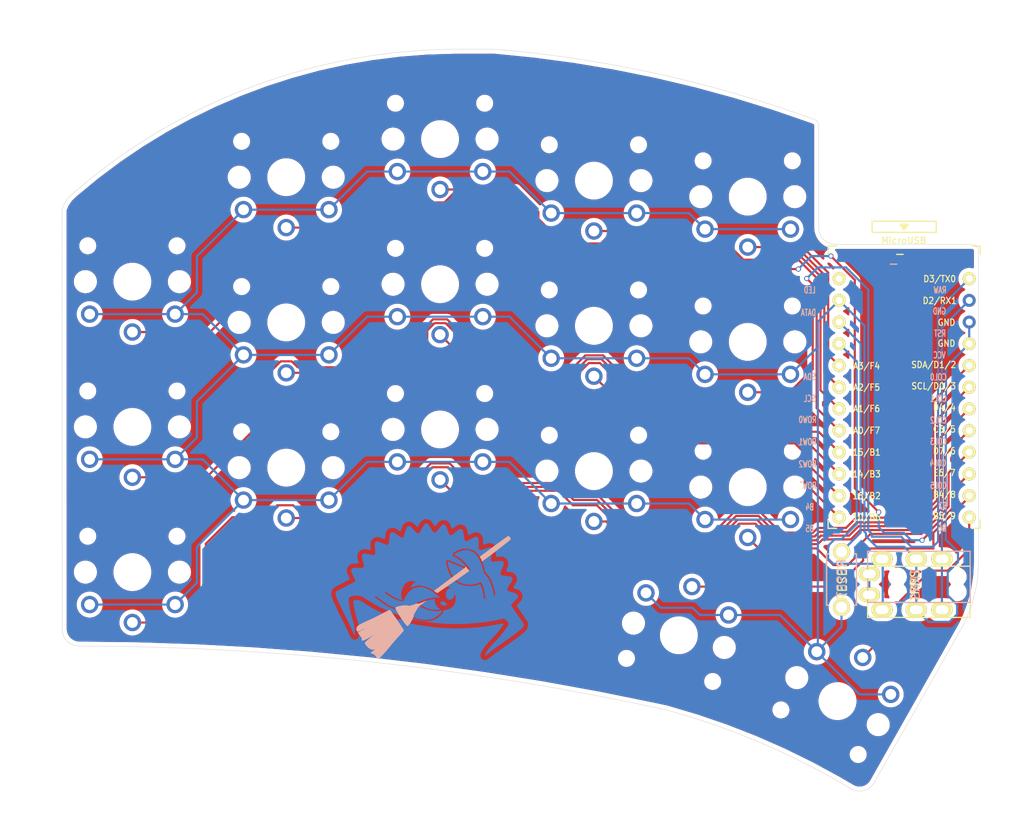
<source format=kicad_pcb>
(kicad_pcb (version 20171130) (host pcbnew 5.1.8)
  (title_block (title Ferris_Sweep_Compact) (date 2020-09-03) (rev 0.1) (company BroomLabs))
  (layers (0 F.Cu signal) (31 B.Cu signal) (34 B.Paste user) (35 F.Paste user) (36 B.SilkS user) (37 F.SilkS user hide) (38 B.Mask user) (39 F.Mask user) (44 Edge.Cuts user))
  (net 0 "")
  (net 1 row0)
  (net 2 row1)
  (net 3 row2)
  (net 4 row3)
  (net 5 GND)
  (net 6 VCC)
  (net 7 col0)
  (net 8 col1)
  (net 9 col2)
  (net 10 col3)
  (net 11 col4)
  (net 12 col5)
  (net 13 LED)
  (net 14 data)
  (net 15 reset)
  (net 16 SCL)
  (net 17 SDA)
  (net 18 "Net-(U1-Pad24)")
  (net 19 "Net-(J1-PadA)")
  (net 20 "Net-(U1-Pad14)")
  (net 21 "Net-(U1-Pad13)")
  (net 22 "Net-(U1-Pad12)")
  (net 23 "Net-(U1-Pad11)")
  (module Kailh:SW_PG1350_reversible_b2 (layer B.Cu) (at 126.5 91.48 330)
    (fp_text reference SW21 hide)
    (fp_text value SW_PUSH hide)
    (pad "" np_thru_hole circle (at -5.22 4.2 330) (size 0.9906 0.9906) (drill 0.9906) (layers *.Cu *.Mask))
    (pad 2 thru_hole circle (at 5 -3.8 330) (size 2.032 2.032) (drill 1.27) (layers *.Cu *.Mask) (net 5 GND))
    (pad "" np_thru_hole circle (at 0 0 330) (size 3.429 3.429) (drill 3.429) (layers *.Cu *.Mask))
    (pad 2 thru_hole circle (at -5 -3.8 330) (size 2.032 2.032) (drill 1.27) (layers *.Cu *.Mask) (net 5 GND))
    (pad 1 thru_hole circle (at 0 -5.9 330) (size 2.032 2.032) (drill 1.27) (layers *.Cu *.Mask) (net 22 "Net-(U1-Pad12)"))
    (pad "" np_thru_hole circle (at 5.22 4.2 330) (size 0.9906 0.9906) (drill 0.9906) (layers *.Cu *.Mask))
    (pad "" np_thru_hole circle (at 5.5 0 330) (size 1.7018 1.7018) (drill 1.7018) (layers *.Cu *.Mask))
    (pad "" np_thru_hole circle (at -5.5 0 330) (size 1.7018 1.7018) (drill 1.7018) (layers *.Cu *.Mask))
  )
  (module kbd:ProMicro_v3 (layer F.Cu) (at 134.3 56.5)
    (fp_text reference U1 hide)
    (fp_text value ProMicro hide)
    (fp_text user MicroUSB (at -0.05 -18.95) (layer F.SilkS) (effects (font (size 0.75 0.75) (thickness 0.12))))
    (fp_text user B4/8 (at 4.705 10.8 unlocked) (layer F.SilkS) (effects (font (size 0.75 0.67) (thickness 0.125))))
    (fp_text user D2/RX1 (at 4.155 -11.9 unlocked) (layer F.SilkS) (effects (font (size 0.75 0.67) (thickness 0.125))))
    (fp_text user B5/9 (at 4.705 13.3 unlocked) (layer F.SilkS) (effects (font (size 0.75 0.67) (thickness 0.125))))
    (fp_text user C6/5 (at 4.705 3.15 unlocked) (layer F.SilkS) (effects (font (size 0.75 0.67) (thickness 0.125))))
    (fp_text user SCL/D0/3 (at 3.455 -1.9 unlocked) (layer F.SilkS) (effects (font (size 0.75 0.67) (thickness 0.125))))
    (fp_text user SDA/D1/2 (at 3.455 -4.4 unlocked) (layer F.SilkS) (effects (font (size 0.75 0.67) (thickness 0.125))))
    (fp_text user D4/4 (at 4.705 0.6 unlocked) (layer F.SilkS) (effects (font (size 0.75 0.67) (thickness 0.125))))
    (fp_text user D3/TX0 (at 4.155 -14.45 unlocked) (layer F.SilkS) (effects (font (size 0.75 0.67) (thickness 0.125))))
    (fp_text user GND (at 4.955 -6.9 unlocked) (layer F.SilkS) (effects (font (size 0.75 0.67) (thickness 0.125))))
    (fp_text user GND (at 4.955 -9.35 unlocked) (layer F.SilkS) (effects (font (size 0.75 0.67) (thickness 0.125))))
    (fp_text user D7/6 (at 4.705 5.7 unlocked) (layer F.SilkS) (effects (font (size 0.75 0.67) (thickness 0.125))))
    (fp_text user E6/7 (at 4.705 8.25 unlocked) (layer F.SilkS) (effects (font (size 0.75 0.67) (thickness 0.125))))
    (fp_text user 16/B2 (at -4.395 10.95 unlocked) (layer F.SilkS) (effects (font (size 0.75 0.67) (thickness 0.125))))
    (fp_text user 10/B6 (at -4.395 13.45 unlocked) (layer F.SilkS) (effects (font (size 0.75 0.67) (thickness 0.125))))
    (fp_text user 14/B3 (at -4.395 8.4 unlocked) (layer F.SilkS) (effects (font (size 0.75 0.67) (thickness 0.125))))
    (fp_text user 15/B1 (at -4.395 5.85 unlocked) (layer F.SilkS) (effects (font (size 0.75 0.67) (thickness 0.125))))
    (fp_text user A0/F7 (at -4.395 3.3 unlocked) (layer F.SilkS) (effects (font (size 0.75 0.67) (thickness 0.125))))
    (fp_text user A1/F6 (at -4.395 0.75 unlocked) (layer F.SilkS) (effects (font (size 0.75 0.67) (thickness 0.125))))
    (fp_text user A2/F5 (at -4.395 -1.75 unlocked) (layer F.SilkS) (effects (font (size 0.75 0.67) (thickness 0.125))))
    (fp_text user A3/F4 (at -4.395 -4.25 unlocked) (layer F.SilkS) (effects (font (size 0.75 0.67) (thickness 0.125))))
    (fp_text user VCC (at 4.1275 -5.5245 unlocked) (layer B.SilkS) (effects (font (size 0.75 0.5) (thickness 0.125)) (justify mirror)))
    (fp_text user RST (at 4.191 -8.0645 unlocked) (layer B.SilkS) (effects (font (size 0.75 0.5) (thickness 0.125)) (justify mirror)))
    (fp_text user GND (at 4.1275 -10.668 unlocked) (layer B.SilkS) (effects (font (size 0.75 0.5) (thickness 0.125)) (justify mirror)))
    (fp_text user RAW (at 4.191 -13.1445 unlocked) (layer B.SilkS) (effects (font (size 0.75 0.5) (thickness 0.125)) (justify mirror)))
    (fp_text user - (at -0.545 -17.4) (layer F.SilkS) (effects (font (thickness 0.15) italic)))
    (fp_text user - (at -1.2065 -16.256) (layer B.SilkS) (effects (font (thickness 0.15) italic) (justify mirror)))
    (fp_text user LED (at -11.049 -13.1445) (layer B.SilkS) (effects (font (size 0.75 0.5) (thickness 0.125)) (justify mirror)))
    (fp_text user DATA (at -11.2 -10.5) (layer B.SilkS) (effects (font (size 0.75 0.5) (thickness 0.125)) (justify mirror)))
    (fp_text user COL3 (at 4 4.6) (layer B.SilkS) (effects (font (size 0.75 0.5) (thickness 0.125)) (justify mirror)))
    (fp_text user ROW0 (at -11.3 2.032) (layer B.SilkS) (effects (font (size 0.75 0.5) (thickness 0.125)) (justify mirror)))
    (fp_text user COL2 (at 4 2.1) (layer B.SilkS) (effects (font (size 0.75 0.5) (thickness 0.125)) (justify mirror)))
    (fp_text user SCL (at -11.049 -0.4445) (layer B.SilkS) (effects (font (size 0.75 0.5) (thickness 0.125)) (justify mirror)))
    (fp_text user COL1 (at 4 -0.4445) (layer B.SilkS) (effects (font (size 0.75 0.5) (thickness 0.125)) (justify mirror)))
    (fp_text user SDA (at -11.049 -2.9845) (layer B.SilkS) (effects (font (size 0.75 0.5) (thickness 0.125)) (justify mirror)))
    (fp_text user COL0 (at 4 -2.95) (layer B.SilkS) (effects (font (size 0.75 0.5) (thickness 0.125)) (justify mirror)))
    (fp_text user B6 (at 4.445 14.732) (layer B.SilkS) (effects (font (size 0.75 0.5) (thickness 0.125)) (justify mirror)))
    (fp_text user B5 (at -11.049 14.7955) (layer B.SilkS) (effects (font (size 0.75 0.5) (thickness 0.125)) (justify mirror)))
    (fp_text user B4 (at -11.049 12.2555) (layer B.SilkS) (effects (font (size 0.75 0.5) (thickness 0.125)) (justify mirror)))
    (fp_text user B2 (at 4.5085 12.1285) (layer B.SilkS) (effects (font (size 0.75 0.5) (thickness 0.125)) (justify mirror)))
    (fp_text user ROW3 (at -11.3 9.75) (layer B.SilkS) (effects (font (size 0.75 0.5) (thickness 0.125)) (justify mirror)))
    (fp_text user COL5 (at 4 9.75) (layer B.SilkS) (effects (font (size 0.75 0.5) (thickness 0.125)) (justify mirror)))
    (fp_text user ROW2 (at -11.3 7.239) (layer B.SilkS) (effects (font (size 0.75 0.5) (thickness 0.125)) (justify mirror)))
    (fp_text user COL4 (at 3.95 7.112) (layer B.SilkS) (effects (font (size 0.75 0.5) (thickness 0.125)) (justify mirror)))
    (fp_text user ROW1 (at -11.3 4.6355) (layer B.SilkS) (effects (font (size 0.75 0.5) (thickness 0.125)) (justify mirror)))
    (pad 1 thru_hole circle (at 7.6114 -14.478) (size 1.524 1.524) (drill 0.8128) (layers *.Cu *.Mask F.SilkS) (net 13 LED))
    (pad 2 thru_hole circle (at 7.6114 -11.938) (size 1.524 1.524) (drill 0.8128) (layers *.Cu *.Mask) (net 14 data))
    (pad 3 thru_hole circle (at 7.6114 -9.398) (size 1.524 1.524) (drill 0.8128) (layers *.Cu *.Mask) (net 5 GND))
    (pad 4 thru_hole circle (at 7.6114 -6.858) (size 1.524 1.524) (drill 0.8128) (layers *.Cu *.Mask F.SilkS) (net 5 GND))
    (pad 5 thru_hole circle (at 7.6114 -4.318) (size 1.524 1.524) (drill 0.8128) (layers *.Cu *.Mask F.SilkS) (net 17 SDA))
    (pad 6 thru_hole circle (at 7.6114 -1.778) (size 1.524 1.524) (drill 0.8128) (layers *.Cu *.Mask F.SilkS) (net 16 SCL))
    (pad 7 thru_hole circle (at 7.6114 0.762) (size 1.524 1.524) (drill 0.8128) (layers *.Cu *.Mask F.SilkS) (net 1 row0))
    (pad 8 thru_hole circle (at 7.6114 3.302) (size 1.524 1.524) (drill 0.8128) (layers *.Cu *.Mask F.SilkS) (net 2 row1))
    (pad 9 thru_hole circle (at 7.6114 5.842) (size 1.524 1.524) (drill 0.8128) (layers *.Cu *.Mask F.SilkS) (net 3 row2))
    (pad 10 thru_hole circle (at 7.6114 8.382) (size 1.524 1.524) (drill 0.8128) (layers *.Cu *.Mask F.SilkS) (net 4 row3))
    (pad 11 thru_hole circle (at 7.6114 10.922) (size 1.524 1.524) (drill 0.8128) (layers *.Cu *.Mask F.SilkS) (net 23 "Net-(U1-Pad11)"))
    (pad 12 thru_hole circle (at 7.6114 13.462) (size 1.524 1.524) (drill 0.8128) (layers *.Cu *.Mask F.SilkS) (net 22 "Net-(U1-Pad12)"))
    (pad 13 thru_hole circle (at -7.6086 13.462) (size 1.524 1.524) (drill 0.8128) (layers *.Cu *.Mask F.SilkS) (net 21 "Net-(U1-Pad13)"))
    (pad 14 thru_hole circle (at -7.6086 10.922) (size 1.524 1.524) (drill 0.8128) (layers *.Cu *.Mask F.SilkS) (net 20 "Net-(U1-Pad14)"))
    (pad 15 thru_hole circle (at -7.6086 8.382) (size 1.524 1.524) (drill 0.8128) (layers *.Cu *.Mask F.SilkS) (net 12 col5))
    (pad 16 thru_hole circle (at -7.6086 5.842) (size 1.524 1.524) (drill 0.8128) (layers *.Cu *.Mask F.SilkS) (net 11 col4))
    (pad 17 thru_hole circle (at -7.6086 3.302) (size 1.524 1.524) (drill 0.8128) (layers *.Cu *.Mask F.SilkS) (net 10 col3))
    (pad 18 thru_hole circle (at -7.6086 0.762) (size 1.524 1.524) (drill 0.8128) (layers *.Cu *.Mask F.SilkS) (net 9 col2))
    (pad 19 thru_hole circle (at -7.6086 -1.778) (size 1.524 1.524) (drill 0.8128) (layers *.Cu *.Mask F.SilkS) (net 8 col1))
    (pad 20 thru_hole circle (at -7.6086 -4.318) (size 1.524 1.524) (drill 0.8128) (layers *.Cu *.Mask F.SilkS) (net 7 col0))
    (pad 21 thru_hole circle (at -7.6086 -6.858) (size 1.524 1.524) (drill 0.8128) (layers *.Cu *.Mask F.SilkS) (net 6 VCC))
    (pad 22 thru_hole circle (at -7.6086 -9.398) (size 1.524 1.524) (drill 0.8128) (layers *.Cu *.Mask F.SilkS) (net 15 reset))
    (pad 23 thru_hole circle (at -7.6086 -11.938) (size 1.524 1.524) (drill 0.8128) (layers *.Cu *.Mask F.SilkS) (net 5 GND))
    (pad 24 thru_hole circle (at -7.6086 -14.478) (size 1.524 1.524) (drill 0.8128) (layers *.Cu *.Mask F.SilkS) (net 18 "Net-(U1-Pad24)"))
  )
  (module Kailh:SW_PG1350_reversible_b2 (layer F.Cu) (at 80 42.67)
    (fp_text reference SW10 hide)
    (fp_text value SW_PUSH hide)
    (pad "" np_thru_hole circle (at -5.22 -4.2) (size 0.9906 0.9906) (drill 0.9906) (layers *.Cu *.Mask))
    (pad 2 thru_hole circle (at 5 3.8) (size 2.032 2.032) (drill 1.27) (layers *.Cu *.Mask) (net 5 GND))
    (pad "" np_thru_hole circle (at 0 0) (size 3.429 3.429) (drill 3.429) (layers *.Cu *.Mask))
    (pad 2 thru_hole circle (at -5 3.8) (size 2.032 2.032) (drill 1.27) (layers *.Cu *.Mask) (net 5 GND))
    (pad 1 thru_hole circle (at 0 5.9) (size 2.032 2.032) (drill 1.27) (layers *.Cu *.Mask) (net 20 "Net-(U1-Pad14)"))
    (pad "" np_thru_hole circle (at 5.22 -4.2) (size 0.9906 0.9906) (drill 0.9906) (layers *.Cu *.Mask))
    (pad "" np_thru_hole circle (at 5.5 0) (size 1.7018 1.7018) (drill 1.7018) (layers *.Cu *.Mask))
    (pad "" np_thru_hole circle (at -5.5 0) (size 1.7018 1.7018) (drill 1.7018) (layers *.Cu *.Mask))
  )
  (module Kailh:SW_PG1350_reversible_b2 (layer F.Cu) (at 44 42.37)
    (fp_text reference SW2 hide)
    (fp_text value SW_PUSH hide)
    (pad "" np_thru_hole circle (at -5.22 -4.2) (size 0.9906 0.9906) (drill 0.9906) (layers *.Cu *.Mask))
    (pad 2 thru_hole circle (at 5 3.8) (size 2.032 2.032) (drill 1.27) (layers *.Cu *.Mask) (net 5 GND))
    (pad "" np_thru_hole circle (at 0 0) (size 3.429 3.429) (drill 3.429) (layers *.Cu *.Mask))
    (pad 2 thru_hole circle (at -5 3.8) (size 2.032 2.032) (drill 1.27) (layers *.Cu *.Mask) (net 5 GND))
    (pad 1 thru_hole circle (at 0 5.9) (size 2.032 2.032) (drill 1.27) (layers *.Cu *.Mask) (net 4 row3))
    (pad "" np_thru_hole circle (at 5.22 -4.2) (size 0.9906 0.9906) (drill 0.9906) (layers *.Cu *.Mask))
    (pad "" np_thru_hole circle (at 5.5 0) (size 1.7018 1.7018) (drill 1.7018) (layers *.Cu *.Mask))
    (pad "" np_thru_hole circle (at -5.5 0) (size 1.7018 1.7018) (drill 1.7018) (layers *.Cu *.Mask))
  )
  (module Kailh:SW_PG1350_reversible_b2 (layer F.Cu) (at 62 30.14)
    (fp_text reference SW3 hide)
    (fp_text value SW_PUSH hide)
    (pad "" np_thru_hole circle (at -5.22 -4.2) (size 0.9906 0.9906) (drill 0.9906) (layers *.Cu *.Mask))
    (pad 2 thru_hole circle (at 5 3.8) (size 2.032 2.032) (drill 1.27) (layers *.Cu *.Mask) (net 5 GND))
    (pad "" np_thru_hole circle (at 0 0) (size 3.429 3.429) (drill 3.429) (layers *.Cu *.Mask))
    (pad 2 thru_hole circle (at -5 3.8) (size 2.032 2.032) (drill 1.27) (layers *.Cu *.Mask) (net 5 GND))
    (pad 1 thru_hole circle (at 0 5.9) (size 2.032 2.032) (drill 1.27) (layers *.Cu *.Mask) (net 10 col3))
    (pad "" np_thru_hole circle (at 5.22 -4.2) (size 0.9906 0.9906) (drill 0.9906) (layers *.Cu *.Mask))
    (pad "" np_thru_hole circle (at 5.5 0) (size 1.7018 1.7018) (drill 1.7018) (layers *.Cu *.Mask))
    (pad "" np_thru_hole circle (at -5.5 0) (size 1.7018 1.7018) (drill 1.7018) (layers *.Cu *.Mask))
  )
  (module Kailh:SW_PG1350_reversible_b2 (layer F.Cu) (at 80 25.68)
    (fp_text reference SW4 hide)
    (fp_text value SW_PUSH hide)
    (pad "" np_thru_hole circle (at -5.22 -4.2) (size 0.9906 0.9906) (drill 0.9906) (layers *.Cu *.Mask))
    (pad 2 thru_hole circle (at 5 3.8) (size 2.032 2.032) (drill 1.27) (layers *.Cu *.Mask) (net 5 GND))
    (pad "" np_thru_hole circle (at 0 0) (size 3.429 3.429) (drill 3.429) (layers *.Cu *.Mask))
    (pad 2 thru_hole circle (at -5 3.8) (size 2.032 2.032) (drill 1.27) (layers *.Cu *.Mask) (net 5 GND))
    (pad 1 thru_hole circle (at 0 5.9) (size 2.032 2.032) (drill 1.27) (layers *.Cu *.Mask) (net 9 col2))
    (pad "" np_thru_hole circle (at 5.22 -4.2) (size 0.9906 0.9906) (drill 0.9906) (layers *.Cu *.Mask))
    (pad "" np_thru_hole circle (at 5.5 0) (size 1.7018 1.7018) (drill 1.7018) (layers *.Cu *.Mask))
    (pad "" np_thru_hole circle (at -5.5 0) (size 1.7018 1.7018) (drill 1.7018) (layers *.Cu *.Mask))
  )
  (module Kailh:SW_PG1350_reversible_b2 (layer F.Cu) (at 98 30.54)
    (fp_text reference SW5 hide)
    (fp_text value SW_PUSH hide)
    (pad "" np_thru_hole circle (at -5.22 -4.2) (size 0.9906 0.9906) (drill 0.9906) (layers *.Cu *.Mask))
    (pad 2 thru_hole circle (at 5 3.8) (size 2.032 2.032) (drill 1.27) (layers *.Cu *.Mask) (net 5 GND))
    (pad "" np_thru_hole circle (at 0 0) (size 3.429 3.429) (drill 3.429) (layers *.Cu *.Mask))
    (pad 2 thru_hole circle (at -5 3.8) (size 2.032 2.032) (drill 1.27) (layers *.Cu *.Mask) (net 5 GND))
    (pad 1 thru_hole circle (at 0 5.9) (size 2.032 2.032) (drill 1.27) (layers *.Cu *.Mask) (net 8 col1))
    (pad "" np_thru_hole circle (at 5.22 -4.2) (size 0.9906 0.9906) (drill 0.9906) (layers *.Cu *.Mask))
    (pad "" np_thru_hole circle (at 5.5 0) (size 1.7018 1.7018) (drill 1.7018) (layers *.Cu *.Mask))
    (pad "" np_thru_hole circle (at -5.5 0) (size 1.7018 1.7018) (drill 1.7018) (layers *.Cu *.Mask))
  )
  (module Kailh:SW_PG1350_reversible_b2 (layer F.Cu) (at 116 32.42)
    (fp_text reference SW6 hide)
    (fp_text value SW_PUSH hide)
    (pad "" np_thru_hole circle (at -5.22 -4.2) (size 0.9906 0.9906) (drill 0.9906) (layers *.Cu *.Mask))
    (pad 2 thru_hole circle (at 5 3.8) (size 2.032 2.032) (drill 1.27) (layers *.Cu *.Mask) (net 5 GND))
    (pad "" np_thru_hole circle (at 0 0) (size 3.429 3.429) (drill 3.429) (layers *.Cu *.Mask))
    (pad 2 thru_hole circle (at -5 3.8) (size 2.032 2.032) (drill 1.27) (layers *.Cu *.Mask) (net 5 GND))
    (pad 1 thru_hole circle (at 0 5.9) (size 2.032 2.032) (drill 1.27) (layers *.Cu *.Mask) (net 7 col0))
    (pad "" np_thru_hole circle (at 5.22 -4.2) (size 0.9906 0.9906) (drill 0.9906) (layers *.Cu *.Mask))
    (pad "" np_thru_hole circle (at 5.5 0) (size 1.7018 1.7018) (drill 1.7018) (layers *.Cu *.Mask))
    (pad "" np_thru_hole circle (at -5.5 0) (size 1.7018 1.7018) (drill 1.7018) (layers *.Cu *.Mask))
  )
  (module Kailh:SW_PG1350_reversible_b2 (layer F.Cu) (at 44 59.37)
    (fp_text reference SW8 hide)
    (fp_text value SW_PUSH hide)
    (pad "" np_thru_hole circle (at -5.22 -4.2) (size 0.9906 0.9906) (drill 0.9906) (layers *.Cu *.Mask))
    (pad 2 thru_hole circle (at 5 3.8) (size 2.032 2.032) (drill 1.27) (layers *.Cu *.Mask) (net 5 GND))
    (pad "" np_thru_hole circle (at 0 0) (size 3.429 3.429) (drill 3.429) (layers *.Cu *.Mask))
    (pad 2 thru_hole circle (at -5 3.8) (size 2.032 2.032) (drill 1.27) (layers *.Cu *.Mask) (net 5 GND))
    (pad 1 thru_hole circle (at 0 5.9) (size 2.032 2.032) (drill 1.27) (layers *.Cu *.Mask) (net 11 col4))
    (pad "" np_thru_hole circle (at 5.22 -4.2) (size 0.9906 0.9906) (drill 0.9906) (layers *.Cu *.Mask))
    (pad "" np_thru_hole circle (at 5.5 0) (size 1.7018 1.7018) (drill 1.7018) (layers *.Cu *.Mask))
    (pad "" np_thru_hole circle (at -5.5 0) (size 1.7018 1.7018) (drill 1.7018) (layers *.Cu *.Mask))
  )
  (module Kailh:SW_PG1350_reversible_b2 (layer F.Cu) (at 62 47.14)
    (fp_text reference SW9 hide)
    (fp_text value SW_PUSH hide)
    (pad "" np_thru_hole circle (at -5.22 -4.2) (size 0.9906 0.9906) (drill 0.9906) (layers *.Cu *.Mask))
    (pad 2 thru_hole circle (at 5 3.8) (size 2.032 2.032) (drill 1.27) (layers *.Cu *.Mask) (net 5 GND))
    (pad "" np_thru_hole circle (at 0 0) (size 3.429 3.429) (drill 3.429) (layers *.Cu *.Mask))
    (pad 2 thru_hole circle (at -5 3.8) (size 2.032 2.032) (drill 1.27) (layers *.Cu *.Mask) (net 5 GND))
    (pad 1 thru_hole circle (at 0 5.9) (size 2.032 2.032) (drill 1.27) (layers *.Cu *.Mask) (net 12 col5))
    (pad "" np_thru_hole circle (at 5.22 -4.2) (size 0.9906 0.9906) (drill 0.9906) (layers *.Cu *.Mask))
    (pad "" np_thru_hole circle (at 5.5 0) (size 1.7018 1.7018) (drill 1.7018) (layers *.Cu *.Mask))
    (pad "" np_thru_hole circle (at -5.5 0) (size 1.7018 1.7018) (drill 1.7018) (layers *.Cu *.Mask))
  )
  (module Kailh:SW_PG1350_reversible_b2 (layer F.Cu) (at 98 47.54)
    (fp_text reference SW11 hide)
    (fp_text value SW_PUSH hide)
    (pad "" np_thru_hole circle (at -5.22 -4.2) (size 0.9906 0.9906) (drill 0.9906) (layers *.Cu *.Mask))
    (pad 2 thru_hole circle (at 5 3.8) (size 2.032 2.032) (drill 1.27) (layers *.Cu *.Mask) (net 5 GND))
    (pad "" np_thru_hole circle (at 0 0) (size 3.429 3.429) (drill 3.429) (layers *.Cu *.Mask))
    (pad 2 thru_hole circle (at -5 3.8) (size 2.032 2.032) (drill 1.27) (layers *.Cu *.Mask) (net 5 GND))
    (pad 1 thru_hole circle (at 0 5.9) (size 2.032 2.032) (drill 1.27) (layers *.Cu *.Mask) (net 21 "Net-(U1-Pad13)"))
    (pad "" np_thru_hole circle (at 5.22 -4.2) (size 0.9906 0.9906) (drill 0.9906) (layers *.Cu *.Mask))
    (pad "" np_thru_hole circle (at 5.5 0) (size 1.7018 1.7018) (drill 1.7018) (layers *.Cu *.Mask))
    (pad "" np_thru_hole circle (at -5.5 0) (size 1.7018 1.7018) (drill 1.7018) (layers *.Cu *.Mask))
  )
  (module Kailh:SW_PG1350_reversible_b2 (layer F.Cu) (at 116 49.42)
    (fp_text reference SW12 hide)
    (fp_text value SW_PUSH hide)
    (pad "" np_thru_hole circle (at -5.22 -4.2) (size 0.9906 0.9906) (drill 0.9906) (layers *.Cu *.Mask))
    (pad 2 thru_hole circle (at 5 3.8) (size 2.032 2.032) (drill 1.27) (layers *.Cu *.Mask) (net 5 GND))
    (pad "" np_thru_hole circle (at 0 0) (size 3.429 3.429) (drill 3.429) (layers *.Cu *.Mask))
    (pad 2 thru_hole circle (at -5 3.8) (size 2.032 2.032) (drill 1.27) (layers *.Cu *.Mask) (net 5 GND))
    (pad 1 thru_hole circle (at 0 5.9) (size 2.032 2.032) (drill 1.27) (layers *.Cu *.Mask) (net 13 LED))
    (pad "" np_thru_hole circle (at 5.22 -4.2) (size 0.9906 0.9906) (drill 0.9906) (layers *.Cu *.Mask))
    (pad "" np_thru_hole circle (at 5.5 0) (size 1.7018 1.7018) (drill 1.7018) (layers *.Cu *.Mask))
    (pad "" np_thru_hole circle (at -5.5 0) (size 1.7018 1.7018) (drill 1.7018) (layers *.Cu *.Mask))
  )
  (module Kailh:SW_PG1350_reversible_b2 (layer F.Cu) (at 62 64.145)
    (fp_text reference SW15 hide)
    (fp_text value SW_PUSH hide)
    (pad "" np_thru_hole circle (at -5.22 -4.2) (size 0.9906 0.9906) (drill 0.9906) (layers *.Cu *.Mask))
    (pad 2 thru_hole circle (at 5 3.8) (size 2.032 2.032) (drill 1.27) (layers *.Cu *.Mask) (net 5 GND))
    (pad "" np_thru_hole circle (at 0 0) (size 3.429 3.429) (drill 3.429) (layers *.Cu *.Mask))
    (pad 2 thru_hole circle (at -5 3.8) (size 2.032 2.032) (drill 1.27) (layers *.Cu *.Mask) (net 5 GND))
    (pad 1 thru_hole circle (at 0 5.9) (size 2.032 2.032) (drill 1.27) (layers *.Cu *.Mask) (net 16 SCL))
    (pad "" np_thru_hole circle (at 5.22 -4.2) (size 0.9906 0.9906) (drill 0.9906) (layers *.Cu *.Mask))
    (pad "" np_thru_hole circle (at 5.5 0) (size 1.7018 1.7018) (drill 1.7018) (layers *.Cu *.Mask))
    (pad "" np_thru_hole circle (at -5.5 0) (size 1.7018 1.7018) (drill 1.7018) (layers *.Cu *.Mask))
  )
  (module Kailh:SW_PG1350_reversible_b2 (layer F.Cu) (at 80 59.67)
    (fp_text reference SW16 hide)
    (fp_text value SW_PUSH hide)
    (pad "" np_thru_hole circle (at -5.22 -4.2) (size 0.9906 0.9906) (drill 0.9906) (layers *.Cu *.Mask))
    (pad 2 thru_hole circle (at 5 3.8) (size 2.032 2.032) (drill 1.27) (layers *.Cu *.Mask) (net 5 GND))
    (pad "" np_thru_hole circle (at 0 0) (size 3.429 3.429) (drill 3.429) (layers *.Cu *.Mask))
    (pad 2 thru_hole circle (at -5 3.8) (size 2.032 2.032) (drill 1.27) (layers *.Cu *.Mask) (net 5 GND))
    (pad 1 thru_hole circle (at 0 5.9) (size 2.032 2.032) (drill 1.27) (layers *.Cu *.Mask) (net 1 row0))
    (pad "" np_thru_hole circle (at 5.22 -4.2) (size 0.9906 0.9906) (drill 0.9906) (layers *.Cu *.Mask))
    (pad "" np_thru_hole circle (at 5.5 0) (size 1.7018 1.7018) (drill 1.7018) (layers *.Cu *.Mask))
    (pad "" np_thru_hole circle (at -5.5 0) (size 1.7018 1.7018) (drill 1.7018) (layers *.Cu *.Mask))
  )
  (module Kailh:SW_PG1350_reversible_b2 (layer F.Cu) (at 98 64.545)
    (fp_text reference SW17 hide)
    (fp_text value SW_PUSH hide)
    (pad "" np_thru_hole circle (at -5.22 -4.2) (size 0.9906 0.9906) (drill 0.9906) (layers *.Cu *.Mask))
    (pad 2 thru_hole circle (at 5 3.8) (size 2.032 2.032) (drill 1.27) (layers *.Cu *.Mask) (net 5 GND))
    (pad "" np_thru_hole circle (at 0 0) (size 3.429 3.429) (drill 3.429) (layers *.Cu *.Mask))
    (pad 2 thru_hole circle (at -5 3.8) (size 2.032 2.032) (drill 1.27) (layers *.Cu *.Mask) (net 5 GND))
    (pad 1 thru_hole circle (at 0 5.9) (size 2.032 2.032) (drill 1.27) (layers *.Cu *.Mask) (net 2 row1))
    (pad "" np_thru_hole circle (at 5.22 -4.2) (size 0.9906 0.9906) (drill 0.9906) (layers *.Cu *.Mask))
    (pad "" np_thru_hole circle (at 5.5 0) (size 1.7018 1.7018) (drill 1.7018) (layers *.Cu *.Mask))
    (pad "" np_thru_hole circle (at -5.5 0) (size 1.7018 1.7018) (drill 1.7018) (layers *.Cu *.Mask))
  )
  (module Kailh:SW_PG1350_reversible_b2 (layer F.Cu) (at 116 66.42)
    (fp_text reference SW18 hide)
    (fp_text value SW_PUSH hide)
    (pad "" np_thru_hole circle (at -5.22 -4.2) (size 0.9906 0.9906) (drill 0.9906) (layers *.Cu *.Mask))
    (pad 2 thru_hole circle (at 5 3.8) (size 2.032 2.032) (drill 1.27) (layers *.Cu *.Mask) (net 5 GND))
    (pad "" np_thru_hole circle (at 0 0) (size 3.429 3.429) (drill 3.429) (layers *.Cu *.Mask))
    (pad 2 thru_hole circle (at -5 3.8) (size 2.032 2.032) (drill 1.27) (layers *.Cu *.Mask) (net 5 GND))
    (pad 1 thru_hole circle (at 0 5.9) (size 2.032 2.032) (drill 1.27) (layers *.Cu *.Mask) (net 3 row2))
    (pad "" np_thru_hole circle (at 5.22 -4.2) (size 0.9906 0.9906) (drill 0.9906) (layers *.Cu *.Mask))
    (pad "" np_thru_hole circle (at 5.5 0) (size 1.7018 1.7018) (drill 1.7018) (layers *.Cu *.Mask))
    (pad "" np_thru_hole circle (at -5.5 0) (size 1.7018 1.7018) (drill 1.7018) (layers *.Cu *.Mask))
  )
  (module Kailh:SW_PG1350_reversible_b2 (layer B.Cu) (at 107.94 83.77 345)
    (fp_text reference SW20 hide)
    (fp_text value SW_PUSH hide)
    (pad "" np_thru_hole circle (at -5.22 4.2 345) (size 0.9906 0.9906) (drill 0.9906) (layers *.Cu *.Mask))
    (pad 2 thru_hole circle (at 5 -3.8 345) (size 2.032 2.032) (drill 1.27) (layers *.Cu *.Mask) (net 5 GND))
    (pad "" np_thru_hole circle (at 0 0 345) (size 3.429 3.429) (drill 3.429) (layers *.Cu *.Mask))
    (pad 2 thru_hole circle (at -5 -3.8 345) (size 2.032 2.032) (drill 1.27) (layers *.Cu *.Mask) (net 5 GND))
    (pad 1 thru_hole circle (at 0 -5.9 345) (size 2.032 2.032) (drill 1.27) (layers *.Cu *.Mask) (net 23 "Net-(U1-Pad11)"))
    (pad "" np_thru_hole circle (at 5.22 4.2 345) (size 0.9906 0.9906) (drill 0.9906) (layers *.Cu *.Mask))
    (pad "" np_thru_hole circle (at 5.5 0 345) (size 1.7018 1.7018) (drill 1.7018) (layers *.Cu *.Mask))
    (pad "" np_thru_hole circle (at -5.5 0 345) (size 1.7018 1.7018) (drill 1.7018) (layers *.Cu *.Mask))
  )
  (module Kailh:SW_PG1350_reversible_b2 (layer F.Cu) (at 44 76.375)
    (fp_text reference SW14 hide)
    (fp_text value SW_PUSH hide)
    (pad "" np_thru_hole circle (at -5.22 -4.2) (size 0.9906 0.9906) (drill 0.9906) (layers *.Cu *.Mask))
    (pad 2 thru_hole circle (at 5 3.8) (size 2.032 2.032) (drill 1.27) (layers *.Cu *.Mask) (net 5 GND))
    (pad "" np_thru_hole circle (at 0 0) (size 3.429 3.429) (drill 3.429) (layers *.Cu *.Mask))
    (pad 2 thru_hole circle (at -5 3.8) (size 2.032 2.032) (drill 1.27) (layers *.Cu *.Mask) (net 5 GND))
    (pad 1 thru_hole circle (at 0 5.9) (size 2.032 2.032) (drill 1.27) (layers *.Cu *.Mask) (net 17 SDA))
    (pad "" np_thru_hole circle (at 5.22 -4.2) (size 0.9906 0.9906) (drill 0.9906) (layers *.Cu *.Mask))
    (pad "" np_thru_hole circle (at 5.5 0) (size 1.7018 1.7018) (drill 1.7018) (layers *.Cu *.Mask))
    (pad "" np_thru_hole circle (at -5.5 0) (size 1.7018 1.7018) (drill 1.7018) (layers *.Cu *.Mask))
  )
  (module Kailh:ferris_broom (layer B.Cu) (at 80.3 79.15 171)
    (fp_text reference G*** hide)
    (fp_text value LOGO hide)
    (fp_poly (pts (xy -0.761144 1.032642) (xy -0.688709 1.008644) (xy -0.619188 0.970622) (xy -0.554768 0.920001) (xy -0.497637 0.858202) (xy -0.453968 0.7937) (xy -0.437483 0.766692) (xy -0.423416 0.746579) (xy -0.414329 0.736954) (xy -0.413252 0.7366) (xy -0.408833 0.731565) (xy -0.409736 0.729585) (xy -0.40904 0.718656) (xy -0.402935 0.697092) (xy -0.39386 0.672435) (xy -0.369521 0.596952) (xy -0.351987 0.510702) (xy -0.341678 0.418605) (xy -0.339017 0.32558) (xy -0.344425 0.236545) (xy -0.352075 0.18519) (xy -0.377889 0.081805) (xy -0.41398 -0.0129) (xy -0.459406 -0.097763) (xy -0.513225 -0.171624) (xy -0.574496 -0.233322) (xy -0.642278 -0.281697) (xy -0.715627 -0.315587) (xy -0.770126 -0.330135) (xy -0.812297 -0.336403) (xy -0.84915 -0.337012) (xy -0.888665 -0.331696) (xy -0.918634 -0.325158) (xy -0.947744 -0.318386) (xy -0.971301 -0.313186) (xy -0.982134 -0.311051) (xy -0.996128 -0.306431) (xy -0.999067 -0.304242) (xy -1.00783 -0.297463) (xy -1.026684 -0.284345) (xy -1.050959 -0.268116) (xy -1.110231 -0.221059) (xy -1.166285 -0.161274) (xy -1.215754 -0.092966) (xy -1.255272 -0.02034) (xy -1.262352 -0.004066) (xy -1.273749 0.020663) (xy -1.283702 0.037495) (xy -1.288991 0.042333) (xy -1.29308 0.047331) (xy -1.292297 0.048972) (xy -1.29238 0.059871) (xy -1.296468 0.082275) (xy -1.303688 0.111476) (xy -1.304231 0.113444) (xy -1.327325 0.227527) (xy -1.335016 0.34511) (xy -1.327592 0.463403) (xy -1.305338 0.579617) (xy -1.268541 0.690962) (xy -1.238078 0.757245) (xy -1.212207 0.803246) (xy -1.184334 0.842806) (xy -1.149579 0.88249) (xy -1.130553 0.901979) (xy -1.06388 0.960545) (xy -0.99682 1.002787) (xy -0.928123 1.029293) (xy -0.856537 1.040651) (xy -0.834305 1.041193) (xy -0.761144 1.032642)) (layer B.Cu) (width 0.01))
    (fp_poly (pts (xy 0.052888 4.087984) (xy 0.067946 4.079375) (xy 0.071756 4.073128) (xy 0.07085 4.059512) (xy 0.064982 4.03481) (xy 0.055664 4.003581) (xy 0.04441 3.970386) (xy 0.03273 3.939783) (xy 0.02214 3.916334) (xy 0.016767 3.907366) (xy 0.010832 3.893836) (xy 0.004762 3.872028) (xy 0.004159 3.869266) (xy -0.003308 3.842764) (xy -0.014528 3.811802) (xy -0.018829 3.801533) (xy -0.03027 3.775245) (xy -0.039771 3.753029) (xy -0.042495 3.7465) (xy -0.04953 3.730048) (xy -0.060889 3.704188) (xy -0.072213 3.678766) (xy -0.086497 3.646732) (xy -0.100004 3.616147) (xy -0.107773 3.598333) (xy -0.137922 3.531005) (xy -0.174157 3.454212) (xy -0.214352 3.372161) (xy -0.256382 3.289058) (xy -0.298121 3.209106) (xy -0.337444 3.136512) (xy -0.370957 3.077633) (xy -0.391222 3.043677) (xy -0.413332 3.007382) (xy -0.435134 2.972196) (xy -0.454476 2.941566) (xy -0.469206 2.918939) (xy -0.476711 2.9083) (xy -0.48595 2.895421) (xy -0.497936 2.877082) (xy -0.513303 2.853756) (xy -0.533916 2.824013) (xy -0.557709 2.79065) (xy -0.582619 2.756464) (xy -0.606581 2.724252) (xy -0.627533 2.696811) (xy -0.643408 2.676938) (xy -0.652144 2.66743) (xy -0.652973 2.667) (xy -0.660355 2.660075) (xy -0.664298 2.651123) (xy -0.673008 2.635835) (xy -0.689343 2.61518) (xy -0.698736 2.604976) (xy -0.715673 2.586607) (xy -0.726298 2.573295) (xy -0.728134 2.56965) (xy -0.733627 2.561506) (xy -0.748032 2.545003) (xy -0.768237 2.523705) (xy -0.76835 2.523589) (xy -0.794189 2.496813) (xy -0.819673 2.469716) (xy -0.835159 2.452748) (xy -0.86175 2.422912) (xy -1.158369 2.724873) (xy -1.219019 2.786647) (xy -1.278002 2.846784) (xy -1.333865 2.903799) (xy -1.385155 2.956205) (xy -1.430418 3.002516) (xy -1.468201 3.041247) (xy -1.49705 3.070911) (xy -1.515514 3.090024) (xy -1.51581 3.090333) (xy -1.56207 3.138555) (xy -1.611662 3.190118) (xy -1.663079 3.243469) (xy -1.714819 3.297056) (xy -1.765376 3.349325) (xy -1.813246 3.398726) (xy -1.856925 3.443704) (xy -1.894908 3.482708) (xy -1.92569 3.514185) (xy -1.947768 3.536582) (xy -1.959637 3.548348) (xy -1.959727 3.548433) (xy -1.9759 3.565761) (xy -1.978192 3.576207) (xy -1.965537 3.581956) (xy -1.942011 3.584799) (xy -1.91354 3.58933) (xy -1.880453 3.597637) (xy -1.868196 3.601528) (xy -1.82972 3.613943) (xy -1.786833 3.626519) (xy -1.744246 3.638004) (xy -1.706667 3.647148) (xy -1.678803 3.652702) (xy -1.672167 3.653571) (xy -1.653829 3.656896) (xy -1.623755 3.664005) (xy -1.58642 3.673788) (xy -1.553634 3.682993) (xy -1.510782 3.695357) (xy -1.479633 3.704135) (xy -1.455635 3.710481) (xy -1.434232 3.715547) (xy -1.410872 3.720485) (xy -1.385129 3.72563) (xy -1.355075 3.732541) (xy -1.317487 3.742489) (xy -1.283529 3.752409) (xy -1.251355 3.761857) (xy -1.223427 3.769199) (xy -1.205497 3.772929) (xy -1.204841 3.773008) (xy -1.181435 3.778879) (xy -1.169414 3.784057) (xy -1.147629 3.79112) (xy -1.130044 3.793066) (xy -1.107168 3.795689) (xy -1.075265 3.802379) (xy -1.041202 3.811367) (xy -1.011848 3.820886) (xy -0.997065 3.827303) (xy -0.975917 3.83424) (xy -0.964759 3.8354) (xy -0.942082 3.839439) (xy -0.931763 3.843637) (xy -0.916052 3.848932) (xy -0.889144 3.855136) (xy -0.856636 3.860974) (xy -0.854003 3.861381) (xy -0.819323 3.867642) (xy -0.787922 3.874987) (xy -0.7665 3.881844) (xy -0.766234 3.881959) (xy -0.743653 3.890216) (xy -0.710769 3.900366) (xy -0.67269 3.911045) (xy -0.634522 3.920888) (xy -0.601371 3.928531) (xy -0.578345 3.93261) (xy -0.575734 3.932855) (xy -0.557083 3.934882) (xy -0.548217 3.936735) (xy -0.535517 3.940906) (xy -0.522538 3.945174) (xy -0.516467 3.947345) (xy -0.502069 3.951826) (xy -0.476921 3.958971) (xy -0.448734 3.966623) (xy -0.416124 3.975439) (xy -0.3866 3.983671) (xy -0.369154 3.988759) (xy -0.341596 3.994399) (xy -0.31793 3.996266) (xy -0.296675 3.998551) (xy -0.283211 4.004005) (xy -0.269512 4.010381) (xy -0.249767 4.014268) (xy -0.228754 4.017909) (xy -0.2159 4.022617) (xy -0.203902 4.027361) (xy -0.180333 4.034346) (xy -0.150148 4.042109) (xy -0.148167 4.042584) (xy -0.116958 4.050284) (xy -0.09127 4.057076) (xy -0.076484 4.061535) (xy -0.0762 4.061643) (xy -0.053269 4.06856) (xy -0.024518 4.072745) (xy -0.009989 4.073958) (xy 0.010378 4.077186) (xy 0.021933 4.082265) (xy 0.02226 4.082704) (xy 0.034915 4.089624) (xy 0.052888 4.087984)) (layer B.Cu) (width 0.01))
    (fp_poly (pts (xy 2.497362 -1.60812) (xy 2.516201 -1.630541) (xy 2.539606 -1.66204) (xy 2.565698 -1.699782) (xy 2.5926 -1.740931) (xy 2.618435 -1.782653) (xy 2.641323 -1.822112) (xy 2.659388 -1.856474) (xy 2.666144 -1.871134) (xy 2.675174 -1.8922) (xy 2.682735 -1.910202) (xy 2.689668 -1.927504) (xy 2.696814 -1.946474) (xy 2.705016 -1.969476) (xy 2.715116 -1.998877) (xy 2.727955 -2.037044) (xy 2.744376 -2.086341) (xy 2.76522 -2.149136) (xy 2.767277 -2.155335) (xy 2.79547 -2.239012) (xy 2.819709 -2.307903) (xy 2.840648 -2.363518) (xy 2.858937 -2.407367) (xy 2.875227 -2.440961) (xy 2.89017 -2.465808) (xy 2.904417 -2.483419) (xy 2.911698 -2.490161) (xy 2.924037 -2.502392) (xy 2.934069 -2.517875) (xy 2.942227 -2.538695) (xy 2.948946 -2.566937) (xy 2.95466 -2.604686) (xy 2.959803 -2.654024) (xy 2.96481 -2.717037) (xy 2.967712 -2.759011) (xy 2.971473 -2.813088) (xy 2.975206 -2.862625) (xy 2.978665 -2.904682) (xy 2.981607 -2.936322) (xy 2.983786 -2.954605) (xy 2.984118 -2.956442) (xy 2.985216 -2.974616) (xy 2.981467 -2.983758) (xy 2.97033 -2.98773) (xy 2.946718 -2.994554) (xy 2.91464 -3.003205) (xy 2.878104 -3.012654) (xy 2.841119 -3.021876) (xy 2.807693 -3.029842) (xy 2.781834 -3.035526) (xy 2.772833 -3.037218) (xy 2.740017 -3.043049) (xy 2.723886 -3.046878) (xy 2.722033 -3.048) (xy 2.719498 -3.049406) (xy 2.709937 -3.051762) (xy 2.690419 -3.055686) (xy 2.658012 -3.061798) (xy 2.645833 -3.064058) (xy 2.614701 -3.069857) (xy 2.587473 -3.074983) (xy 2.574205 -3.077523) (xy 2.535792 -3.084308) (xy 2.495217 -3.090398) (xy 2.461515 -3.094444) (xy 2.459566 -3.094623) (xy 2.441732 -3.096694) (xy 2.434168 -3.098528) (xy 2.434166 -3.098549) (xy 2.428371 -3.100759) (xy 2.410016 -3.103448) (xy 2.377646 -3.106789) (xy 2.330536 -3.110895) (xy 2.295418 -3.114121) (xy 2.26487 -3.117492) (xy 2.244401 -3.120386) (xy 2.241636 -3.120933) (xy 2.228674 -3.122143) (xy 2.20227 -3.123376) (xy 2.165199 -3.124589) (xy 2.120237 -3.125741) (xy 2.070161 -3.126787) (xy 2.017746 -3.127685) (xy 1.965769 -3.128391) (xy 1.917005 -3.128864) (xy 1.874231 -3.129059) (xy 1.840222 -3.128935) (xy 1.817755 -3.128447) (xy 1.80964 -3.127619) (xy 1.80059 -3.125979) (xy 1.778374 -3.123731) (xy 1.746735 -3.12122) (xy 1.722759 -3.119603) (xy 1.686698 -3.117077) (xy 1.657337 -3.114552) (xy 1.638536 -3.112386) (xy 1.633822 -3.111349) (xy 1.623392 -3.108867) (xy 1.601612 -3.105606) (xy 1.582881 -3.103358) (xy 1.546821 -3.098908) (xy 1.506196 -3.093174) (xy 1.485899 -3.090012) (xy 1.46071 -3.085747) (xy 1.438737 -3.081498) (xy 1.415266 -3.076189) (xy 1.385583 -3.068743) (xy 1.344976 -3.058082) (xy 1.337733 -3.056161) (xy 1.310785 -3.049549) (xy 1.288338 -3.04495) (xy 1.282699 -3.044111) (xy 1.268811 -3.040638) (xy 1.242749 -3.032461) (xy 1.207278 -3.020578) (xy 1.165163 -3.00599) (xy 1.119166 -2.989694) (xy 1.072051 -2.972691) (xy 1.026583 -2.95598) (xy 0.985526 -2.940559) (xy 0.951642 -2.927428) (xy 0.927696 -2.917587) (xy 0.916451 -2.912034) (xy 0.915969 -2.911525) (xy 0.906915 -2.904901) (xy 0.887855 -2.896703) (xy 0.882536 -2.894864) (xy 0.856579 -2.884295) (xy 0.826 -2.869128) (xy 0.812405 -2.861501) (xy 0.786428 -2.847093) (xy 0.763679 -2.835999) (xy 0.754822 -2.832509) (xy 0.740471 -2.824911) (xy 0.736599 -2.81883) (xy 0.729994 -2.811342) (xy 0.726931 -2.810934) (xy 0.715304 -2.806599) (xy 0.694376 -2.795414) (xy 0.668528 -2.780109) (xy 0.642141 -2.763411) (xy 0.619594 -2.748049) (xy 0.605269 -2.736753) (xy 0.602544 -2.733446) (xy 0.592812 -2.726882) (xy 0.587727 -2.726267) (xy 0.576921 -2.721463) (xy 0.575733 -2.7178) (xy 0.568927 -2.710172) (xy 0.563738 -2.709334) (xy 0.551083 -2.705332) (xy 0.548922 -2.702629) (xy 0.541052 -2.694877) (xy 0.522821 -2.680502) (xy 0.497894 -2.662369) (xy 0.493183 -2.659069) (xy 0.4679 -2.640575) (xy 0.449192 -2.625202) (xy 0.440501 -2.61582) (xy 0.440266 -2.614973) (xy 0.433535 -2.608275) (xy 0.429435 -2.607734) (xy 0.41654 -2.601481) (xy 0.406399 -2.5908) (xy 0.394653 -2.5778) (xy 0.38761 -2.573867) (xy 0.37716 -2.567735) (xy 0.35603 -2.549803) (xy 0.324968 -2.520768) (xy 0.284721 -2.481324) (xy 0.243269 -2.439543) (xy 0.200625 -2.396038) (xy 0.168553 -2.3631) (xy 0.145693 -2.339286) (xy 0.130682 -2.323149) (xy 0.122159 -2.313245) (xy 0.118763 -2.308128) (xy 0.118533 -2.307167) (xy 0.113341 -2.298552) (xy 0.103716 -2.287517) (xy 0.068061 -2.246664) (xy 0.027102 -2.193418) (xy -0.01726 -2.130707) (xy -0.063123 -2.061461) (xy -0.108585 -1.98861) (xy -0.151744 -1.915084) (xy -0.190698 -1.843812) (xy -0.213309 -1.799167) (xy -0.227323 -1.770672) (xy -0.239308 -1.746713) (xy -0.246044 -1.733665) (xy -0.254676 -1.710404) (xy -0.250171 -1.697466) (xy -0.232965 -1.695051) (xy -0.203494 -1.703358) (xy -0.191057 -1.708529) (xy -0.16592 -1.718676) (xy -0.130742 -1.731634) (xy -0.089245 -1.746166) (xy -0.045154 -1.761038) (xy -0.002192 -1.775015) (xy 0.035916 -1.786862) (xy 0.065447 -1.795346) (xy 0.082368 -1.799191) (xy 0.105754 -1.804583) (xy 0.133385 -1.813948) (xy 0.138498 -1.816027) (xy 0.159574 -1.823658) (xy 0.173255 -1.826288) (xy 0.175247 -1.825708) (xy 0.185013 -1.825688) (xy 0.204421 -1.830614) (xy 0.211666 -1.833034) (xy 0.232914 -1.839241) (xy 0.246536 -1.840829) (xy 0.248276 -1.840169) (xy 0.258089 -1.840286) (xy 0.269603 -1.845022) (xy 0.289423 -1.852355) (xy 0.315497 -1.858293) (xy 0.319012 -1.85884) (xy 0.345005 -1.86279) (xy 0.366233 -1.866313) (xy 0.368299 -1.86669) (xy 0.387676 -1.870099) (xy 0.41382 -1.874466) (xy 0.419099 -1.875324) (xy 0.4454 -1.879667) (xy 0.466971 -1.883378) (xy 0.469899 -1.883907) (xy 0.578494 -1.899685) (xy 0.592666 -1.901216) (xy 0.624265 -1.904568) (xy 0.653064 -1.907712) (xy 0.664633 -1.90902) (xy 0.738092 -1.915835) (xy 0.821895 -1.920746) (xy 0.912209 -1.92375) (xy 1.005203 -1.924846) (xy 1.097047 -1.92403) (xy 1.183908 -1.921302) (xy 1.261954 -1.916658) (xy 1.327355 -1.910096) (xy 1.332521 -1.909407) (xy 1.363658 -1.905282) (xy 1.404638 -1.90003) (xy 1.448491 -1.894538) (xy 1.473199 -1.891507) (xy 1.51003 -1.886694) (xy 1.547579 -1.881227) (xy 1.581788 -1.875764) (xy 1.6086 -1.870962) (xy 1.623959 -1.86748) (xy 1.625778 -1.866761) (xy 1.636135 -1.863985) (xy 1.657116 -1.86013) (xy 1.667933 -1.858434) (xy 1.691797 -1.854382) (xy 1.707867 -1.850745) (xy 1.7108 -1.849637) (xy 1.721917 -1.846141) (xy 1.74216 -1.841855) (xy 1.744459 -1.841443) (xy 1.767325 -1.836627) (xy 1.801107 -1.828566) (xy 1.841425 -1.818409) (xy 1.883898 -1.807306) (xy 1.924146 -1.796408) (xy 1.957788 -1.786865) (xy 1.980444 -1.779825) (xy 1.983894 -1.778585) (xy 2.000008 -1.774158) (xy 2.006599 -1.77567) (xy 2.01129 -1.775791) (xy 2.016759 -1.771227) (xy 2.033216 -1.762793) (xy 2.044982 -1.761067) (xy 2.062222 -1.758569) (xy 2.068933 -1.755177) (xy 2.081869 -1.748744) (xy 2.088182 -1.747327) (xy 2.103303 -1.7433) (xy 2.127646 -1.735091) (xy 2.145087 -1.728621) (xy 2.171173 -1.71865) (xy 2.207754 -1.704745) (xy 2.249475 -1.68894) (xy 2.281766 -1.676741) (xy 2.32495 -1.660031) (xy 2.368146 -1.642607) (xy 2.405518 -1.626857) (xy 2.425699 -1.617821) (xy 2.452829 -1.606183) (xy 2.47426 -1.598931) (xy 2.484966 -1.597611) (xy 2.497362 -1.60812)) (layer B.Cu) (width 0.01))
    (fp_poly (pts (xy 1.18609 8.26694) (xy 1.214188 8.264416) (xy 1.237977 8.258478) (xy 1.263762 8.247824) (xy 1.28018 8.239924) (xy 1.332822 8.207593) (xy 1.373164 8.170943) (xy 1.383832 8.156508) (xy 1.402225 8.12883) (xy 1.427504 8.089272) (xy 1.458829 8.039199) (xy 1.495361 7.979973) (xy 1.536259 7.912958) (xy 1.580683 7.839518) (xy 1.627793 7.761017) (xy 1.676751 7.678817) (xy 1.688673 7.658705) (xy 1.749686 7.555933) (xy 1.802685 7.467207) (xy 1.848074 7.391879) (xy 1.886258 7.329302) (xy 1.917639 7.278828) (xy 1.942624 7.239812) (xy 1.961614 7.211605) (xy 1.975016 7.193561) (xy 1.983232 7.185032) (xy 1.985006 7.184165) (xy 1.99968 7.182101) (xy 2.027464 7.178955) (xy 2.064598 7.175126) (xy 2.107324 7.171015) (xy 2.114947 7.170311) (xy 2.161716 7.166274) (xy 2.194493 7.164243) (xy 2.216106 7.164256) (xy 2.229381 7.166351) (xy 2.237146 7.170565) (xy 2.238569 7.171966) (xy 2.24602 7.180248) (xy 2.26376 7.200056) (xy 2.290799 7.230284) (xy 2.326148 7.269825) (xy 2.368819 7.317574) (xy 2.417823 7.372423) (xy 2.472171 7.433267) (xy 2.530876 7.498999) (xy 2.592947 7.568512) (xy 2.606265 7.583428) (xy 2.669458 7.654042) (xy 2.729997 7.721376) (xy 2.786832 7.784281) (xy 2.838912 7.84161) (xy 2.885185 7.892213) (xy 2.924601 7.934941) (xy 2.956108 7.968647) (xy 2.978657 7.992182) (xy 2.991195 8.004397) (xy 2.99226 8.005268) (xy 3.046465 8.036544) (xy 3.108708 8.055594) (xy 3.17475 8.061852) (xy 3.240349 8.054752) (xy 3.278688 8.043487) (xy 3.335647 8.013629) (xy 3.387009 7.970326) (xy 3.429288 7.916938) (xy 3.45033 7.878233) (xy 3.457965 7.859688) (xy 3.470674 7.826764) (xy 3.487877 7.78104) (xy 3.508994 7.724098) (xy 3.533443 7.657519) (xy 3.560645 7.582884) (xy 3.590019 7.501775) (xy 3.620985 7.415771) (xy 3.652961 7.326455) (xy 3.653977 7.323608) (xy 3.830783 6.828249) (xy 3.957129 6.788924) (xy 4.083474 6.7496) (xy 4.522832 7.079603) (xy 4.599843 7.137265) (xy 4.673782 7.192281) (xy 4.74339 7.243735) (xy 4.807407 7.290713) (xy 4.864574 7.332298) (xy 4.913631 7.367577) (xy 4.953318 7.395635) (xy 4.982376 7.415555) (xy 4.999546 7.426424) (xy 5.002045 7.427717) (xy 5.051638 7.442567) (xy 5.109023 7.447434) (xy 5.168424 7.442465) (xy 5.224067 7.42781) (xy 5.239021 7.421613) (xy 5.291008 7.390283) (xy 5.338536 7.347533) (xy 5.377344 7.297853) (xy 5.401481 7.250429) (xy 5.40705 7.230297) (xy 5.414883 7.193742) (xy 5.424921 7.141113) (xy 5.437101 7.072759) (xy 5.451364 6.98903) (xy 5.467648 6.890276) (xy 5.485893 6.776845) (xy 5.506038 6.649087) (xy 5.506066 6.648906) (xy 5.592534 6.095805) (xy 5.706144 6.032403) (xy 5.74553 6.010535) (xy 5.779427 5.991931) (xy 5.805217 5.978008) (xy 5.820283 5.970187) (xy 5.823042 5.969) (xy 5.831055 5.972538) (xy 5.853067 5.982745) (xy 5.887788 5.999012) (xy 5.933927 6.020731) (xy 5.990193 6.047291) (xy 6.055298 6.078083) (xy 6.127949 6.112498) (xy 6.206858 6.149927) (xy 6.290733 6.189761) (xy 6.315956 6.201749) (xy 6.405535 6.244151) (xy 6.490678 6.284101) (xy 6.570042 6.32099) (xy 6.642284 6.35421) (xy 6.706061 6.383152) (xy 6.76003 6.407205) (xy 6.802848 6.425761) (xy 6.833171 6.438211) (xy 6.849658 6.443945) (xy 6.850123 6.444051) (xy 6.916044 6.449981) (xy 6.980538 6.440513) (xy 7.041451 6.417163) (xy 7.096626 6.381452) (xy 7.143907 6.334896) (xy 7.181138 6.279016) (xy 7.206163 6.215328) (xy 7.212072 6.189133) (xy 7.21374 6.172468) (xy 7.214712 6.144306) (xy 7.214975 6.103965) (xy 7.214516 6.050757) (xy 7.213325 5.983999) (xy 7.211389 5.903004) (xy 7.208695 5.807088) (xy 7.205232 5.695566) (xy 7.201405 5.580011) (xy 7.182328 5.017456) (xy 7.20826 4.995811) (xy 7.225251 4.981431) (xy 7.251215 4.959223) (xy 7.282336 4.932458) (xy 7.308678 4.909707) (xy 7.383165 4.845248) (xy 7.630699 4.906618) (xy 7.763975 4.939661) (xy 7.881838 4.968867) (xy 7.985311 4.994467) (xy 8.075417 5.016692) (xy 8.15318 5.035774) (xy 8.219624 5.051945) (xy 8.275773 5.065434) (xy 8.322649 5.076474) (xy 8.361277 5.085295) (xy 8.39268 5.092129) (xy 8.417882 5.097207) (xy 8.437906 5.100761) (xy 8.453777 5.103021) (xy 8.466517 5.104219) (xy 8.477151 5.104586) (xy 8.486701 5.104353) (xy 8.496192 5.103751) (xy 8.501635 5.103356) (xy 8.568814 5.090472) (xy 8.630181 5.063019) (xy 8.683935 5.022877) (xy 8.728277 4.971929) (xy 8.761406 4.912057) (xy 8.78152 4.845142) (xy 8.786398 4.805777) (xy 8.786878 4.792512) (xy 8.786526 4.777746) (xy 8.785086 4.760185) (xy 8.782302 4.738534) (xy 8.777919 4.711497) (xy 8.771679 4.677779) (xy 8.763328 4.636086) (xy 8.752609 4.585123) (xy 8.739266 4.523594) (xy 8.723044 4.450205) (xy 8.703686 4.363661) (xy 8.680937 4.262667) (xy 8.665967 4.196425) (xy 8.644825 4.102516) (xy 8.624943 4.013351) (xy 8.606618 3.930319) (xy 8.590147 3.854812) (xy 8.575829 3.788222) (xy 8.563962 3.731938) (xy 8.554843 3.687353) (xy 8.548771 3.655858) (xy 8.546044 3.638842) (xy 8.545991 3.636268) (xy 8.552537 3.626005) (xy 8.5677 3.605183) (xy 8.589497 3.576443) (xy 8.615939 3.542428) (xy 8.628283 3.526788) (xy 8.706346 3.428326) (xy 8.808756 3.433426) (xy 8.885198 3.437049) (xy 8.967802 3.440636) (xy 9.054858 3.444138) (xy 9.144657 3.447505) (xy 9.235491 3.450689) (xy 9.325651 3.45364) (xy 9.413427 3.456311) (xy 9.497111 3.458653) (xy 9.574994 3.460615) (xy 9.645367 3.46215) (xy 9.706521 3.463208) (xy 9.756747 3.463741) (xy 9.794335 3.4637) (xy 9.817578 3.463036) (xy 9.823327 3.462447) (xy 9.887625 3.442064) (xy 9.946287 3.406957) (xy 9.996952 3.359018) (xy 10.037258 3.300135) (xy 10.044899 3.285066) (xy 10.056891 3.258492) (xy 10.064547 3.236084) (xy 10.068827 3.212567) (xy 10.070692 3.18267) (xy 10.0711 3.141133) (xy 10.0711 3.052233) (xy 9.842993 2.532114) (xy 9.614887 2.011995) (xy 9.671649 1.901348) (xy 9.692212 1.861424) (xy 9.710353 1.826499) (xy 9.724522 1.799534) (xy 9.733172 1.783488) (xy 9.734753 1.780767) (xy 9.744091 1.777568) (xy 9.768869 1.771868) (xy 9.807815 1.763905) (xy 9.859658 1.753913) (xy 9.923128 1.742129) (xy 9.996952 1.728787) (xy 10.07986 1.714125) (xy 10.17058 1.698378) (xy 10.267841 1.681781) (xy 10.274397 1.680672) (xy 10.391253 1.660812) (xy 10.492382 1.643389) (xy 10.578785 1.62821) (xy 10.651464 1.615087) (xy 10.71142 1.603826) (xy 10.759654 1.594238) (xy 10.797169 1.586132) (xy 10.824964 1.579316) (xy 10.844042 1.573599) (xy 10.852029 1.570478) (xy 10.900007 1.541283) (xy 10.945597 1.499799) (xy 10.984327 1.450543) (xy 11.002944 1.418058) (xy 11.014083 1.39403) (xy 11.021301 1.37321) (xy 11.025438 1.350745) (xy 11.027333 1.32178) (xy 11.027828 1.28146) (xy 11.027833 1.274233) (xy 11.027456 1.231658) (xy 11.0258 1.201283) (xy 11.022072 1.178383) (xy 11.015482 1.158231) (xy 11.005239 1.136101) (xy 11.004454 1.134533) (xy 10.995572 1.119455) (xy 10.977908 1.09181) (xy 10.952358 1.052924) (xy 10.919816 1.004128) (xy 10.881178 0.946748) (xy 10.837339 0.882113) (xy 10.789193 0.811552) (xy 10.737636 0.736392) (xy 10.683564 0.657961) (xy 10.672504 0.641967) (xy 10.363933 0.195968) (xy 10.416997 0.016328) (xy 11.373047 -0.687879) (xy 11.517954 -0.794687) (xy 11.649596 -0.891872) (xy 11.768408 -0.979764) (xy 11.874825 -1.05869) (xy 11.969284 -1.128979) (xy 12.052218 -1.190959) (xy 12.124065 -1.244957) (xy 12.185259 -1.291304) (xy 12.236237 -1.330326) (xy 12.277433 -1.362353) (xy 12.309283 -1.387712) (xy 12.332224 -1.406732) (xy 12.346689 -1.419742) (xy 12.352629 -1.426293) (xy 12.3775 -1.467951) (xy 12.393927 -1.510333) (xy 12.403148 -1.558229) (xy 12.406405 -1.616427) (xy 12.406426 -1.634067) (xy 12.404693 -1.67839) (xy 12.399809 -1.722739) (xy 12.39125 -1.768149) (xy 12.378496 -1.815655) (xy 12.361022 -1.866293) (xy 12.338307 -1.921099) (xy 12.309828 -1.981108) (xy 12.275061 -2.047354) (xy 12.233484 -2.120875) (xy 12.184575 -2.202705) (xy 12.127811 -2.29388) (xy 12.06267 -2.395435) (xy 11.988628 -2.508406) (xy 11.905162 -2.633828) (xy 11.891448 -2.6543) (xy 11.789672 -2.805308) (xy 11.679257 -2.967586) (xy 11.560048 -3.141355) (xy 11.431891 -3.326833) (xy 11.294634 -3.524242) (xy 11.148121 -3.733801) (xy 10.992199 -3.95573) (xy 10.826715 -4.190249) (xy 10.651514 -4.437578) (xy 10.466443 -4.697936) (xy 10.271348 -4.971544) (xy 10.23319 -5.024967) (xy 10.178995 -5.101336) (xy 10.124865 -5.178573) (xy 10.072242 -5.254558) (xy 10.022567 -5.32717) (xy 9.977283 -5.394291) (xy 9.937833 -5.453799) (xy 9.905657 -5.503575) (xy 9.884772 -5.5372) (xy 9.807572 -5.664384) (xy 9.737578 -5.777688) (xy 9.674879 -5.876983) (xy 9.619561 -5.96214) (xy 9.571714 -6.033029) (xy 9.531424 -6.089522) (xy 9.49878 -6.131489) (xy 9.47387 -6.158802) (xy 9.456781 -6.171331) (xy 9.452757 -6.1722) (xy 9.443447 -6.164599) (xy 9.43611 -6.145208) (xy 9.435347 -6.141536) (xy 9.433068 -6.110291) (xy 9.434782 -6.065087) (xy 9.440113 -6.008323) (xy 9.448686 -5.942399) (xy 9.460123 -5.869715) (xy 9.474049 -5.79267) (xy 9.490087 -5.713665) (xy 9.507861 -5.6351) (xy 9.526132 -5.5626) (xy 9.578158 -5.380061) (xy 9.636402 -5.200561) (xy 9.702028 -5.021087) (xy 9.776196 -4.838627) (xy 9.860069 -4.650169) (xy 9.952334 -4.4577) (xy 10.008721 -4.341769) (xy 10.062902 -4.226171) (xy 10.116283 -4.107712) (xy 10.170272 -3.983198) (xy 10.226275 -3.849436) (xy 10.2857 -3.703232) (xy 10.295876 -3.677828) (xy 10.370307 -3.488599) (xy 10.439322 -3.306876) (xy 10.50275 -3.133255) (xy 10.560426 -2.968335) (xy 10.612179 -2.812713) (xy 10.657842 -2.666986) (xy 10.697247 -2.531752) (xy 10.730225 -2.407609) (xy 10.756607 -2.295152) (xy 10.776226 -2.194981) (xy 10.788914 -2.107692) (xy 10.794501 -2.033883) (xy 10.79282 -1.974152) (xy 10.786233 -1.937278) (xy 10.782453 -1.925809) (xy 10.776808 -1.915086) (xy 10.767555 -1.903583) (xy 10.752947 -1.889774) (xy 10.73124 -1.872132) (xy 10.700689 -1.849132) (xy 10.659549 -1.819248) (xy 10.613794 -1.786467) (xy 10.564189 -1.75477) (xy 10.502391 -1.721113) (xy 10.43268 -1.687445) (xy 10.359339 -1.655717) (xy 10.28665 -1.627881) (xy 10.218894 -1.605887) (xy 10.215033 -1.604783) (xy 10.100408 -1.574607) (xy 9.994872 -1.552218) (xy 9.893171 -1.53697) (xy 9.790049 -1.528219) (xy 9.680254 -1.525319) (xy 9.58064 -1.526883) (xy 9.493991 -1.530398) (xy 9.421976 -1.535343) (xy 9.362333 -1.542065) (xy 9.312796 -1.550909) (xy 9.271103 -1.562223) (xy 9.234988 -1.576354) (xy 9.224433 -1.58143) (xy 9.205565 -1.590266) (xy 9.172475 -1.605029) (xy 9.12657 -1.625125) (xy 9.069256 -1.64996) (xy 9.001937 -1.678939) (xy 8.926021 -1.71147) (xy 8.842914 -1.746956) (xy 8.75402 -1.784806) (xy 8.660747 -1.824424) (xy 8.5645 -1.865217) (xy 8.466685 -1.90659) (xy 8.368708 -1.947949) (xy 8.271975 -1.988702) (xy 8.177892 -2.028252) (xy 8.087865 -2.066008) (xy 8.0033 -2.101373) (xy 7.925603 -2.133755) (xy 7.856179 -2.16256) (xy 7.796435 -2.187193) (xy 7.747777 -2.20706) (xy 7.71161 -2.221567) (xy 7.689341 -2.230121) (xy 7.687733 -2.230697) (xy 7.373925 -2.339332) (xy 7.073945 -2.438619) (xy 6.787553 -2.528633) (xy 6.514507 -2.609449) (xy 6.254566 -2.681143) (xy 6.180593 -2.700499) (xy 6.074687 -2.727856) (xy 6.008927 -2.688978) (xy 5.944454 -2.653445) (xy 5.888202 -2.627749) (xy 5.841254 -2.61224) (xy 5.804691 -2.607269) (xy 5.779594 -2.613186) (xy 5.778008 -2.614213) (xy 5.76939 -2.622432) (xy 5.751713 -2.640856) (xy 5.727226 -2.667088) (xy 5.698181 -2.698733) (xy 5.684874 -2.713382) (xy 5.644439 -2.758015) (xy 5.613497 -2.791813) (xy 5.59011 -2.816434) (xy 5.572341 -2.833536) (xy 5.558251 -2.844776) (xy 5.545903 -2.851812) (xy 5.53336 -2.856303) (xy 5.518683 -2.859906) (xy 5.5118 -2.861466) (xy 5.482508 -2.869356) (xy 5.457858 -2.878058) (xy 5.447968 -2.882878) (xy 5.43141 -2.889892) (xy 5.403867 -2.898335) (xy 5.370994 -2.906494) (xy 5.367535 -2.907249) (xy 5.321208 -2.916904) (xy 5.266276 -2.927831) (xy 5.204783 -2.939671) (xy 5.138772 -2.952062) (xy 5.070286 -2.964646) (xy 5.001369 -2.977063) (xy 4.934062 -2.988954) (xy 4.870411 -2.999958) (xy 4.812457 -3.009716) (xy 4.762245 -3.017869) (xy 4.721816 -3.024056) (xy 4.693216 -3.027918) (xy 4.678485 -3.029096) (xy 4.676982 -3.028804) (xy 4.680909 -3.021774) (xy 4.693641 -3.005661) (xy 4.712505 -2.98383) (xy 4.714231 -2.981902) (xy 4.738718 -2.954335) (xy 4.762457 -2.92715) (xy 4.777932 -2.909044) (xy 4.796485 -2.887231) (xy 4.812935 -2.868397) (xy 4.816186 -2.864786) (xy 4.826042 -2.853185) (xy 4.844086 -2.831255) (xy 4.867965 -2.801917) (xy 4.895324 -2.768092) (xy 4.923809 -2.732703) (xy 4.951068 -2.698669) (xy 4.974746 -2.668915) (xy 4.99249 -2.64636) (xy 4.999407 -2.637367) (xy 5.009825 -2.623786) (xy 5.027855 -2.600506) (xy 5.050672 -2.571168) (xy 5.068377 -2.548467) (xy 5.092468 -2.516911) (xy 5.113154 -2.48852) (xy 5.127797 -2.466986) (xy 5.133125 -2.457788) (xy 5.144225 -2.444466) (xy 5.165182 -2.436738) (xy 5.180688 -2.43427) (xy 5.214266 -2.429539) (xy 5.251113 -2.423513) (xy 5.262033 -2.421537) (xy 5.296641 -2.4156) (xy 5.33225 -2.410291) (xy 5.342466 -2.408966) (xy 5.376683 -2.403865) (xy 5.412441 -2.39721) (xy 5.418666 -2.395874) (xy 5.441404 -2.391083) (xy 5.476283 -2.384036) (xy 5.518807 -2.375627) (xy 5.56448 -2.366754) (xy 5.571066 -2.365488) (xy 5.616822 -2.356623) (xy 5.660078 -2.348093) (xy 5.696338 -2.340796) (xy 5.721106 -2.335627) (xy 5.723466 -2.335109) (xy 5.754698 -2.328188) (xy 5.784852 -2.321502) (xy 5.7912 -2.320094) (xy 5.810975 -2.315333) (xy 5.842663 -2.307285) (xy 5.881831 -2.297092) (xy 5.922433 -2.286326) (xy 5.968776 -2.27397) (xy 6.015936 -2.261478) (xy 6.057819 -2.25046) (xy 6.083909 -2.243664) (xy 6.130814 -2.231205) (xy 6.173246 -2.218978) (xy 6.213427 -2.206053) (xy 6.253581 -2.191499) (xy 6.295931 -2.174386) (xy 6.342701 -2.153782) (xy 6.396114 -2.128759) (xy 6.458394 -2.098384) (xy 6.531763 -2.061727) (xy 6.595122 -2.029697) (xy 6.663364 -1.995125) (xy 6.728787 -1.962051) (xy 6.78941 -1.93147) (xy 6.843254 -1.90438) (xy 6.888337 -1.881776) (xy 6.922678 -1.864654) (xy 6.944297 -1.854011) (xy 6.9469 -1.852757) (xy 6.975939 -1.838625) (xy 7.000856 -1.826077) (xy 7.014633 -1.818729) (xy 7.025736 -1.812865) (xy 7.050124 -1.800314) (xy 7.085959 -1.782006) (xy 7.131402 -1.758871) (xy 7.184616 -1.731838) (xy 7.243761 -1.701837) (xy 7.307001 -1.6698) (xy 7.372495 -1.636655) (xy 7.438407 -1.603332) (xy 7.502898 -1.570762) (xy 7.564129 -1.539874) (xy 7.620262 -1.511599) (xy 7.66946 -1.486867) (xy 7.709883 -1.466606) (xy 7.739694 -1.451748) (xy 7.753426 -1.44498) (xy 7.781097 -1.431127) (xy 7.796524 -1.421162) (xy 7.802689 -1.411566) (xy 7.802577 -1.398821) (xy 7.800888 -1.389015) (xy 7.791348 -1.360974) (xy 7.776221 -1.33593) (xy 7.762569 -1.318716) (xy 7.754531 -1.307047) (xy 7.754159 -1.306296) (xy 7.745212 -1.298742) (xy 7.726744 -1.288433) (xy 7.7216 -1.285984) (xy 7.715832 -1.282777) (xy 7.711401 -1.279787) (xy 7.707147 -1.277531) (xy 7.701911 -1.276528) (xy 7.694533 -1.277296) (xy 7.683854 -1.280352) (xy 7.668713 -1.286214) (xy 7.647953 -1.2954) (xy 7.620412 -1.308428) (xy 7.584932 -1.325817) (xy 7.540352 -1.348083) (xy 7.485514 -1.375745) (xy 7.419258 -1.409321) (xy 7.340424 -1.449329) (xy 7.247852 -1.496286) (xy 7.2263 -1.507209) (xy 7.154134 -1.543748) (xy 7.084923 -1.578731) (xy 7.020491 -1.611242) (xy 6.962666 -1.640361) (xy 6.913272 -1.66517) (xy 6.874137 -1.684749) (xy 6.847085 -1.69818) (xy 6.836833 -1.703184) (xy 6.807866 -1.7173) (xy 6.783076 -1.729776) (xy 6.769395 -1.737048) (xy 6.758338 -1.742879) (xy 6.733898 -1.755457) (xy 6.69781 -1.773899) (xy 6.651807 -1.797321) (xy 6.597625 -1.824843) (xy 6.536997 -1.85558) (xy 6.471658 -1.88865) (xy 6.454917 -1.897114) (xy 6.36389 -1.942751) (xy 6.286131 -1.980858) (xy 6.220096 -2.012112) (xy 6.164243 -2.037193) (xy 6.11703 -2.056781) (xy 6.076915 -2.071553) (xy 6.042353 -2.08219) (xy 6.024033 -2.08678) (xy 6.008845 -2.09133) (xy 6.002866 -2.093453) (xy 5.987188 -2.098296) (xy 5.962707 -2.104887) (xy 5.952066 -2.107561) (xy 5.927096 -2.113808) (xy 5.891535 -2.122844) (xy 5.851176 -2.133191) (xy 5.8293 -2.138838) (xy 5.785647 -2.150092) (xy 5.754166 -2.158077) (xy 5.730651 -2.163835) (xy 5.7109 -2.168407) (xy 5.7023 -2.170317) (xy 5.687699 -2.176246) (xy 5.68325 -2.178788) (xy 5.673891 -2.182421) (xy 5.672666 -2.181258) (xy 5.665585 -2.180553) (xy 5.648231 -2.184257) (xy 5.64515 -2.185128) (xy 5.616963 -2.192381) (xy 5.592233 -2.197541) (xy 5.568551 -2.202288) (xy 5.551775 -2.206518) (xy 5.531763 -2.211244) (xy 5.513675 -2.214381) (xy 5.488382 -2.218679) (xy 5.471583 -2.222201) (xy 5.443503 -2.228755) (xy 5.418741 -2.234127) (xy 5.390966 -2.239617) (xy 5.353845 -2.246523) (xy 5.3467 -2.247831) (xy 5.31149 -2.254309) (xy 5.28001 -2.260172) (xy 5.25818 -2.264318) (xy 5.255683 -2.264806) (xy 5.237778 -2.265524) (xy 5.2324 -2.2575) (xy 5.226512 -2.236492) (xy 5.211383 -2.210973) (xy 5.190814 -2.185429) (xy 5.168604 -2.164348) (xy 5.148556 -2.152216) (xy 5.142088 -2.150878) (xy 5.130603 -2.145768) (xy 5.129388 -2.14385) (xy 5.11894 -2.133505) (xy 5.095492 -2.117943) (xy 5.061654 -2.098504) (xy 5.020037 -2.076531) (xy 4.973252 -2.053365) (xy 4.923909 -2.030348) (xy 4.874619 -2.008822) (xy 4.837056 -1.993606) (xy 4.804326 -1.980729) (xy 4.774357 -1.968656) (xy 4.754033 -1.960167) (xy 4.703621 -1.93983) (xy 4.639964 -1.916707) (xy 4.566312 -1.891836) (xy 4.485916 -1.86626) (xy 4.402024 -1.841018) (xy 4.317889 -1.817152) (xy 4.2545 -1.800241) (xy 4.166148 -1.781427) (xy 4.069418 -1.768781) (xy 3.961538 -1.76202) (xy 3.869266 -1.760644) (xy 3.771466 -1.759385) (xy 3.689906 -1.755054) (xy 3.624163 -1.747597) (xy 3.573816 -1.736959) (xy 3.538443 -1.723086) (xy 3.528183 -1.71646) (xy 3.499598 -1.697723) (xy 3.458654 -1.675054) (xy 3.408938 -1.650227) (xy 3.354032 -1.625018) (xy 3.297522 -1.601202) (xy 3.287031 -1.597033) (xy 3.225471 -1.572293) (xy 3.175814 -1.550746) (xy 3.133939 -1.530116) (xy 3.095724 -1.508125) (xy 3.057046 -1.482497) (xy 3.013785 -1.450956) (xy 2.990312 -1.433147) (xy 2.969502 -1.416454) (xy 2.954894 -1.403916) (xy 2.935549 -1.388319) (xy 2.917479 -1.375522) (xy 2.903017 -1.365096) (xy 2.90179 -1.357811) (xy 2.912829 -1.347586) (xy 2.913009 -1.347439) (xy 2.922555 -1.338569) (xy 2.922744 -1.331504) (xy 2.911676 -1.322354) (xy 2.895929 -1.312451) (xy 2.875815 -1.298825) (xy 2.863523 -1.288097) (xy 2.861733 -1.284935) (xy 2.854848 -1.279189) (xy 2.849033 -1.278467) (xy 2.837766 -1.273895) (xy 2.836333 -1.27) (xy 2.829816 -1.261869) (xy 2.827301 -1.261534) (xy 2.815348 -1.256761) (xy 2.79662 -1.244863) (xy 2.790519 -1.240367) (xy 2.771818 -1.227104) (xy 2.758879 -1.219735) (xy 2.75686 -1.2192) (xy 2.745769 -1.214491) (xy 2.740725 -1.210861) (xy 2.707992 -1.184546) (xy 2.68648 -1.168215) (xy 2.674648 -1.160725) (xy 2.672016 -1.159934) (xy 2.663457 -1.155653) (xy 2.643046 -1.143798) (xy 2.613243 -1.125844) (xy 2.576505 -1.103268) (xy 2.545149 -1.083734) (xy 2.504409 -1.058546) (xy 2.468327 -1.036871) (xy 2.439466 -1.020197) (xy 2.420387 -1.010015) (xy 2.414027 -1.007534) (xy 2.404991 -1.002056) (xy 2.404533 -0.999637) (xy 2.397479 -0.991314) (xy 2.385483 -0.985796) (xy 2.368874 -0.979119) (xy 2.362199 -0.974642) (xy 2.355125 -0.968986) (xy 2.338956 -0.959148) (xy 2.311586 -0.943906) (xy 2.277919 -0.92578) (xy 2.255715 -0.912823) (xy 2.238906 -0.901137) (xy 2.237098 -0.899584) (xy 2.221347 -0.890413) (xy 2.214134 -0.889) (xy 2.201806 -0.885023) (xy 2.199922 -0.88265) (xy 2.191527 -0.875899) (xy 2.172014 -0.863994) (xy 2.145401 -0.84937) (xy 2.142066 -0.847624) (xy 2.106859 -0.82928) (xy 2.070446 -0.81031) (xy 2.044699 -0.796899) (xy 2.021035 -0.783758) (xy 2.00446 -0.773021) (xy 1.999544 -0.768426) (xy 1.989838 -0.762116) (xy 1.988173 -0.762) (xy 1.977907 -0.758495) (xy 1.955305 -0.748839) (xy 1.923241 -0.73432) (xy 1.884591 -0.716224) (xy 1.863996 -0.706383) (xy 1.786883 -0.669437) (xy 1.722778 -0.639085) (xy 1.669534 -0.614364) (xy 1.625006 -0.594311) (xy 1.587048 -0.577965) (xy 1.553513 -0.564362) (xy 1.522254 -0.552539) (xy 1.515533 -0.550105) (xy 1.484886 -0.538425) (xy 1.458726 -0.527295) (xy 1.443566 -0.519603) (xy 1.430721 -0.513511) (xy 1.406519 -0.503718) (xy 1.374155 -0.491363) (xy 1.33682 -0.477586) (xy 1.297709 -0.463528) (xy 1.260014 -0.450329) (xy 1.226928 -0.439129) (xy 1.201645 -0.43107) (xy 1.187357 -0.42729) (xy 1.185333 -0.427385) (xy 1.178092 -0.426707) (xy 1.15924 -0.421439) (xy 1.136649 -0.414009) (xy 1.097686 -0.401237) (xy 1.054161 -0.388134) (xy 1.010839 -0.376016) (xy 0.972483 -0.366198) (xy 0.943855 -0.359996) (xy 0.937366 -0.358969) (xy 0.912816 -0.353174) (xy 0.896425 -0.346576) (xy 0.881296 -0.340991) (xy 0.874704 -0.341674) (xy 0.864482 -0.342251) (xy 0.848992 -0.337942) (xy 0.825461 -0.331046) (xy 0.797953 -0.325546) (xy 0.796946 -0.325398) (xy 0.753221 -0.31873) (xy 0.720477 -0.312814) (xy 0.702733 -0.308988) (xy 0.662302 -0.301828) (xy 0.609791 -0.29564) (xy 0.550038 -0.290701) (xy 0.48788 -0.287285) (xy 0.428158 -0.285668) (xy 0.375709 -0.286125) (xy 0.340284 -0.288368) (xy 0.313792 -0.289651) (xy 0.295363 -0.287685) (xy 0.290309 -0.28497) (xy 0.293259 -0.2756) (xy 0.305694 -0.261112) (xy 0.322952 -0.245696) (xy 0.340373 -0.23354) (xy 0.352777 -0.228828) (xy 0.364254 -0.223675) (xy 0.365477 -0.221686) (xy 0.373378 -0.21394) (xy 0.39178 -0.199632) (xy 0.417061 -0.181546) (xy 0.423333 -0.177236) (xy 0.44965 -0.158758) (xy 0.469913 -0.14354) (xy 0.480505 -0.134323) (xy 0.481188 -0.13335) (xy 0.490855 -0.127046) (xy 0.49181 -0.127) (xy 0.502017 -0.122443) (xy 0.52204 -0.110368) (xy 0.547967 -0.093166) (xy 0.554119 -0.0889) (xy 0.582324 -0.070672) (xy 0.607229 -0.057195) (xy 0.624137 -0.050961) (xy 0.62596 -0.0508) (xy 0.640748 -0.046363) (xy 0.665034 -0.034546) (xy 0.694383 -0.017588) (xy 0.704763 -0.011025) (xy 0.792022 0.043313) (xy 0.890972 0.101276) (xy 0.997745 0.160826) (xy 1.108475 0.219926) (xy 1.219293 0.276536) (xy 1.326331 0.328619) (xy 1.425722 0.374136) (xy 1.479338 0.39714) (xy 1.653903 0.464628) (xy 1.826676 0.521302) (xy 1.995561 0.566616) (xy 2.158461 0.600022) (xy 2.31328 0.620975) (xy 2.349499 0.624128) (xy 2.40437 0.627352) (xy 2.464566 0.629192) (xy 2.527024 0.62972) (xy 2.588678 0.629012) (xy 2.646463 0.627142) (xy 2.697314 0.624184) (xy 2.738166 0.620212) (xy 2.765953 0.615302) (xy 2.770585 0.613907) (xy 2.785513 0.61063) (xy 2.809032 0.607198) (xy 2.815166 0.60649) (xy 2.843061 0.602858) (xy 2.86739 0.598749) (xy 2.870199 0.59816) (xy 2.941935 0.581434) (xy 3.003843 0.564588) (xy 3.062927 0.545646) (xy 3.088482 0.536628) (xy 3.237052 0.474677) (xy 3.377458 0.398894) (xy 3.510491 0.308723) (xy 3.63694 0.203608) (xy 3.757593 0.082991) (xy 3.801024 0.034208) (xy 3.917837 -0.113436) (xy 4.025316 -0.275006) (xy 4.123305 -0.4502) (xy 4.211651 -0.638714) (xy 4.290197 -0.840246) (xy 4.358789 -1.054492) (xy 4.359895 -1.058334) (xy 4.373538 -1.107249) (xy 4.386834 -1.15739) (xy 4.398314 -1.203061) (xy 4.406506 -1.23857) (xy 4.406885 -1.240367) (xy 4.415721 -1.282218) (xy 4.422116 -1.310071) (xy 4.427094 -1.326504) (xy 4.431676 -1.334096) (xy 4.436885 -1.335423) (xy 4.443648 -1.333104) (xy 4.454157 -1.330024) (xy 4.468752 -1.328657) (xy 4.490051 -1.329141) (xy 4.520677 -1.331612) (xy 4.563249 -1.336207) (xy 4.6101 -1.341802) (xy 4.631655 -1.344206) (xy 4.663006 -1.347435) (xy 4.694766 -1.350541) (xy 4.728885 -1.353895) (xy 4.759782 -1.357124) (xy 4.779433 -1.359367) (xy 4.858837 -1.368416) (xy 4.923411 -1.373643) (xy 4.974805 -1.375114) (xy 5.01467 -1.3729) (xy 5.033433 -1.369896) (xy 5.051151 -1.365767) (xy 5.058824 -1.363219) (xy 5.058833 -1.363182) (xy 5.065728 -1.360677) (xy 5.072626 -1.359152) (xy 5.086423 -1.35573) (xy 5.112137 -1.348747) (xy 5.145432 -1.339396) (xy 5.165759 -1.333572) (xy 5.201761 -1.323331) (xy 5.232963 -1.314725) (xy 5.25487 -1.308981) (xy 5.261308 -1.30749) (xy 5.279014 -1.303065) (xy 5.304767 -1.295621) (xy 5.316342 -1.292045) (xy 5.335455 -1.286065) (xy 5.367915 -1.275972) (xy 5.410887 -1.262644) (xy 5.461538 -1.246958) (xy 5.517032 -1.229795) (xy 5.5499 -1.21964) (xy 5.630803 -1.194608) (xy 5.697848 -1.173728) (xy 5.753374 -1.156215) (xy 5.799721 -1.141284) (xy 5.839228 -1.12815) (xy 5.874234 -1.116029) (xy 5.90708 -1.104136) (xy 5.940104 -1.091685) (xy 5.975646 -1.077892) (xy 5.9944 -1.070521) (xy 6.121179 -1.019612) (xy 6.236344 -0.971228) (xy 6.34457 -0.923269) (xy 6.450533 -0.873636) (xy 6.558908 -0.820228) (xy 6.612466 -0.792991) (xy 6.658437 -0.769395) (xy 6.691317 -0.752342) (xy 6.713064 -0.740604) (xy 6.725631 -0.732952) (xy 6.730973 -0.728157) (xy 6.731047 -0.724992) (xy 6.727806 -0.722228) (xy 6.726521 -0.721323) (xy 6.717404 -0.708325) (xy 6.715645 -0.702734) (xy 6.709457 -0.687939) (xy 6.697323 -0.66675) (xy 6.693208 -0.6604) (xy 6.679248 -0.637156) (xy 6.669459 -0.616716) (xy 6.668206 -0.613072) (xy 6.654264 -0.591528) (xy 6.631791 -0.580551) (xy 6.606857 -0.582788) (xy 6.602941 -0.584603) (xy 6.586388 -0.594629) (xy 6.5786 -0.601239) (xy 6.569296 -0.607678) (xy 6.547165 -0.620233) (xy 6.514629 -0.637665) (xy 6.474112 -0.658732) (xy 6.428038 -0.682195) (xy 6.378829 -0.706813) (xy 6.328911 -0.731346) (xy 6.280705 -0.754554) (xy 6.258676 -0.764957) (xy 6.185128 -0.798595) (xy 6.104469 -0.834028) (xy 6.020068 -0.869883) (xy 5.935294 -0.904788) (xy 5.853515 -0.93737) (xy 5.7781 -0.966255) (xy 5.712417 -0.99007) (xy 5.6769 -1.002065) (xy 5.644472 -1.012439) (xy 5.600457 -1.026322) (xy 5.547829 -1.042792) (xy 5.489564 -1.06093) (xy 5.428634 -1.079818) (xy 5.368016 -1.098534) (xy 5.310683 -1.11616) (xy 5.25961 -1.131776) (xy 5.217771 -1.144462) (xy 5.188141 -1.153298) (xy 5.1816 -1.155199) (xy 5.153063 -1.163398) (xy 5.114374 -1.174526) (xy 5.071649 -1.186825) (xy 5.047148 -1.193881) (xy 5.009481 -1.20418) (xy 4.976213 -1.211545) (xy 4.944147 -1.216059) (xy 4.910084 -1.217804) (xy 4.870828 -1.216861) (xy 4.82318 -1.213313) (xy 4.763941 -1.207242) (xy 4.720166 -1.202267) (xy 4.672124 -1.196756) (xy 4.629618 -1.191998) (xy 4.595642 -1.188318) (xy 4.573191 -1.186042) (xy 4.56565 -1.185452) (xy 4.556384 -1.181866) (xy 4.558118 -1.170708) (xy 4.571428 -1.15089) (xy 4.596889 -1.121323) (xy 4.603161 -1.114498) (xy 4.675205 -1.025357) (xy 4.734303 -0.927246) (xy 4.780649 -0.819586) (xy 4.814441 -0.701794) (xy 4.835872 -0.573292) (xy 4.845138 -0.433496) (xy 4.845579 -0.3937) (xy 4.844709 -0.34047) (xy 4.842272 -0.284709) (xy 4.838549 -0.22907) (xy 4.833821 -0.176206) (xy 4.828367 -0.12877) (xy 4.82247 -0.089413) (xy 4.81641 -0.06079) (xy 4.810467 -0.045552) (xy 4.808554 -0.043903) (xy 4.804685 -0.035135) (xy 4.805851 -0.030034) (xy 4.806499 -0.01342) (xy 4.801935 0.016855) (xy 4.792806 0.058566) (xy 4.779759 0.109487) (xy 4.763442 0.167393) (xy 4.744501 0.230057) (xy 4.723584 0.295253) (xy 4.701336 0.360757) (xy 4.678407 0.424341) (xy 4.659293 0.474133) (xy 4.630613 0.545653) (xy 4.606339 0.603666) (xy 4.585082 0.650576) (xy 4.565451 0.688786) (xy 4.546057 0.7207) (xy 4.52551 0.748722) (xy 4.50242 0.775254) (xy 4.475396 0.802701) (xy 4.461607 0.815966) (xy 4.35647 0.908633) (xy 4.25201 0.985379) (xy 4.146537 1.047049) (xy 4.038359 1.09449) (xy 3.925787 1.128548) (xy 3.80713 1.150067) (xy 3.789722 1.152151) (xy 3.703228 1.157378) (xy 3.615745 1.153208) (xy 3.524729 1.139184) (xy 3.427635 1.114847) (xy 3.321917 1.079739) (xy 3.263899 1.057556) (xy 3.210476 1.035757) (xy 3.168252 1.016779) (xy 3.132391 0.998002) (xy 3.098054 0.976811) (xy 3.060406 0.950585) (xy 3.043766 0.938417) (xy 3.002781 0.907535) (xy 2.960591 0.874646) (xy 2.922236 0.843741) (xy 2.89345 0.819422) (xy 2.836268 0.769128) (xy 2.520917 0.766856) (xy 2.429741 0.766059) (xy 2.352943 0.764962) (xy 2.287966 0.763368) (xy 2.232256 0.761077) (xy 2.183256 0.757889) (xy 2.138411 0.753606) (xy 2.095165 0.748029) (xy 2.050962 0.740957) (xy 2.003248 0.732193) (xy 1.955799 0.722816) (xy 1.844224 0.698237) (xy 1.734648 0.669638) (xy 1.624296 0.63607) (xy 1.510392 0.596583) (xy 1.390159 0.550228) (xy 1.260821 0.496057) (xy 1.153249 0.448407) (xy 1.091533 0.420517) (xy 0.852683 0.662046) (xy 0.789887 0.725703) (xy 0.721785 0.795015) (xy 0.651421 0.866867) (xy 0.58184 0.938139) (xy 0.516086 1.005716) (xy 0.457204 1.06648) (xy 0.423333 1.1016) (xy 0.372079 1.154698) (xy 0.311759 1.216886) (xy 0.245232 1.285234) (xy 0.175359 1.356812) (xy 0.105 1.42869) (xy 0.037015 1.497936) (xy -0.017848 1.55363) (xy -0.125126 1.6625) (xy -0.221567 1.760738) (xy -0.308395 1.849598) (xy -0.38683 1.930337) (xy -0.458097 2.004207) (xy -0.519943 2.068817) (xy -0.542347 2.092132) (xy -0.572669 2.123427) (xy -0.606941 2.158617) (xy -0.641196 2.193621) (xy -0.641395 2.193824) (xy -0.721272 2.275214) (xy -0.692953 2.306933) (xy -0.671212 2.330638) (xy -0.6443 2.35911) (xy -0.624417 2.379656) (xy -0.60419 2.400969) (xy -0.589748 2.417506) (xy -0.584201 2.425702) (xy -0.5842 2.425716) (xy -0.578795 2.434195) (xy -0.565004 2.450222) (xy -0.554802 2.461043) (xy -0.536435 2.482038) (xy -0.523396 2.500745) (xy -0.520365 2.50719) (xy -0.513467 2.520283) (xy -0.509039 2.523067) (xy -0.502421 2.529532) (xy -0.488144 2.547066) (xy -0.468273 2.572869) (xy -0.444873 2.604146) (xy -0.420007 2.6381) (xy -0.395739 2.671932) (xy -0.374134 2.702847) (xy -0.357255 2.728048) (xy -0.354003 2.733149) (xy -0.341724 2.751919) (xy -0.332778 2.764366) (xy -0.323997 2.776917) (xy -0.308679 2.800553) (xy -0.288975 2.831827) (xy -0.267038 2.867294) (xy -0.245021 2.903504) (xy -0.227024 2.9337) (xy -0.192021 2.99527) (xy -0.152562 3.068237) (xy -0.11077 3.148394) (xy -0.068773 3.231536) (xy -0.028694 3.313458) (xy 0.007339 3.389954) (xy 0.03616 3.4544) (xy 0.046646 3.478391) (xy 0.06062 3.509966) (xy 0.071721 3.534833) (xy 0.08469 3.563975) (xy 0.095632 3.588942) (xy 0.101439 3.602566) (xy 0.108977 3.620414) (xy 0.119971 3.645859) (xy 0.125104 3.6576) (xy 0.136784 3.687512) (xy 0.14604 3.716884) (xy 0.148092 3.725333) (xy 0.153993 3.747567) (xy 0.16009 3.762529) (xy 0.1607 3.763433) (xy 0.166438 3.774788) (xy 0.176302 3.797823) (xy 0.188524 3.828343) (xy 0.193589 3.841477) (xy 0.203095 3.866909) (xy 0.210006 3.888134) (xy 0.214733 3.908574) (xy 0.217686 3.931653) (xy 0.219276 3.960794) (xy 0.219914 3.999419) (xy 0.220011 4.050952) (xy 0.220003 4.06161) (xy 0.219581 4.110959) (xy 0.218488 4.154792) (xy 0.216857 4.190151) (xy 0.214819 4.214079) (xy 0.212841 4.223255) (xy 0.206889 4.227131) (xy 0.193442 4.229814) (xy 0.170552 4.231384) (xy 0.136269 4.231921) (xy 0.088647 4.231506) (xy 0.037287 4.230488) (xy -0.033588 4.228585) (xy -0.089698 4.226362) (xy -0.133207 4.223624) (xy -0.166283 4.220181) (xy -0.191092 4.215838) (xy -0.2098 4.210404) (xy -0.2159 4.207951) (xy -0.232756 4.202122) (xy -0.259889 4.19427) (xy -0.287867 4.186992) (xy -0.341274 4.173637) (xy -0.380116 4.163425) (xy -0.406351 4.155788) (xy -0.421938 4.150159) (xy -0.428568 4.146255) (xy -0.440619 4.141885) (xy -0.460728 4.139953) (xy -0.482122 4.137548) (xy -0.51297 4.131484) (xy -0.5461 4.123206) (xy -0.58651 4.112275) (xy -0.630394 4.100885) (xy -0.6604 4.093419) (xy -0.733891 4.075362) (xy -0.797053 4.0592) (xy -0.848355 4.045347) (xy -0.886265 4.034217) (xy -0.909252 4.026226) (xy -0.910167 4.025836) (xy -0.931335 4.019031) (xy -0.962608 4.011702) (xy -0.997288 4.005413) (xy -0.997936 4.005314) (xy -1.030647 3.999559) (xy -1.058199 3.993337) (xy -1.074995 3.987924) (xy -1.075696 3.98757) (xy -1.096819 3.980834) (xy -1.111117 3.979333) (xy -1.130149 3.976464) (xy -1.13919 3.972018) (xy -1.152913 3.965285) (xy -1.17922 3.956861) (xy -1.213998 3.947866) (xy -1.253133 3.939426) (xy -1.27 3.936295) (xy -1.297123 3.931168) (xy -1.325527 3.924923) (xy -1.359019 3.916619) (xy -1.401406 3.905314) (xy -1.452034 3.891316) (xy -1.493333 3.88007) (xy -1.535578 3.869035) (xy -1.57122 3.860169) (xy -1.579034 3.858332) (xy -1.609058 3.851224) (xy -1.649374 3.841423) (xy -1.693868 3.830426) (xy -1.722967 3.823134) (xy -1.766854 3.812068) (xy -1.810658 3.801029) (xy -1.848258 3.791558) (xy -1.8669 3.786867) (xy -1.90181 3.777636) (xy -1.943563 3.765956) (xy -1.9812 3.754927) (xy -2.018865 3.744595) (xy -2.056873 3.735838) (xy -2.087073 3.73053) (xy -2.087377 3.730493) (xy -2.112812 3.728181) (xy -2.129672 3.730897) (xy -2.14498 3.741236) (xy -2.162185 3.758126) (xy -2.194317 3.791032) (xy -2.149523 3.832266) (xy -2.122335 3.857395) (xy -2.095898 3.881994) (xy -2.077886 3.8989) (xy -2.021049 3.951104) (xy -1.959134 4.004734) (xy -1.888309 4.063075) (xy -1.858434 4.087027) (xy -1.833818 4.10714) (xy -1.814945 4.123503) (xy -1.805304 4.133071) (xy -1.804812 4.13385) (xy -1.795061 4.139776) (xy -1.790901 4.1402) (xy -1.778467 4.147016) (xy -1.774939 4.1529) (xy -1.763624 4.164163) (xy -1.7571 4.1656) (xy -1.745663 4.17009) (xy -1.744134 4.174066) (xy -1.737691 4.182287) (xy -1.735667 4.182533) (xy -1.723459 4.187634) (xy -1.710267 4.19735) (xy -1.689712 4.215335) (xy -1.6764 4.226983) (xy -1.661333 4.238099) (xy -1.65253 4.2418) (xy -1.642675 4.246524) (xy -1.623604 4.25889) (xy -1.6002 4.275667) (xy -1.575508 4.292958) (xy -1.555183 4.305162) (xy -1.544059 4.309533) (xy -1.530179 4.315855) (xy -1.526538 4.320117) (xy -1.514181 4.332283) (xy -1.500717 4.341283) (xy -1.477197 4.35435) (xy -1.462617 4.36245) (xy -1.446615 4.37201) (xy -1.439334 4.37728) (xy -1.429494 4.383652) (xy -1.411304 4.393396) (xy -1.4097 4.3942) (xy -1.391142 4.404046) (xy -1.380383 4.410841) (xy -1.380067 4.411133) (xy -1.370227 4.417515) (xy -1.352036 4.427263) (xy -1.350434 4.428067) (xy -1.331872 4.437944) (xy -1.321114 4.444811) (xy -1.3208 4.445108) (xy -1.312061 4.450196) (xy -1.290903 4.461221) (xy -1.26015 4.476747) (xy -1.222628 4.495339) (xy -1.2065 4.503241) (xy -1.16515 4.523491) (xy -1.127547 4.541999) (xy -1.097152 4.557057) (xy -1.077426 4.566953) (xy -1.073961 4.568736) (xy -1.053659 4.577302) (xy -1.039273 4.580467) (xy -1.024472 4.585677) (xy -1.007534 4.5974) (xy -0.986807 4.609823) (xy -0.968138 4.614333) (xy -0.952854 4.617161) (xy -0.948267 4.622127) (xy -0.940931 4.629021) (xy -0.92304 4.635427) (xy -0.92075 4.635956) (xy -0.894042 4.644331) (xy -0.86597 4.656617) (xy -0.863726 4.657795) (xy -0.840547 4.668139) (xy -0.821144 4.673423) (xy -0.818466 4.6736) (xy -0.799556 4.677513) (xy -0.78024 4.68563) (xy -0.763098 4.692842) (xy -0.733996 4.703102) (xy -0.697294 4.714932) (xy -0.664634 4.724756) (xy -0.617526 4.738616) (xy -0.567174 4.753679) (xy -0.521154 4.767669) (xy -0.499534 4.774363) (xy -0.427567 4.796873) (xy -0.425153 4.940553) (xy -0.424609 4.989437) (xy -0.424637 5.033441) (xy -0.425195 5.069326) (xy -0.426242 5.093851) (xy -0.427271 5.102646) (xy -0.43584 5.117747) (xy -0.455144 5.141552) (xy -0.482969 5.171854) (xy -0.517102 5.206442) (xy -0.555331 5.243107) (xy -0.595442 5.279641) (xy -0.635223 5.313835) (xy -0.654802 5.329766) (xy -0.682319 5.352261) (xy -0.711202 5.376739) (xy -0.718014 5.382677) (xy -0.738332 5.398773) (xy -0.754715 5.408681) (xy -0.759884 5.410193) (xy -0.769728 5.414836) (xy -0.770467 5.417515) (xy -0.776909 5.426049) (xy -0.793387 5.439877) (xy -0.80645 5.449241) (xy -0.827784 5.463969) (xy -0.842763 5.474781) (xy -0.846667 5.477933) (xy -0.859698 5.488119) (xy -0.881824 5.502963) (xy -0.907348 5.518873) (xy -0.930576 5.532261) (xy -0.941917 5.537986) (xy -0.958396 5.54725) (xy -0.965201 5.554834) (xy -0.972238 5.561066) (xy -0.991422 5.57333) (xy -1.019859 5.589878) (xy -1.054653 5.608964) (xy -1.056217 5.609798) (xy -1.093753 5.630074) (xy -1.127607 5.648849) (xy -1.153934 5.66396) (xy -1.1684 5.672903) (xy -1.192625 5.685457) (xy -1.217084 5.693453) (xy -1.235725 5.699014) (xy -1.244501 5.704631) (xy -1.2446 5.705139) (xy -1.251605 5.711809) (xy -1.268799 5.720712) (xy -1.272117 5.722109) (xy -1.298016 5.732764) (xy -1.3208 5.742242) (xy -1.343821 5.75161) (xy -1.3589 5.757452) (xy -1.377485 5.764663) (xy -1.402706 5.77476) (xy -1.4097 5.777605) (xy -1.439373 5.788477) (xy -1.473775 5.799396) (xy -1.4859 5.802818) (xy -1.516052 5.810941) (xy -1.554227 5.821249) (xy -1.591734 5.831394) (xy -1.633657 5.842003) (xy -1.677765 5.851489) (xy -1.728231 5.860638) (xy -1.789226 5.870239) (xy -1.826198 5.87563) (xy -1.851893 5.878069) (xy -1.891329 5.880244) (xy -1.941316 5.882053) (xy -1.998663 5.883395) (xy -2.060179 5.884171) (xy -2.101365 5.884323) (xy -2.226368 5.88286) (xy -2.335892 5.878412) (xy -2.431145 5.870867) (xy -2.513335 5.860115) (xy -2.583668 5.846047) (xy -2.6162 5.837312) (xy -2.678392 5.818783) (xy -2.726041 5.804258) (xy -2.760906 5.793148) (xy -2.784743 5.784865) (xy -2.799308 5.77882) (xy -2.80636 5.774425) (xy -2.807312 5.773278) (xy -2.818512 5.76739) (xy -2.831563 5.7658) (xy -2.851668 5.760614) (xy -2.861734 5.7531) (xy -2.878173 5.742244) (xy -2.887671 5.7404) (xy -2.903218 5.736598) (xy -2.907898 5.732585) (xy -2.918928 5.72535) (xy -2.938031 5.719212) (xy -2.955764 5.713069) (xy -2.96333 5.705988) (xy -2.963334 5.70586) (xy -2.970201 5.698943) (xy -2.976034 5.698066) (xy -2.987313 5.694336) (xy -2.988734 5.69118) (xy -2.995818 5.683945) (xy -3.013351 5.674734) (xy -3.018367 5.672666) (xy -3.037541 5.663497) (xy -3.047573 5.655486) (xy -3.048 5.654153) (xy -3.054723 5.647692) (xy -3.058584 5.647184) (xy -3.070662 5.642186) (xy -3.090549 5.629403) (xy -3.106342 5.617551) (xy -3.128844 5.601202) (xy -3.147324 5.59047) (xy -3.155025 5.588) (xy -3.165519 5.584077) (xy -3.166534 5.581359) (xy -3.173104 5.573041) (xy -3.189205 5.561367) (xy -3.192054 5.559642) (xy -3.211459 5.546276) (xy -3.239056 5.524704) (xy -3.272719 5.496841) (xy -3.310321 5.464602) (xy -3.349735 5.429905) (xy -3.388835 5.394665) (xy -3.425495 5.360797) (xy -3.457586 5.330217) (xy -3.482984 5.304841) (xy -3.49956 5.286585) (xy -3.5052 5.277548) (xy -3.510659 5.270151) (xy -3.524773 5.254634) (xy -3.539203 5.239729) (xy -3.573205 5.205385) (xy -3.850353 5.487348) (xy -3.92023 5.558396) (xy -3.998723 5.638128) (xy -4.082533 5.723196) (xy -4.168359 5.810255) (xy -4.252901 5.895957) (xy -4.33286 5.976954) (xy -4.404936 6.0499) (xy -4.411134 6.056169) (xy -4.469375 6.115072) (xy -4.524974 6.171303) (xy -4.57659 6.223506) (xy -4.622886 6.270327) (xy -4.66252 6.310413) (xy -4.694154 6.342407) (xy -4.71645 6.364956) (xy -4.727538 6.37617) (xy -4.760309 6.409316) (xy -4.719589 6.427328) (xy -4.65856 6.445506) (xy -4.593615 6.449137) (xy -4.5299 6.437974) (xy -4.525434 6.436572) (xy -4.508797 6.430027) (xy -4.478379 6.416843) (xy -4.435664 6.397706) (xy -4.382139 6.373302) (xy -4.319289 6.344316) (xy -4.248601 6.311434) (xy -4.171559 6.275341) (xy -4.08965 6.236722) (xy -4.004359 6.196263) (xy -3.999059 6.193741) (xy -3.523485 5.967374) (xy -3.40913 6.031922) (xy -3.364226 6.057666) (xy -3.332186 6.077191) (xy -3.310849 6.092089) (xy -3.298054 6.103949) (xy -3.291641 6.114363) (xy -3.290154 6.119518) (xy -3.288059 6.131805) (xy -3.283603 6.159318) (xy -3.277025 6.200555) (xy -3.268561 6.254008) (xy -3.258449 6.318174) (xy -3.246925 6.391546) (xy -3.234227 6.47262) (xy -3.220591 6.55989) (xy -3.206256 6.651851) (xy -3.204518 6.663019) (xy -3.19 6.755926) (xy -3.176021 6.844695) (xy -3.162833 6.927768) (xy -3.150689 7.00359) (xy -3.13984 7.070602) (xy -3.130539 7.127248) (xy -3.123037 7.171972) (xy -3.117588 7.203215) (xy -3.114444 7.219422) (xy -3.11428 7.220099) (xy -3.104631 7.246737) (xy -3.088751 7.2794) (xy -3.072743 7.306723) (xy -3.028603 7.360673) (xy -2.975183 7.402384) (xy -2.915009 7.43108) (xy -2.850607 7.445986) (xy -2.784503 7.446326) (xy -2.719223 7.431325) (xy -2.696746 7.422174) (xy -2.682399 7.413644) (xy -2.655829 7.395823) (xy -2.618318 7.369637) (xy -2.571146 7.336012) (xy -2.515594 7.295876) (xy -2.452943 7.250154) (xy -2.384474 7.199774) (xy -2.311467 7.145662) (xy -2.235203 7.088744) (xy -2.217502 7.075478) (xy -1.781934 6.748778) (xy -1.659317 6.787793) (xy -1.616619 6.801458) (xy -1.580016 6.813322) (xy -1.552368 6.822447) (xy -1.536532 6.827894) (xy -1.533918 6.828959) (xy -1.530655 6.837088) (xy -1.522168 6.859828) (xy -1.508941 6.895849) (xy -1.491456 6.94382) (xy -1.470195 7.002409) (xy -1.445642 7.070285) (xy -1.418279 7.146118) (xy -1.38859 7.228576) (xy -1.357055 7.316327) (xy -1.345254 7.349208) (xy -1.31277 7.439546) (xy -1.281604 7.525823) (xy -1.252283 7.606607) (xy -1.225333 7.680467) (xy -1.201281 7.74597) (xy -1.180652 7.801686) (xy -1.163974 7.846181) (xy -1.151772 7.878025) (xy -1.144573 7.895786) (xy -1.143459 7.89817) (xy -1.104963 7.955461) (xy -1.055897 8.001154) (xy -0.998678 8.034517) (xy -0.935724 8.054815) (xy -0.869453 8.061318) (xy -0.802282 8.05329) (xy -0.73663 8.03) (xy -0.726185 8.024678) (xy -0.715191 8.018219) (xy -0.703036 8.009632) (xy -0.688821 7.997975) (xy -0.671652 7.982307) (xy -0.650632 7.961687) (xy -0.624863 7.935172) (xy -0.59345 7.901821) (xy -0.555496 7.860693) (xy -0.510104 7.810845) (xy -0.456379 7.751336) (xy -0.393422 7.681224) (xy -0.320339 7.599568) (xy -0.303339 7.580551) (xy -0.2276 7.495903) (xy -0.162261 7.42312) (xy -0.106528 7.361363) (xy -0.059606 7.309792) (xy -0.020701 7.267568) (xy 0.010983 7.233853) (xy 0.03624 7.207806) (xy 0.055865 7.188589) (xy 0.070653 7.175363) (xy 0.081399 7.167288) (xy 0.088898 7.163525) (xy 0.09216 7.162988) (xy 0.110442 7.163941) (xy 0.139383 7.166332) (xy 0.175307 7.169762) (xy 0.214539 7.17383) (xy 0.253401 7.178136) (xy 0.288218 7.182278) (xy 0.315312 7.185856) (xy 0.331007 7.18847) (xy 0.333418 7.189272) (xy 0.338047 7.19691) (xy 0.35058 7.217905) (xy 0.370296 7.251041) (xy 0.396473 7.295103) (xy 0.428391 7.348875) (xy 0.465328 7.411143) (xy 0.506562 7.48069) (xy 0.551374 7.556302) (xy 0.59904 7.636763) (xy 0.618801 7.67013) (xy 0.687436 7.785609) (xy 0.747974 7.886591) (xy 0.800391 7.973032) (xy 0.844662 8.044894) (xy 0.88076 8.102133) (xy 0.90866 8.144709) (xy 0.928336 8.17258) (xy 0.937784 8.183913) (xy 0.966697 8.208417) (xy 1.001668 8.23209) (xy 1.022451 8.243501) (xy 1.049488 8.255391) (xy 1.074123 8.262541) (xy 1.102498 8.266123) (xy 1.140755 8.267309) (xy 1.147382 8.267352) (xy 1.18609 8.26694)) (layer B.Cu) (width 0.01))
    (fp_poly (pts (xy 0.876959 -0.512614) (xy 0.879912 -0.513257) (xy 0.909731 -0.520829) (xy 0.950577 -0.532551) (xy 0.999376 -0.547409) (xy 1.053055 -0.564389) (xy 1.108539 -0.582475) (xy 1.162754 -0.600654) (xy 1.212625 -0.617911) (xy 1.25508 -0.633232) (xy 1.287043 -0.645603) (xy 1.303866 -0.653146) (xy 1.327085 -0.664074) (xy 1.359259 -0.677603) (xy 1.392766 -0.690556) (xy 1.41799 -0.70002) (xy 1.442859 -0.709847) (xy 1.469644 -0.721054) (xy 1.500622 -0.734654) (xy 1.538066 -0.751664) (xy 1.584249 -0.773098) (xy 1.641445 -0.799972) (xy 1.701799 -0.828502) (xy 1.790699 -0.870597) (xy 1.990634 -1.072415) (xy 2.069517 -1.152176) (xy 2.137023 -1.220741) (xy 2.193816 -1.278817) (xy 2.240566 -1.327109) (xy 2.277937 -1.366325) (xy 2.306597 -1.39717) (xy 2.327213 -1.420351) (xy 2.340451 -1.436574) (xy 2.346978 -1.446545) (xy 2.347727 -1.450669) (xy 2.337133 -1.458448) (xy 2.313359 -1.470926) (xy 2.279096 -1.486898) (xy 2.237036 -1.50516) (xy 2.189869 -1.524506) (xy 2.140286 -1.543732) (xy 2.137833 -1.544653) (xy 2.097444 -1.559856) (xy 2.058067 -1.574784) (xy 2.025451 -1.587254) (xy 2.01182 -1.592529) (xy 1.986019 -1.601772) (xy 1.965641 -1.607611) (xy 1.958789 -1.608667) (xy 1.941554 -1.61242) (xy 1.932401 -1.616333) (xy 1.916696 -1.622488) (xy 1.888261 -1.631781) (xy 1.850774 -1.643153) (xy 1.807909 -1.655543) (xy 1.763342 -1.667892) (xy 1.720749 -1.679138) (xy 1.683806 -1.688221) (xy 1.680633 -1.688954) (xy 1.64504 -1.697141) (xy 1.610788 -1.705064) (xy 1.587499 -1.710491) (xy 1.510641 -1.726839) (xy 1.427179 -1.741738) (xy 1.350433 -1.752959) (xy 1.307609 -1.758468) (xy 1.263139 -1.764289) (xy 1.225385 -1.769324) (xy 1.219199 -1.770165) (xy 1.156081 -1.776576) (xy 1.0818 -1.780579) (xy 1.001959 -1.782131) (xy 0.922164 -1.781187) (xy 0.848018 -1.777702) (xy 0.800099 -1.773465) (xy 0.751827 -1.767563) (xy 0.696348 -1.759999) (xy 0.637115 -1.751324) (xy 0.57758 -1.742086) (xy 0.521197 -1.732835) (xy 0.471419 -1.724123) (xy 0.431698 -1.716498) (xy 0.406399 -1.710756) (xy 0.379671 -1.703999) (xy 0.347122 -1.696235) (xy 0.334433 -1.69333) (xy 0.286755 -1.6819) (xy 0.237291 -1.668513) (xy 0.181713 -1.65192) (xy 0.115695 -1.630872) (xy 0.097366 -1.624871) (xy 0.057153 -1.612043) (xy 0.021585 -1.601424) (xy -0.005616 -1.594076) (xy -0.02073 -1.59106) (xy -0.021167 -1.59104) (xy -0.020533 -1.588533) (xy -0.006195 -1.582029) (xy 0.01937 -1.572526) (xy 0.052427 -1.561425) (xy 0.090109 -1.548565) (xy 0.12247 -1.536207) (xy 0.145654 -1.525903) (xy 0.155135 -1.520055) (xy 0.166798 -1.512017) (xy 0.171701 -1.512258) (xy 0.180836 -1.510909) (xy 0.200781 -1.50325) (xy 0.227383 -1.490895) (xy 0.229859 -1.489659) (xy 0.348134 -1.421013) (xy 0.455886 -1.339375) (xy 0.55229 -1.245632) (xy 0.636521 -1.140672) (xy 0.707755 -1.025383) (xy 0.75626 -0.922867) (xy 0.771785 -0.882802) (xy 0.78707 -0.838997) (xy 0.80115 -0.794778) (xy 0.813059 -0.753473) (xy 0.821834 -0.718408) (xy 0.826508 -0.692911) (xy 0.826433 -0.680945) (xy 0.826989 -0.669474) (xy 0.829813 -0.667297) (xy 0.834165 -0.658281) (xy 0.839539 -0.636304) (xy 0.845077 -0.605234) (xy 0.847767 -0.586531) (xy 0.852768 -0.550086) (xy 0.85688 -0.527452) (xy 0.861412 -0.515648) (xy 0.867669 -0.511696) (xy 0.876959 -0.512614)) (layer B.Cu) (width 0.01))
    (fp_poly (pts (xy 3.338859 1.039943) (xy 3.381528 1.037073) (xy 3.414098 1.031849) (xy 3.443386 1.022761) (xy 3.471333 1.010616) (xy 3.542832 0.967875) (xy 3.607733 0.911121) (xy 3.664984 0.842341) (xy 3.713532 0.763523) (xy 3.752325 0.676654) (xy 3.780309 0.58372) (xy 3.796432 0.486708) (xy 3.799747 0.390693) (xy 3.797299 0.313779) (xy 3.759199 0.350196) (xy 3.673719 0.423651) (xy 3.575263 0.494102) (xy 3.467764 0.559419) (xy 3.355157 0.617476) (xy 3.241376 0.666145) (xy 3.130355 0.703298) (xy 3.084249 0.715249) (xy 3.049708 0.723486) (xy 3.017103 0.731513) (xy 2.996217 0.736878) (xy 2.969051 0.742504) (xy 2.944627 0.745053) (xy 2.943301 0.745067) (xy 2.926849 0.747477) (xy 2.920999 0.752447) (xy 2.926114 0.766195) (xy 2.939823 0.789421) (xy 2.959677 0.818764) (xy 2.983225 0.850868) (xy 3.008019 0.882372) (xy 3.031607 0.90992) (xy 3.04881 0.92765) (xy 3.109678 0.977639) (xy 3.170468 1.012259) (xy 3.234392 1.032756) (xy 3.304661 1.040371) (xy 3.338859 1.039943)) (layer B.Cu) (width 0.01))
    (fp_poly (pts (xy -2.070755 5.735079) (xy -2.013767 5.733193) (xy -1.962647 5.729706) (xy -1.947334 5.728157) (xy -1.91579 5.72403) (xy -1.878997 5.7183) (xy -1.841135 5.711737) (xy -1.806387 5.705109) (xy -1.778935 5.699187) (xy -1.762962 5.694739) (xy -1.761197 5.693913) (xy -1.749383 5.689933) (xy -1.733913 5.686542) (xy -1.69976 5.678685) (xy -1.654944 5.666018) (xy -1.604482 5.650132) (xy -1.553391 5.632615) (xy -1.506685 5.615056) (xy -1.500717 5.612659) (xy -1.452864 5.593201) (xy -1.41605 5.578176) (xy -1.397757 5.569244) (xy -1.388734 5.561978) (xy -1.388534 5.561206) (xy -1.381213 5.555741) (xy -1.363354 5.550046) (xy -1.361017 5.54952) (xy -1.334178 5.540519) (xy -1.312334 5.52897) (xy -1.296618 5.519291) (xy -1.269751 5.503909) (xy -1.235579 5.484988) (xy -1.20015 5.465865) (xy -1.165151 5.446711) (xy -1.136388 5.43002) (xy -1.116756 5.41754) (xy -1.109147 5.411019) (xy -1.109134 5.410901) (xy -1.10226 5.403266) (xy -1.08585 5.394053) (xy -1.067279 5.384314) (xy -1.042639 5.369673) (xy -1.017625 5.353721) (xy -0.997933 5.340048) (xy -0.9906 5.334) (xy -0.981678 5.327142) (xy -0.963529 5.314319) (xy -0.950384 5.305308) (xy -0.929902 5.290103) (xy -0.916869 5.277912) (xy -0.9144 5.273582) (xy -0.907692 5.266773) (xy -0.903817 5.26626) (xy -0.891672 5.261021) (xy -0.87273 5.247713) (xy -0.861947 5.238743) (xy -0.83469 5.215391) (xy -0.805662 5.191395) (xy -0.798736 5.185833) (xy -0.783298 5.173272) (xy -0.766052 5.158572) (xy -0.744798 5.139762) (xy -0.717335 5.114874) (xy -0.681463 5.08194) (xy -0.645536 5.048757) (xy -0.620612 5.023913) (xy -0.5975 4.997804) (xy -0.57919 4.974145) (xy -0.568671 4.956653) (xy -0.567267 4.951469) (xy -0.574481 4.944193) (xy -0.592494 4.934555) (xy -0.615857 4.924975) (xy -0.639126 4.917873) (xy -0.646085 4.916446) (xy -0.66792 4.910824) (xy -0.688468 4.903524) (xy -0.709079 4.896441) (xy -0.723126 4.893733) (xy -0.736557 4.891119) (xy -0.760155 4.884352) (xy -0.781842 4.877256) (xy -0.807062 4.869305) (xy -0.824412 4.865225) (xy -0.829734 4.865593) (xy -0.834929 4.865546) (xy -0.840317 4.861881) (xy -0.855473 4.854392) (xy -0.878215 4.847573) (xy -0.880534 4.847062) (xy -0.905832 4.839411) (xy -0.926267 4.82956) (xy -0.926868 4.829151) (xy -0.94749 4.819766) (xy -0.96086 4.817533) (xy -0.979529 4.813619) (xy -1.003289 4.803975) (xy -1.007659 4.801729) (xy -1.035188 4.789332) (xy -1.062581 4.780376) (xy -1.064684 4.779889) (xy -1.083341 4.77372) (xy -1.092105 4.76673) (xy -1.0922 4.76606) (xy -1.099409 4.760066) (xy -1.112072 4.758267) (xy -1.132942 4.75281) (xy -1.151467 4.741333) (xy -1.169281 4.729143) (xy -1.183206 4.7244) (xy -1.199285 4.720663) (xy -1.217894 4.712669) (xy -1.23352 4.704764) (xy -1.26091 4.691156) (xy -1.296604 4.673555) (xy -1.337143 4.653672) (xy -1.350434 4.647174) (xy -1.389858 4.627766) (xy -1.423633 4.610852) (xy -1.448933 4.59787) (xy -1.462935 4.590257) (xy -1.464734 4.589042) (xy -1.474577 4.582584) (xy -1.492773 4.5728) (xy -1.494367 4.572) (xy -1.512926 4.562153) (xy -1.523685 4.555359) (xy -1.524 4.555067) (xy -1.533841 4.548685) (xy -1.552032 4.538937) (xy -1.553634 4.538133) (xy -1.572192 4.528291) (xy -1.582951 4.521505) (xy -1.583267 4.521213) (xy -1.593061 4.514343) (xy -1.615209 4.501387) (xy -1.646767 4.483895) (xy -1.66297 4.472895) (xy -1.669742 4.466167) (xy -1.681018 4.458082) (xy -1.68361 4.4577) (xy -1.694208 4.453086) (xy -1.71368 4.441126) (xy -1.732602 4.428096) (xy -1.755478 4.412672) (xy -1.77295 4.40277) (xy -1.780117 4.40058) (xy -1.786238 4.396375) (xy -1.786467 4.3942) (xy -1.79291 4.385979) (xy -1.794934 4.385733) (xy -1.807142 4.380633) (xy -1.820334 4.370917) (xy -1.840889 4.352931) (xy -1.8542 4.341283) (xy -1.869873 4.33012) (xy -1.8796 4.326467) (xy -1.887821 4.320024) (xy -1.888067 4.318) (xy -1.894943 4.310532) (xy -1.901033 4.309533) (xy -1.91516 4.302683) (xy -1.918872 4.296833) (xy -1.929139 4.285588) (xy -1.934834 4.284133) (xy -1.946994 4.280058) (xy -1.948745 4.277783) (xy -1.956307 4.269799) (xy -1.973742 4.254458) (xy -1.997562 4.234807) (xy -2.002367 4.23096) (xy -2.05897 4.185366) (xy -2.107345 4.145084) (xy -2.152571 4.105695) (xy -2.199724 4.062784) (xy -2.25082 4.014837) (xy -2.282144 3.986602) (xy -2.31506 3.959258) (xy -2.343577 3.937729) (xy -2.3495 3.933712) (xy -2.382716 3.908023) (xy -2.422294 3.871176) (xy -2.465482 3.826283) (xy -2.509527 3.776456) (xy -2.551678 3.724809) (xy -2.589183 3.674454) (xy -2.619144 3.628746) (xy -2.632928 3.60764) (xy -2.652372 3.580174) (xy -2.668043 3.559171) (xy -2.690166 3.527118) (xy -2.712998 3.489087) (xy -2.727361 3.461805) (xy -2.741979 3.433921) (xy -2.755504 3.412175) (xy -2.765069 3.401168) (xy -2.765246 3.401062) (xy -2.776185 3.389869) (xy -2.772838 3.38069) (xy -2.761979 3.3782) (xy -2.745394 3.38026) (xy -2.719645 3.385523) (xy -2.703126 3.389552) (xy -2.659361 3.400905) (xy -2.296252 3.040302) (xy -2.179516 2.924591) (xy -2.064878 2.811389) (xy -1.953713 2.702039) (xy -1.847395 2.597883) (xy -1.747298 2.500265) (xy -1.654795 2.410526) (xy -1.57126 2.33001) (xy -1.498069 2.260059) (xy -1.490134 2.252522) (xy -1.435936 2.201049) (xy -1.392906 2.159989) (xy -1.359926 2.1281) (xy -1.335881 2.104141) (xy -1.319654 2.086869) (xy -1.310128 2.075042) (xy -1.306187 2.067418) (xy -1.306715 2.062755) (xy -1.310595 2.05981) (xy -1.31522 2.057912) (xy -1.335836 2.04737) (xy -1.347003 2.039052) (xy -1.360058 2.029955) (xy -1.383666 2.016257) (xy -1.413109 2.000674) (xy -1.418167 1.998126) (xy -1.449636 1.981792) (xy -1.47753 1.966258) (xy -1.496319 1.954618) (xy -1.497626 1.953683) (xy -1.517702 1.942744) (xy -1.533609 1.938867) (xy -1.546724 1.934474) (xy -1.5494 1.928989) (xy -1.552509 1.92298) (xy -1.554445 1.924155) (xy -1.564266 1.92363) (xy -1.582504 1.916106) (xy -1.588569 1.912866) (xy -1.609834 1.902294) (xy -1.625786 1.896729) (xy -1.627975 1.896481) (xy -1.642532 1.89276) (xy -1.660765 1.884708) (xy -1.69831 1.868494) (xy -1.74143 1.854734) (xy -1.766179 1.849081) (xy -1.786701 1.844) (xy -1.798574 1.839186) (xy -1.814186 1.832973) (xy -1.824567 1.830496) (xy -1.846536 1.826373) (xy -1.858182 1.823299) (xy -1.865883 1.819529) (xy -1.8669 1.818913) (xy -1.880912 1.813315) (xy -1.90606 1.80559) (xy -1.936925 1.797166) (xy -1.96809 1.789471) (xy -1.994134 1.783934) (xy -2.0066 1.782091) (xy -2.028804 1.778781) (xy -2.056421 1.772863) (xy -2.061634 1.771551) (xy -2.086245 1.765782) (xy -2.10518 1.762402) (xy -2.1082 1.762121) (xy -2.124082 1.760743) (xy -2.148861 1.758045) (xy -2.159 1.756841) (xy -2.305927 1.744119) (xy -2.460366 1.740238) (xy -2.616413 1.745054) (xy -2.768162 1.758421) (xy -2.878667 1.774503) (xy -2.906407 1.779029) (xy -2.931223 1.782618) (xy -2.955197 1.786837) (xy -2.983266 1.793214) (xy -2.986257 1.793986) (xy -3.042283 1.808501) (xy -3.082076 1.818429) (xy -3.105611 1.823765) (xy -3.1115 1.82473) (xy -3.127667 1.82777) (xy -3.151485 1.833749) (xy -3.174475 1.840449) (xy -3.183467 1.843551) (xy -3.198545 1.847117) (xy -3.202785 1.846988) (xy -3.21378 1.849392) (xy -3.234258 1.85712) (xy -3.246771 1.862577) (xy -3.270943 1.872644) (xy -3.289611 1.878752) (xy -3.294782 1.8796) (xy -3.308606 1.882445) (xy -3.333658 1.889919) (xy -3.365418 1.900426) (xy -3.399364 1.912375) (xy -3.430976 1.924171) (xy -3.455733 1.934221) (xy -3.469115 1.94093) (xy -3.469422 1.941163) (xy -3.481387 1.946064) (xy -3.485257 1.944699) (xy -3.494781 1.945644) (xy -3.514807 1.953018) (xy -3.540037 1.964756) (xy -3.566417 1.977743) (xy -3.586726 1.987136) (xy -3.596168 1.990774) (xy -3.608624 1.995179) (xy -3.633452 2.005979) (xy -3.667953 2.021854) (xy -3.709424 2.041482) (xy -3.755166 2.063543) (xy -3.802478 2.086715) (xy -3.848659 2.109679) (xy -3.891009 2.131112) (xy -3.926827 2.149694) (xy -3.953413 2.164103) (xy -3.966429 2.171879) (xy -3.98478 2.183619) (xy -4.013092 2.201131) (xy -4.046745 2.221575) (xy -4.066578 2.233469) (xy -4.141123 2.277946) (xy -4.166062 2.263214) (xy -4.182833 2.25204) (xy -4.190878 2.244189) (xy -4.191 2.243637) (xy -4.196453 2.235762) (xy -4.211055 2.218735) (xy -4.232176 2.195567) (xy -4.243917 2.183086) (xy -4.282792 2.141536) (xy -4.311807 2.108922) (xy -4.333329 2.08247) (xy -4.349727 2.059403) (xy -4.350795 2.057765) (xy -4.365502 2.03706) (xy -4.377267 2.022726) (xy -4.388135 2.008492) (xy -4.403941 1.984977) (xy -4.419601 1.959976) (xy -4.436055 1.933584) (xy -4.450101 1.912459) (xy -4.458294 1.901656) (xy -4.465894 1.890317) (xy -4.478754 1.867674) (xy -4.494699 1.837636) (xy -4.503518 1.820333) (xy -4.521058 1.785565) (xy -4.537267 1.753678) (xy -4.549583 1.7297) (xy -4.553101 1.722967) (xy -4.56451 1.701134) (xy -4.573819 1.682438) (xy -4.583879 1.660939) (xy -4.59754 1.630694) (xy -4.599823 1.6256) (xy -4.615489 1.590924) (xy -4.633411 1.55167) (xy -4.644207 1.528233) (xy -4.655959 1.502202) (xy -4.663982 1.48317) (xy -4.666521 1.475356) (xy -4.669029 1.467185) (xy -4.676768 1.447947) (xy -4.686716 1.424881) (xy -4.698389 1.397194) (xy -4.706961 1.374454) (xy -4.710155 1.363458) (xy -4.716227 1.344645) (xy -4.718775 1.339882) (xy -4.726507 1.322361) (xy -4.728771 1.314482) (xy -4.733021 1.299758) (xy -4.741585 1.272692) (xy -4.753239 1.236938) (xy -4.766757 1.196147) (xy -4.780914 1.153976) (xy -4.794486 1.114076) (xy -4.806248 1.080102) (xy -4.814974 1.055707) (xy -4.818906 1.045633) (xy -4.825384 1.028109) (xy -4.833854 1.00132) (xy -4.83939 0.982133) (xy -4.848012 0.951076) (xy -4.853486 0.931763) (xy -4.857161 0.919616) (xy -4.860389 0.910054) (xy -4.861855 0.905933) (xy -4.868436 0.885379) (xy -4.876284 0.858025) (xy -4.883583 0.830562) (xy -4.888513 0.809679) (xy -4.88946 0.804333) (xy -4.892803 0.788878) (xy -4.899338 0.764723) (xy -4.902643 0.753533) (xy -4.909664 0.729081) (xy -4.914085 0.711191) (xy -4.914775 0.706967) (xy -4.91934 0.691914) (xy -4.920362 0.690033) (xy -4.92499 0.67698) (xy -4.930473 0.655055) (xy -4.935276 0.631437) (xy -4.937859 0.613305) (xy -4.937828 0.608491) (xy -4.942569 0.599489) (xy -4.953337 0.588129) (xy -4.966151 0.569374) (xy -4.969934 0.553568) (xy -4.972994 0.534634) (xy -4.980814 0.507721) (xy -4.986867 0.491066) (xy -4.996249 0.466605) (xy -5.002398 0.449303) (xy -5.003801 0.444186) (xy -4.995894 0.442635) (xy -4.974416 0.441374) (xy -4.942725 0.44054) (xy -4.907471 0.440267) (xy -4.858575 0.441078) (xy -4.825375 0.443592) (xy -4.806709 0.447925) (xy -4.80243 0.45085) (xy -4.796046 0.465159) (xy -4.789915 0.489191) (xy -4.787716 0.501754) (xy -4.782751 0.526331) (xy -4.776939 0.543089) (xy -4.774224 0.546704) (xy -4.767907 0.558099) (xy -4.766734 0.56747) (xy -4.764223 0.585366) (xy -4.757934 0.610759) (xy -4.755175 0.619887) (xy -4.746726 0.64924) (xy -4.73758 0.685216) (xy -4.732587 0.706967) (xy -4.725807 0.735286) (xy -4.719432 0.757098) (xy -4.715622 0.766233) (xy -4.710566 0.778721) (xy -4.703841 0.801902) (xy -4.699102 0.821267) (xy -4.691063 0.852638) (xy -4.682224 0.881313) (xy -4.677762 0.893233) (xy -4.670016 0.913835) (xy -4.65964 0.944425) (xy -4.648752 0.978736) (xy -4.647716 0.982133) (xy -4.635131 1.02196) (xy -4.620636 1.065324) (xy -4.60563 1.108299) (xy -4.591515 1.146961) (xy -4.57969 1.177386) (xy -4.571557 1.195648) (xy -4.571474 1.195802) (xy -4.564695 1.213623) (xy -4.563534 1.221459) (xy -4.560378 1.233487) (xy -4.551874 1.257388) (xy -4.539464 1.289521) (xy -4.524594 1.326249) (xy -4.508708 1.363931) (xy -4.493249 1.398928) (xy -4.492197 1.401233) (xy -4.482454 1.422676) (xy -4.469047 1.45235) (xy -4.457757 1.477433) (xy -4.443475 1.508535) (xy -4.429785 1.537226) (xy -4.421541 1.553633) (xy -4.410349 1.575105) (xy -4.402 1.591531) (xy -4.401901 1.591733) (xy -4.374228 1.647385) (xy -4.350719 1.693428) (xy -4.332188 1.728318) (xy -4.319447 1.750514) (xy -4.314361 1.757723) (xy -4.305518 1.76946) (xy -4.29126 1.790995) (xy -4.275667 1.816043) (xy -4.258319 1.843548) (xy -4.242421 1.866792) (xy -4.232387 1.8796) (xy -4.218581 1.897092) (xy -4.203775 1.919536) (xy -4.203045 1.920764) (xy -4.191271 1.938205) (xy -4.182417 1.947057) (xy -4.181399 1.947333) (xy -4.173653 1.953863) (xy -4.16148 1.970196) (xy -4.157068 1.977074) (xy -4.144845 1.995788) (xy -4.133378 2.008295) (xy -4.120158 2.014366) (xy -4.102676 2.013769) (xy -4.078424 2.006275) (xy -4.044891 1.991654) (xy -3.999569 1.969676) (xy -3.98215 1.961044) (xy -3.920601 1.930654) (xy -3.866749 1.904492) (xy -3.814863 1.879834) (xy -3.759208 1.853957) (xy -3.69405 1.824138) (xy -3.690595 1.822566) (xy -3.667203 1.812833) (xy -3.634343 1.800351) (xy -3.595568 1.786334) (xy -3.554424 1.771994) (xy -3.514464 1.758544) (xy -3.479234 1.747199) (xy -3.452286 1.739171) (xy -3.437169 1.735673) (xy -3.436214 1.735614) (xy -3.421173 1.731869) (xy -3.400437 1.722871) (xy -3.399381 1.722326) (xy -3.372649 1.711464) (xy -3.331096 1.698701) (xy -3.276661 1.684554) (xy -3.211282 1.669542) (xy -3.167996 1.660415) (xy -3.141615 1.654541) (xy -3.122273 1.649356) (xy -3.116167 1.647034) (xy -3.103222 1.643128) (xy -3.076296 1.637864) (xy -3.038248 1.631654) (xy -2.991935 1.624909) (xy -2.940217 1.618041) (xy -2.885953 1.611462) (xy -2.832001 1.605582) (xy -2.8194 1.604319) (xy -2.761684 1.599843) (xy -2.691766 1.596355) (xy -2.612836 1.593855) (xy -2.528081 1.592342) (xy -2.440689 1.591815) (xy -2.353849 1.592273) (xy -2.270747 1.593714) (xy -2.194573 1.596138) (xy -2.128513 1.599544) (xy -2.075757 1.603929) (xy -2.070049 1.604571) (xy -1.991895 1.614353) (xy -1.92762 1.623948) (xy -1.874184 1.633871) (xy -1.828547 1.644635) (xy -1.820334 1.646866) (xy -1.790994 1.654912) (xy -1.754472 1.664791) (xy -1.7272 1.672091) (xy -1.69622 1.680641) (xy -1.669898 1.68844) (xy -1.655234 1.693336) (xy -1.636713 1.699579) (xy -1.610391 1.707391) (xy -1.6002 1.710203) (xy -1.566846 1.720761) (xy -1.532795 1.733816) (xy -1.526582 1.736536) (xy -1.502363 1.746301) (xy -1.483152 1.751999) (xy -1.478398 1.7526) (xy -1.464053 1.757175) (xy -1.460903 1.760415) (xy -1.449873 1.767649) (xy -1.43077 1.773788) (xy -1.413037 1.77993) (xy -1.405471 1.787011) (xy -1.405467 1.787139) (xy -1.398422 1.79362) (xy -1.389676 1.794933) (xy -1.371408 1.799783) (xy -1.353692 1.80975) (xy -1.336277 1.820751) (xy -1.309127 1.835985) (xy -1.277778 1.852359) (xy -1.274234 1.854136) (xy -1.245659 1.86879) (xy -1.223428 1.880938) (xy -1.21155 1.888367) (xy -1.210734 1.889138) (xy -1.201253 1.896357) (xy -1.18268 1.90782) (xy -1.175471 1.911936) (xy -1.144442 1.929301) (xy -1.112596 1.902334) (xy -1.088531 1.880917) (xy -1.060275 1.854312) (xy -1.042025 1.836363) (xy -1.025702 1.820447) (xy -0.998926 1.794961) (xy -0.963711 1.761794) (xy -0.922072 1.722834) (xy -0.876021 1.679972) (xy -0.827573 1.635096) (xy -0.821267 1.62927) (xy -0.758406 1.571118) (xy -0.693392 1.510779) (xy -0.628105 1.450013) (xy -0.564426 1.39058) (xy -0.504238 1.334242) (xy -0.44942 1.282756) (xy -0.401854 1.237885) (xy -0.36342 1.201388) (xy -0.341395 1.180254) (xy -0.305485 1.145541) (xy -0.420701 1.139759) (xy -0.463656 1.137225) (xy -0.500768 1.134325) (xy -0.528627 1.131378) (xy -0.543824 1.128703) (xy -0.545242 1.128116) (xy -0.561252 1.124209) (xy -0.569084 1.124643) (xy -0.583235 1.124223) (xy -0.608998 1.121125) (xy -0.642426 1.116058) (xy -0.679575 1.109732) (xy -0.716499 1.102856) (xy -0.74925 1.096139) (xy -0.773883 1.09029) (xy -0.786453 1.086019) (xy -0.787151 1.085444) (xy -0.797928 1.08073) (xy -0.817879 1.077463) (xy -0.819 1.077371) (xy -0.836751 1.074004) (xy -0.866821 1.066208) (xy -0.905506 1.055025) (xy -0.949098 1.041497) (xy -0.965303 1.036245) (xy -1.012778 1.020346) (xy -1.046641 1.007985) (xy -1.069526 0.997914) (xy -1.084063 0.988883) (xy -1.092884 0.979642) (xy -1.096214 0.974091) (xy -1.10685 0.957332) (xy -1.125236 0.931971) (xy -1.148181 0.902334) (xy -1.159584 0.888217) (xy -1.192382 0.843994) (xy -1.225498 0.792074) (xy -1.255957 0.737724) (xy -1.280781 0.686208) (xy -1.29551 0.6477) (xy -1.306217 0.618567) (xy -1.320309 0.586012) (xy -1.325393 0.575471) (xy -1.337269 0.549663) (xy -1.345601 0.52771) (xy -1.34752 0.520437) (xy -1.354654 0.50122) (xy -1.359971 0.493624) (xy -1.366894 0.482099) (xy -1.378513 0.458431) (xy -1.393159 0.426168) (xy -1.407835 0.392024) (xy -1.473801 0.219116) (xy -1.524288 0.052216) (xy -1.559283 -0.108567) (xy -1.578773 -0.263125) (xy -1.582746 -0.411347) (xy -1.571188 -0.553125) (xy -1.544087 -0.68835) (xy -1.536763 -0.714729) (xy -1.522625 -0.76045) (xy -1.508301 -0.801795) (xy -1.49491 -0.835961) (xy -1.483571 -0.860144) (xy -1.475403 -0.871543) (xy -1.47396 -0.872067) (xy -1.468704 -0.879132) (xy -1.467179 -0.887449) (xy -1.462511 -0.902042) (xy -1.451301 -0.926091) (xy -1.435883 -0.954633) (xy -1.434341 -0.957299) (xy -1.357519 -1.072624) (xy -1.265833 -1.18015) (xy -1.159586 -1.279612) (xy -1.039079 -1.370748) (xy -0.904613 -1.453292) (xy -0.814617 -1.499918) (xy -0.773639 -1.518889) (xy -0.72857 -1.538253) (xy -0.682266 -1.556952) (xy -0.637585 -1.573932) (xy -0.597387 -1.588137) (xy -0.564528 -1.598512) (xy -0.541866 -1.604) (xy -0.532748 -1.60403) (xy -0.525402 -1.604743) (xy -0.524934 -1.607162) (xy -0.517545 -1.613712) (xy -0.499407 -1.620868) (xy -0.476559 -1.62704) (xy -0.455041 -1.630639) (xy -0.440893 -1.630074) (xy -0.439833 -1.629565) (xy -0.432348 -1.63066) (xy -0.4318 -1.633567) (xy -0.424558 -1.640306) (xy -0.410634 -1.642534) (xy -0.389467 -1.642534) (xy -0.389467 -1.748482) (xy -0.388853 -1.790316) (xy -0.38718 -1.826869) (xy -0.384698 -1.854316) (xy -0.381661 -1.868834) (xy -0.381511 -1.869132) (xy -0.373766 -1.884174) (xy -0.361457 -1.908828) (xy -0.348776 -1.934634) (xy -0.313665 -2.00279) (xy -0.273086 -2.075146) (xy -0.228941 -2.148772) (xy -0.183132 -2.220739) (xy -0.137562 -2.288116) (xy -0.094131 -2.347974) (xy -0.054741 -2.397383) (xy -0.03175 -2.422984) (xy -0.020508 -2.436165) (xy -0.016934 -2.442634) (xy -0.011132 -2.451404) (xy 0.004838 -2.46966) (xy 0.028827 -2.495271) (xy 0.058685 -2.526104) (xy 0.09226 -2.56003) (xy 0.127403 -2.594915) (xy 0.161962 -2.628629) (xy 0.193787 -2.659039) (xy 0.220729 -2.684016) (xy 0.240635 -2.701426) (xy 0.251357 -2.709139) (xy 0.252143 -2.709334) (xy 0.261604 -2.715446) (xy 0.270933 -2.726267) (xy 0.284385 -2.739382) (xy 0.293969 -2.7432) (xy 0.303989 -2.7477) (xy 0.3048 -2.75044) (xy 0.311272 -2.758407) (xy 0.328396 -2.772893) (xy 0.352727 -2.791029) (xy 0.357716 -2.794536) (xy 0.383427 -2.813027) (xy 0.403076 -2.828255) (xy 0.412996 -2.837355) (xy 0.413455 -2.838096) (xy 0.423196 -2.844228) (xy 0.428272 -2.8448) (xy 0.439078 -2.849604) (xy 0.440266 -2.853267) (xy 0.447072 -2.860895) (xy 0.452261 -2.861734) (xy 0.464911 -2.866014) (xy 0.467077 -2.868912) (xy 0.47555 -2.877099) (xy 0.494468 -2.890737) (xy 0.519452 -2.907097) (xy 0.546122 -2.923451) (xy 0.570095 -2.93707) (xy 0.586994 -2.945224) (xy 0.591464 -2.9464) (xy 0.600633 -2.951795) (xy 0.601133 -2.954296) (xy 0.608157 -2.962744) (xy 0.619355 -2.967976) (xy 0.637046 -2.975554) (xy 0.662036 -2.988495) (xy 0.676939 -2.996968) (xy 0.706305 -3.012717) (xy 0.735698 -3.026081) (xy 0.74707 -3.030331) (xy 0.767587 -3.038442) (xy 0.779589 -3.045721) (xy 0.780503 -3.046987) (xy 0.789178 -3.052009) (xy 0.811367 -3.061336) (xy 0.844468 -3.074065) (xy 0.885882 -3.089294) (xy 0.933008 -3.106119) (xy 0.983246 -3.12364) (xy 1.033995 -3.140952) (xy 1.082657 -3.157154) (xy 1.12663 -3.171344) (xy 1.163315 -3.182618) (xy 1.190111 -3.190075) (xy 1.198033 -3.191901) (xy 1.229229 -3.19867) (xy 1.256604 -3.205355) (xy 1.269999 -3.209185) (xy 1.28907 -3.214091) (xy 1.318413 -3.220158) (xy 1.350433 -3.225859) (xy 1.408824 -3.235135) (xy 1.461418 -3.242723) (xy 1.511054 -3.248826) (xy 1.560571 -3.253646) (xy 1.612806 -3.257387) (xy 1.6706 -3.260253) (xy 1.73679 -3.262445) (xy 1.814216 -3.264168) (xy 1.905716 -3.265623) (xy 1.90643 -3.265633) (xy 2.030388 -3.266781) (xy 2.140474 -3.266389) (xy 2.2397 -3.264223) (xy 2.331077 -3.260051) (xy 2.417617 -3.25364) (xy 2.50233 -3.244757) (xy 2.588228 -3.233168) (xy 2.678323 -3.218641) (xy 2.775625 -3.200942) (xy 2.798233 -3.196612) (xy 2.856562 -3.185156) (xy 2.90134 -3.175862) (xy 2.935709 -3.168038) (xy 2.962807 -3.160992) (xy 2.971744 -3.158408) (xy 2.998319 -3.151599) (xy 3.015691 -3.152138) (xy 3.027605 -3.162505) (xy 3.037809 -3.185179) (xy 3.045055 -3.206931) (xy 3.053774 -3.235226) (xy 3.059625 -3.256257) (xy 3.061439 -3.265787) (xy 3.061374 -3.265926) (xy 3.052766 -3.266895) (xy 3.029432 -3.26861) (xy 2.993554 -3.270936) (xy 2.947318 -3.273737) (xy 2.892906 -3.276877) (xy 2.832501 -3.28022) (xy 2.827251 -3.280505) (xy 2.762658 -3.284095) (xy 2.700432 -3.287736) (xy 2.643534 -3.291242) (xy 2.594924 -3.294424) (xy 2.557561 -3.297097) (xy 2.535766 -3.298934) (xy 2.495883 -3.302294) (xy 2.44946 -3.30534) (xy 2.408766 -3.30732) (xy 2.376175 -3.308145) (xy 2.329871 -3.308787) (xy 2.272824 -3.30925) (xy 2.208005 -3.309538) (xy 2.138384 -3.309654) (xy 2.066933 -3.3096) (xy 1.996623 -3.309381) (xy 1.930423 -3.309) (xy 1.871306 -3.30846) (xy 1.822241 -3.307764) (xy 1.7862 -3.306916) (xy 1.777999 -3.306617) (xy 1.754905 -3.305833) (xy 1.71691 -3.304758) (xy 1.666045 -3.303441) (xy 1.604339 -3.30193) (xy 1.533822 -3.300274) (xy 1.456524 -3.298522) (xy 1.374475 -3.296722) (xy 1.295399 -3.295042) (xy 1.001519 -3.287945) (xy 0.722297 -3.279161) (xy 0.455526 -3.268519) (xy 0.199 -3.255844) (xy -0.04949 -3.240964) (xy -0.29215 -3.223706) (xy -0.531187 -3.203896) (xy -0.768808 -3.181363) (xy -1.007221 -3.155933) (xy -1.248632 -3.127432) (xy -1.495249 -3.095689) (xy -1.74928 -3.06053) (xy -1.811867 -3.051525) (xy -2.208085 -2.990355) (xy -2.608847 -2.921136) (xy -3.012582 -2.844292) (xy -3.417717 -2.760252) (xy -3.822682 -2.669439) (xy -4.225904 -2.572282) (xy -4.625812 -2.469205) (xy -5.020834 -2.360634) (xy -5.409398 -2.246997) (xy -5.789932 -2.128719) (xy -6.160866 -2.006226) (xy -6.520627 -1.879944) (xy -6.867643 -1.7503) (xy -7.200342 -1.617719) (xy -7.382337 -1.54127) (xy -7.504507 -1.488932) (xy -7.53897 -1.503934) (xy -7.647014 -1.557772) (xy -7.758215 -1.626224) (xy -7.870468 -1.707811) (xy -7.981664 -1.801055) (xy -8.042167 -1.857308) (xy -8.081687 -1.896583) (xy -8.109862 -1.928055) (xy -8.128475 -1.954615) (xy -8.139311 -1.979151) (xy -8.144153 -2.004554) (xy -8.144934 -2.023718) (xy -8.141031 -2.075149) (xy -8.129157 -2.135964) (xy -8.109061 -2.206842) (xy -8.080493 -2.288462) (xy -8.043201 -2.381503) (xy -7.996937 -2.486643) (xy -7.941449 -2.604561) (xy -7.898316 -2.6924) (xy -7.823081 -2.839647) (xy -7.740389 -2.994671) (xy -7.651577 -3.155278) (xy -7.557981 -3.319274) (xy -7.460938 -3.484463) (xy -7.361784 -3.648651) (xy -7.261857 -3.809643) (xy -7.162493 -3.965244) (xy -7.065028 -4.11326) (xy -6.9708 -4.251496) (xy -6.881145 -4.377757) (xy -6.828313 -4.449234) (xy -6.704379 -4.619897) (xy -6.58618 -4.794474) (xy -6.47474 -4.971103) (xy -6.371083 -5.147925) (xy -6.276233 -5.32308) (xy -6.191216 -5.494707) (xy -6.117055 -5.660945) (xy -6.054775 -5.819936) (xy -6.02397 -5.909733) (xy -6.005617 -5.970327) (xy -5.991295 -6.025477) (xy -5.98131 -6.073271) (xy -5.975967 -6.111796) (xy -5.975572 -6.139139) (xy -5.98043 -6.153387) (xy -5.984805 -6.155009) (xy -5.995667 -6.151072) (xy -6.007101 -6.145199) (xy -6.033907 -6.126357) (xy -6.071113 -6.094226) (xy -6.118677 -6.048848) (xy -6.176559 -5.990265) (xy -6.244718 -5.91852) (xy -6.323113 -5.833655) (xy -6.411703 -5.735712) (xy -6.510448 -5.624734) (xy -6.542842 -5.588) (xy -6.598388 -5.526413) (xy -6.663871 -5.456393) (xy -6.736569 -5.380754) (xy -6.813759 -5.30231) (xy -6.892721 -5.223873) (xy -6.935554 -5.182108) (xy -7.023286 -5.096994) (xy -7.118664 -5.004157) (xy -7.220607 -4.904664) (xy -7.328034 -4.799584) (xy -7.439863 -4.689983) (xy -7.555015 -4.57693) (xy -7.672407 -4.461493) (xy -7.79096 -4.34474) (xy -7.909591 -4.227739) (xy -8.027221 -4.111556) (xy -8.142768 -3.997261) (xy -8.255151 -3.885922) (xy -8.36329 -3.778605) (xy -8.466103 -3.676379) (xy -8.562509 -3.580312) (xy -8.651428 -3.491472) (xy -8.731778 -3.410926) (xy -8.802478 -3.339743) (xy -8.862449 -3.27899) (xy -8.877975 -3.263174) (xy -8.999074 -3.139426) (xy -9.108801 -3.026855) (xy -9.207809 -2.924719) (xy -9.296752 -2.832274) (xy -9.376285 -2.748778) (xy -9.447061 -2.673488) (xy -9.509735 -2.605661) (xy -9.564961 -2.544555) (xy -9.613393 -2.489426) (xy -9.655684 -2.439531) (xy -9.69249 -2.394129) (xy -9.724464 -2.352475) (xy -9.75226 -2.313828) (xy -9.776533 -2.277444) (xy -9.797936 -2.24258) (xy -9.817124 -2.208494) (xy -9.832228 -2.179483) (xy -9.869379 -2.093136) (xy -9.892885 -2.009656) (xy -9.90265 -1.930443) (xy -9.898581 -1.856903) (xy -9.880581 -1.790437) (xy -9.861201 -1.751419) (xy -9.853029 -1.740922) (xy -9.834833 -1.719935) (xy -9.806501 -1.688339) (xy -9.767924 -1.646017) (xy -9.718991 -1.592849) (xy -9.659592 -1.528717) (xy -9.589615 -1.453504) (xy -9.50895 -1.367091) (xy -9.417487 -1.269359) (xy -9.315115 -1.160191) (xy -9.201724 -1.039468) (xy -9.077202 -0.907071) (xy -8.941441 -0.762884) (xy -8.794328 -0.606787) (xy -8.635754 -0.438661) (xy -8.4709 -0.263997) (xy -8.392445 -0.180857) (xy -8.324845 -0.109104) (xy -8.267301 -0.047841) (xy -8.219011 0.003826) (xy -8.179175 0.046794) (xy -8.146993 0.081959) (xy -8.121663 0.110216) (xy -8.102386 0.132462) (xy -8.088361 0.149592) (xy -8.078786 0.162503) (xy -8.072862 0.172089) (xy -8.069788 0.179248) (xy -8.068764 0.184875) (xy -8.068734 0.18605) (xy -8.073433 0.195317) (xy -8.086997 0.217295) (xy -8.108628 0.250791) (xy -8.137528 0.294613) (xy -8.172897 0.347567) (xy -8.213937 0.408461) (xy -8.25985 0.4761) (xy -8.309837 0.549292) (xy -8.363099 0.626844) (xy -8.385824 0.659805) (xy -8.458165 0.764969) (xy -8.522122 0.858675) (xy -8.57748 0.940601) (xy -8.624026 1.010423) (xy -8.661547 1.067817) (xy -8.689828 1.112459) (xy -8.708656 1.144026) (xy -8.717816 1.162195) (xy -8.718058 1.162863) (xy -8.729786 1.21456) (xy -8.733484 1.273968) (xy -8.729298 1.334052) (xy -8.717373 1.387779) (xy -8.713193 1.399409) (xy -8.686223 1.449877) (xy -8.647879 1.498002) (xy -8.602653 1.539014) (xy -8.555038 1.568142) (xy -8.553722 1.568737) (xy -8.53999 1.573969) (xy -8.520486 1.579766) (xy -8.494039 1.586353) (xy -8.459477 1.593959) (xy -8.415626 1.602809) (xy -8.361316 1.613131) (xy -8.295375 1.62515) (xy -8.216629 1.639094) (xy -8.123907 1.65519) (xy -8.016038 1.673663) (xy -7.9756 1.680543) (xy -7.883117 1.696335) (xy -7.795612 1.711425) (xy -7.714508 1.72556) (xy -7.641228 1.738484) (xy -7.577193 1.749942) (xy -7.523828 1.759679) (xy -7.482554 1.76744) (xy -7.454794 1.772969) (xy -7.44197 1.776013) (xy -7.441274 1.776345) (xy -7.435728 1.785552) (xy -7.423863 1.807026) (xy -7.407168 1.838012) (xy -7.387137 1.875754) (xy -7.376128 1.896694) (xy -7.316143 2.011156) (xy -7.536499 2.514761) (xy -7.575079 2.603255) (xy -7.611912 2.688361) (xy -7.646382 2.768614) (xy -7.677872 2.842551) (xy -7.705765 2.908708) (xy -7.729445 2.965618) (xy -7.748295 3.011819) (xy -7.761699 3.045845) (xy -7.769041 3.066232) (xy -7.769889 3.069152) (xy -7.779328 3.138016) (xy -7.773365 3.20586) (xy -7.753418 3.270448) (xy -7.720908 3.32954) (xy -7.677252 3.380899) (xy -7.623872 3.422288) (xy -7.562185 3.451469) (xy -7.520451 3.462437) (xy -7.503442 3.46366) (xy -7.47035 3.464095) (xy -7.422006 3.46376) (xy -7.359241 3.462672) (xy -7.282884 3.460851) (xy -7.193768 3.458314) (xy -7.092723 3.455079) (xy -6.980581 3.451165) (xy -6.943584 3.449813) (xy -6.849854 3.446378) (xy -6.761281 3.443181) (xy -6.679289 3.440271) (xy -6.605302 3.437696) (xy -6.540743 3.435505) (xy -6.487035 3.433745) (xy -6.445602 3.432464) (xy -6.417867 3.431711) (xy -6.405254 3.431533) (xy -6.404627 3.431588) (xy -6.399359 3.438438) (xy -6.385403 3.456254) (xy -6.364575 3.482724) (xy -6.338696 3.515534) (xy -6.322857 3.535584) (xy -6.241962 3.637935) (xy -6.359396 4.157884) (xy -6.385338 4.272724) (xy -6.407801 4.372262) (xy -6.427011 4.457716) (xy -6.443195 4.530307) (xy -6.456582 4.591253) (xy -6.467398 4.641776) (xy -6.475871 4.683094) (xy -6.482227 4.716427) (xy -6.486693 4.742995) (xy -6.489498 4.764018) (xy -6.490868 4.780715) (xy -6.49103 4.794306) (xy -6.490211 4.806011) (xy -6.488639 4.817049) (xy -6.486541 4.82864) (xy -6.485443 4.834598) (xy -6.464751 4.906432) (xy -6.431211 4.96927) (xy -6.386359 5.021701) (xy -6.331729 5.062312) (xy -6.268858 5.089691) (xy -6.199279 5.102427) (xy -6.19383 5.102753) (xy -6.180466 5.103085) (xy -6.165697 5.102545) (xy -6.148201 5.100848) (xy -6.126657 5.097706) (xy -6.099742 5.092835) (xy -6.066136 5.085948) (xy -6.024517 5.076759) (xy -5.973562 5.064982) (xy -5.911951 5.050331) (xy -5.838361 5.03252) (xy -5.751472 5.011262) (xy -5.649961 4.986272) (xy -5.609167 4.976204) (xy -5.084234 4.846591) (xy -4.984751 4.931194) (xy -4.946907 4.963556) (xy -4.920121 4.987307) (xy -4.902484 5.004727) (xy -4.892085 5.018095) (xy -4.887017 5.029692) (xy -4.885368 5.041797) (xy -4.885227 5.050016) (xy -4.885517 5.067072) (xy -4.88636 5.098594) (xy -4.887676 5.142127) (xy -4.889388 5.195216) (xy -4.891418 5.255406) (xy -4.89369 5.32024) (xy -4.894335 5.338233) (xy -4.896579 5.404602) (xy -4.898436 5.467623) (xy -4.899849 5.524704) (xy -4.900765 5.573255) (xy -4.901127 5.610685) (xy -4.90088 5.634404) (xy -4.900725 5.63775) (xy -4.897967 5.683267) (xy -4.821767 5.604324) (xy -4.706123 5.484674) (xy -4.598246 5.373404) (xy -4.494294 5.266568) (xy -4.390426 5.160216) (xy -4.282801 5.0504) (xy -4.2799 5.047446) (xy -4.209234 4.975434) (xy -4.149474 4.914473) (xy -4.099639 4.863555) (xy -4.058748 4.821671) (xy -4.025819 4.787813) (xy -3.999871 4.760973) (xy -3.979924 4.740142) (xy -3.964995 4.724312) (xy -3.955867 4.714417) (xy -3.943396 4.699332) (xy -3.941868 4.688809) (xy -3.950621 4.675081) (xy -3.952324 4.672859) (xy -3.965858 4.652938) (xy -3.981869 4.626276) (xy -3.988491 4.614333) (xy -4.001214 4.591716) (xy -4.011127 4.575966) (xy -4.014361 4.572) (xy -4.019445 4.563576) (xy -4.030899 4.542185) (xy -4.047607 4.510046) (xy -4.068451 4.469382) (xy -4.092316 4.422413) (xy -4.118085 4.371359) (xy -4.144643 4.318443) (xy -4.170872 4.265885) (xy -4.195657 4.215906) (xy -4.217881 4.170726) (xy -4.236428 4.132568) (xy -4.250182 4.103652) (xy -4.254786 4.093633) (xy -4.27113 4.057213) (xy -4.288546 4.018193) (xy -4.298282 3.996266) (xy -4.311837 3.965952) (xy -4.324613 3.937881) (xy -4.330935 3.9243) (xy -4.344918 3.893675) (xy -4.360127 3.858573) (xy -4.375022 3.822787) (xy -4.388065 3.790109) (xy -4.397716 3.764332) (xy -4.402437 3.749248) (xy -4.402667 3.74754) (xy -4.406285 3.734031) (xy -4.415301 3.712829) (xy -4.418678 3.705977) (xy -4.4306 3.679738) (xy -4.43941 3.655426) (xy -4.440394 3.65184) (xy -4.447875 3.62928) (xy -4.459169 3.602211) (xy -4.46189 3.596424) (xy -4.473709 3.568315) (xy -4.482601 3.540918) (xy -4.483645 3.536587) (xy -4.489703 3.518649) (xy -4.501035 3.503529) (xy -4.520715 3.488528) (xy -4.55182 3.470949) (xy -4.567767 3.462783) (xy -4.588279 3.451052) (xy -4.616396 3.433123) (xy -4.648966 3.411229) (xy -4.68284 3.387602) (xy -4.714866 3.364474) (xy -4.741892 3.344079) (xy -4.760766 3.328649) (xy -4.768215 3.320776) (xy -4.775936 3.312544) (xy -4.792979 3.297796) (xy -4.808936 3.285004) (xy -4.832276 3.265623) (xy -4.859419 3.241264) (xy -4.887524 3.214722) (xy -4.91375 3.188793) (xy -4.935255 3.166272) (xy -4.949199 3.149954) (xy -4.953001 3.14325) (xy -4.959575 3.134724) (xy -4.975676 3.122962) (xy -4.978401 3.121313) (xy -4.995398 3.109579) (xy -5.003652 3.100555) (xy -5.003801 3.099757) (xy -5.009201 3.090821) (xy -5.023456 3.073272) (xy -5.043651 3.050669) (xy -5.046772 3.047319) (xy -5.07423 3.016804) (xy -5.102413 2.983605) (xy -5.121962 2.9591) (xy -5.143535 2.93146) (xy -5.164957 2.905127) (xy -5.176714 2.891366) (xy -5.196327 2.866375) (xy -5.215056 2.83819) (xy -5.217383 2.834217) (xy -5.229758 2.814798) (xy -5.239395 2.803573) (xy -5.241622 2.802466) (xy -5.249005 2.795784) (xy -5.261239 2.778681) (xy -5.269702 2.764965) (xy -5.285342 2.740178) (xy -5.300063 2.719879) (xy -5.305591 2.713552) (xy -5.320221 2.696591) (xy -5.336265 2.674708) (xy -5.350189 2.653165) (xy -5.358461 2.637224) (xy -5.359401 2.633407) (xy -5.364395 2.622551) (xy -5.376692 2.605416) (xy -5.379469 2.602033) (xy -5.397652 2.577412) (xy -5.414536 2.55015) (xy -5.415452 2.548465) (xy -5.431557 2.521404) (xy -5.450521 2.493293) (xy -5.453531 2.489198) (xy -5.467447 2.468119) (xy -5.485624 2.437214) (xy -5.50493 2.401892) (xy -5.512337 2.3876) (xy -5.53119 2.351387) (xy -5.549962 2.316689) (xy -5.565535 2.289226) (xy -5.570034 2.281766) (xy -5.584239 2.257618) (xy -5.603186 2.223532) (xy -5.625633 2.181929) (xy -5.65034 2.135225) (xy -5.676068 2.085839) (xy -5.701577 2.03619) (xy -5.725626 1.988695) (xy -5.746975 1.945773) (xy -5.764385 1.909843) (xy -5.776615 1.883321) (xy -5.782426 1.868627) (xy -5.782734 1.866964) (xy -5.786108 1.858387) (xy -5.795269 1.837696) (xy -5.808778 1.808089) (xy -5.823535 1.776313) (xy -5.843183 1.733514) (xy -5.863006 1.688983) (xy -5.880143 1.649212) (xy -5.888145 1.629833) (xy -5.903393 1.59264) (xy -5.919609 1.554265) (xy -5.93201 1.525885) (xy -5.94293 1.500169) (xy -5.950214 1.480347) (xy -5.952067 1.472631) (xy -5.955656 1.460251) (xy -5.964633 1.43966) (xy -5.96841 1.432024) (xy -5.977994 1.410551) (xy -5.990916 1.377974) (xy -6.005246 1.339284) (xy -6.015182 1.310946) (xy -6.045612 1.221901) (xy -6.04329 1.074618) (xy -6.040967 0.927335) (xy -6.004767 0.908388) (xy -5.968566 0.889441) (xy -5.952432 0.925204) (xy -5.9439 0.946623) (xy -5.931927 0.980024) (xy -5.917975 1.021182) (xy -5.903505 1.065871) (xy -5.90055 1.075267) (xy -5.887331 1.117063) (xy -5.875612 1.15325) (xy -5.86644 1.180652) (xy -5.860863 1.196097) (xy -5.859989 1.198033) (xy -5.854064 1.214345) (xy -5.853632 1.21667) (xy -5.849456 1.229274) (xy -5.840127 1.251932) (xy -5.829398 1.275937) (xy -5.817056 1.303744) (xy -5.807771 1.326701) (xy -5.803982 1.338254) (xy -5.79906 1.353601) (xy -5.789747 1.377213) (xy -5.784661 1.389054) (xy -5.772829 1.416598) (xy -5.758057 1.452003) (xy -5.744235 1.4859) (xy -5.730185 1.519477) (xy -5.711677 1.561831) (xy -5.691577 1.606467) (xy -5.679602 1.632379) (xy -5.663401 1.667293) (xy -5.650246 1.696183) (xy -5.641577 1.715852) (xy -5.638801 1.723031) (xy -5.635004 1.733989) (xy -5.624442 1.757451) (xy -5.608354 1.790997) (xy -5.58798 1.83221) (xy -5.56456 1.878671) (xy -5.539335 1.927962) (xy -5.513543 1.977664) (xy -5.488426 2.025361) (xy -5.465223 2.068632) (xy -5.445174 2.105061) (xy -5.429519 2.132228) (xy -5.4261 2.137833) (xy -5.412601 2.160964) (xy -5.394696 2.193543) (xy -5.375505 2.229849) (xy -5.368404 2.243666) (xy -5.34953 2.279238) (xy -5.330521 2.312579) (xy -5.314506 2.338279) (xy -5.309597 2.345265) (xy -5.290931 2.372324) (xy -5.273771 2.400437) (xy -5.271519 2.404531) (xy -5.255047 2.431502) (xy -5.236677 2.456722) (xy -5.235536 2.458099) (xy -5.222323 2.475708) (xy -5.21566 2.488214) (xy -5.215467 2.489473) (xy -5.210705 2.501396) (xy -5.198774 2.521179) (xy -5.183207 2.543561) (xy -5.167538 2.563279) (xy -5.161658 2.569619) (xy -5.149211 2.585067) (xy -5.13343 2.608465) (xy -5.125769 2.621032) (xy -5.112197 2.642334) (xy -5.101451 2.655921) (xy -5.097688 2.658533) (xy -5.090143 2.665208) (xy -5.078401 2.681987) (xy -5.073449 2.690283) (xy -5.05564 2.71788) (xy -5.035601 2.744173) (xy -5.032781 2.747433) (xy -5.014935 2.768557) (xy -4.992852 2.796045) (xy -4.978029 2.815166) (xy -4.954608 2.844348) (xy -4.92611 2.877651) (xy -4.902839 2.903386) (xy -4.882048 2.92641) (xy -4.866789 2.944877) (xy -4.85998 2.955227) (xy -4.859867 2.955824) (xy -4.853301 2.964087) (xy -4.837218 2.975717) (xy -4.834467 2.97738) (xy -4.81746 2.989221) (xy -4.809213 2.998487) (xy -4.809067 2.999317) (xy -4.803205 3.008671) (xy -4.787511 3.026461) (xy -4.764828 3.049893) (xy -4.737996 3.07617) (xy -4.709856 3.102497) (xy -4.68325 3.126079) (xy -4.665002 3.14107) (xy -4.643797 3.15825) (xy -4.628843 3.171611) (xy -4.624282 3.176842) (xy -4.615639 3.185766) (xy -4.595958 3.201699) (xy -4.568391 3.22241) (xy -4.536089 3.245665) (xy -4.502203 3.269232) (xy -4.469885 3.290879) (xy -4.442286 3.308373) (xy -4.423834 3.31885) (xy -4.387421 3.338173) (xy -4.363637 3.353861) (xy -4.349406 3.368613) (xy -4.34165 3.385127) (xy -4.339712 3.392654) (xy -4.331913 3.418501) (xy -4.320334 3.44741) (xy -4.317957 3.452491) (xy -4.30636 3.479112) (xy -4.297637 3.503645) (xy -4.29646 3.507907) (xy -4.288756 3.530597) (xy -4.2771 3.557303) (xy -4.274744 3.562043) (xy -4.264637 3.584164) (xy -4.259095 3.600756) (xy -4.258734 3.603606) (xy -4.255555 3.615272) (xy -4.247043 3.638621) (xy -4.234737 3.669862) (xy -4.220178 3.705202) (xy -4.204902 3.740848) (xy -4.190451 3.773009) (xy -4.187002 3.780366) (xy -4.176761 3.802498) (xy -4.163328 3.832191) (xy -4.154349 3.852333) (xy -4.138804 3.88695) (xy -4.120884 3.926147) (xy -4.109952 3.9497) (xy -4.098216 3.975323) (xy -4.090351 3.993579) (xy -4.088063 4.0005) (xy -4.085141 4.007637) (xy -4.075616 4.027513) (xy -4.060659 4.057824) (xy -4.041445 4.096266) (xy -4.019145 4.140536) (xy -3.994933 4.188331) (xy -3.96998 4.237346) (xy -3.94546 4.285279) (xy -3.922545 4.329825) (xy -3.902408 4.368681) (xy -3.886221 4.399544) (xy -3.875158 4.420109) (xy -3.870401 4.428067) (xy -3.863598 4.437426) (xy -3.852142 4.456661) (xy -3.844558 4.4704) (xy -3.829167 4.497296) (xy -3.813984 4.521149) (xy -3.808574 4.528692) (xy -3.797228 4.54836) (xy -3.793067 4.564175) (xy -3.789181 4.579717) (xy -3.785138 4.584368) (xy -3.77526 4.594481) (xy -3.759928 4.614337) (xy -3.741994 4.639704) (xy -3.724312 4.666349) (xy -3.709735 4.69004) (xy -3.701117 4.706546) (xy -3.699934 4.710742) (xy -3.694093 4.726495) (xy -3.677538 4.752041) (xy -3.651723 4.785395) (xy -3.618101 4.824573) (xy -3.610107 4.83344) (xy -3.582713 4.865234) (xy -3.554611 4.900464) (xy -3.534658 4.9276) (xy -3.494217 4.982042) (xy -3.446963 5.039263) (xy -3.399341 5.09151) (xy -3.393017 5.097981) (xy -3.375305 5.116516) (xy -3.36378 5.129718) (xy -3.361267 5.133614) (xy -3.35513 5.143258) (xy -3.338135 5.161855) (xy -3.31241 5.187491) (xy -3.280081 5.21825) (xy -3.243274 5.252215) (xy -3.204117 5.287472) (xy -3.164737 5.322103) (xy -3.127259 5.354194) (xy -3.093811 5.381829) (xy -3.066518 5.403092) (xy -3.048121 5.415709) (xy -3.031073 5.427489) (xy -3.02276 5.43659) (xy -3.0226 5.437425) (xy -3.015803 5.443481) (xy -3.011092 5.444067) (xy -2.998475 5.449035) (xy -2.978209 5.461823) (xy -2.962409 5.473618) (xy -2.940096 5.489958) (xy -2.922028 5.500726) (xy -2.91465 5.503251) (xy -2.904801 5.507701) (xy -2.904067 5.51022) (xy -2.896983 5.517455) (xy -2.87945 5.526666) (xy -2.874434 5.528733) (xy -2.85526 5.537903) (xy -2.845228 5.545913) (xy -2.8448 5.547247) (xy -2.837921 5.553363) (xy -2.8321 5.554133) (xy -2.820828 5.558348) (xy -2.8194 5.561927) (xy -2.812103 5.568992) (xy -2.79451 5.575187) (xy -2.794098 5.575279) (xy -2.774624 5.581581) (xy -2.763965 5.588651) (xy -2.752334 5.59535) (xy -2.743738 5.596466) (xy -2.725457 5.602595) (xy -2.717878 5.609073) (xy -2.706551 5.617818) (xy -2.701266 5.617879) (xy -2.69049 5.618964) (xy -2.671495 5.626423) (xy -2.666242 5.629031) (xy -2.64111 5.640219) (xy -2.608908 5.652231) (xy -2.5908 5.658121) (xy -2.528812 5.67687) (xy -2.480969 5.691143) (xy -2.445242 5.701484) (xy -2.419607 5.708442) (xy -2.402037 5.712563) (xy -2.390504 5.714393) (xy -2.382982 5.714479) (xy -2.382201 5.714392) (xy -2.361722 5.715323) (xy -2.353734 5.717529) (xy -2.329853 5.723465) (xy -2.292322 5.728311) (xy -2.244394 5.73198) (xy -2.189321 5.734388) (xy -2.130357 5.735449) (xy -2.070755 5.735079)) (layer B.Cu) (width 0.01))
  )
  (module foostan:ResetSW (layer F.Cu) (at 126.97 77.24 90)
    (fp_text reference RSW1 hide)
    (fp_text value Val**)
    (fp_text user RESET (at 0.127 0 90) (layer B.SilkS) (effects (justify mirror)))
    (fp_text user RESET (at -0.23 0.12 90) (layer F.SilkS))
    (pad 1 thru_hole circle (at 3.25 0 90) (size 2 2) (drill 1.3) (layers *.Cu *.Mask F.SilkS) (net 15 reset))
    (pad 2 thru_hole circle (at -3.25 0 90) (size 2 2) (drill 1.3) (layers *.Cu *.Mask F.SilkS) (net 5 GND))
  )
  (module kbd:MJ-4PP-9 (layer F.Cu) (at 142.02 78.68 270)
    (fp_text reference J1)
    (fp_text value MJ-4PP-9 hide)
    (fp_text user TRRS (at -0.8255 6.4135 90) (layer B.SilkS) (effects (justify mirror)))
    (fp_text user TRRS (at -0.75 6.45 270) (layer F.SilkS))
    (pad "" np_thru_hole circle (at -1.75 8.5 270) (size 1.2 1.2) (drill 1.2) (layers *.Cu *.Mask F.SilkS))
    (pad "" np_thru_hole circle (at -1.75 1.5 270) (size 1.2 1.2) (drill 1.2) (layers *.Cu *.Mask F.SilkS))
    (pad D thru_hole oval (at -3.85 10.3 270) (size 1.7 2.5) (drill oval 1 1.5) (layers *.Cu *.Mask F.SilkS) (net 6 VCC) (clearance 0.15))
    (pad A thru_hole oval (at 0.35 11.8 270) (size 1.7 2.5) (drill oval 1 1.5) (layers *.Cu *.Mask F.SilkS) (net 19 "Net-(J1-PadA)") (clearance 0.15))
    (pad B thru_hole oval (at -3.85 3.3 270) (size 1.7 2.5) (drill oval 1 1.5) (layers *.Cu *.Mask F.SilkS) (net 14 data))
    (pad C thru_hole oval (at -3.85 6.3 270) (size 1.7 2.5) (drill oval 1 1.5) (layers *.Cu *.Mask F.SilkS) (net 5 GND))
    (pad "" np_thru_hole circle (at 0 1.5 270) (size 1.2 1.2) (drill 1.2) (layers *.Cu *.Mask F.SilkS))
    (pad "" np_thru_hole circle (at 0 8.5 270) (size 1.2 1.2) (drill 1.2) (layers *.Cu *.Mask F.SilkS))
    (pad B thru_hole oval (at 2.1 3.3 270) (size 1.7 2.5) (drill oval 1 1.5) (layers *.Cu *.Mask F.SilkS) (net 14 data))
    (pad C thru_hole oval (at 2.1 6.3 270) (size 1.7 2.5) (drill oval 1 1.5) (layers *.Cu *.Mask F.SilkS) (net 5 GND))
    (pad D thru_hole oval (at 2.1 10.3 270) (size 1.7 2.5) (drill oval 1 1.5) (layers *.Cu *.Mask F.SilkS) (net 6 VCC) (clearance 0.15))
    (pad A thru_hole oval (at -2.1 11.8 270) (size 1.7 2.5) (drill oval 1 1.5) (layers *.Cu *.Mask F.SilkS) (net 19 "Net-(J1-PadA)") (clearance 0.15))
  )
  (gr_arc (start 126.228148 75.054051) (end 141.255304 82.50815) (angle -25.93947102) (layer Edge.Cuts) (width 0.05))
  (gr_line (start 142.99 38.758) (end 143.002 75.184) (layer Edge.Cuts) (width 0.05))
  (gr_line (start 124.300001 36.079999) (end 124.300045 24.089419) (layer Edge.Cuts) (width 0.05))
  (gr_line (start 141.255304 82.50815) (end 130.748 101.101265) (layer Edge.Cuts) (width 0.05))
  (gr_arc (start 82.168389 83.888139) (end 82.168389 15.158139) (angle -40.87028694) (layer Edge.Cuts) (width 0.05))
  (gr_line (start 86.369777 15.152679) (end 82.168389 15.158139) (layer Edge.Cuts) (width 0.05))
  (gr_line (start 35.768055 33.928702) (end 35.786019 83.102794) (layer Edge.Cuts) (width 0.05))
  (gr_line (start 126.335002 38.010917) (end 142.24 38.008) (layer Edge.Cuts) (width 0.05))
  (gr_arc (start 142.24 38.758) (end 142.99 38.758) (angle -90) (layer Edge.Cuts) (width 0.05))
  (gr_arc (start 123.550045 24.089419) (end 124.300045 24.089419) (angle -65.14479855) (layer Edge.Cuts) (width 0.05))
  (gr_arc (start 129.086 100.05) (end 128.016 101.7) (angle -90.64821197) (layer Edge.Cuts) (width 0.05))
  (gr_arc (start 37.267962 408.989453) (end 106.487134 92.513946) (angle -12.23515305) (layer Edge.Cuts) (width 0.05))
  (gr_arc (start 37.786018 83.032795) (end 35.786019 83.102794) (angle -89.71306455) (layer Edge.Cuts) (width 0.05))
  (gr_arc (start 83.7 175.74) (end 128.016 101.7) (angle -15.59005573) (layer Edge.Cuts) (width 0.05))
  (gr_arc (start 74.422442 158.682303) (end 123.86529 23.408889) (angle -15.31921041) (layer Edge.Cuts) (width 0.05))
  (gr_arc (start 39.64 35.16) (end 37.195 31.915) (angle -35.36225308) (layer Edge.Cuts) (width 0.05))
  (gr_arc (start 126.3 36.01) (end 124.300001 36.079999) (angle -88.99765458) (layer Edge.Cuts) (width 0.05))
  (segment (start 81.015999 66.585999) (end 80 65.57) (width 0.25) (layer F.Cu) (net 1))
  (segment (start 124.013567 72.650022) (end 119.486432 72.650022) (width 0.25) (layer F.Cu) (net 1))
  (segment (start 81.280022 66.850022) (end 81.015999 66.585999) (width 0.25) (layer F.Cu) (net 1))
  (segment (start 127.86359 72.1) (end 124.563589 72.1) (width 0.25) (layer F.Cu) (net 1))
  (segment (start 135.7364 71.000011) (end 128.963579 71.000011) (width 0.25) (layer F.Cu) (net 1))
  (segment (start 128.963579 71.000011) (end 127.86359 72.1) (width 0.25) (layer F.Cu) (net 1))
  (segment (start 124.563589 72.1) (end 124.013567 72.650022) (width 0.25) (layer F.Cu) (net 1))
  (segment (start 102.549987 72.749989) (end 98.349999 68.550001) (width 0.25) (layer F.Cu) (net 1))
  (segment (start 95.550001 68.550001) (end 93.850022 66.850022) (width 0.25) (layer F.Cu) (net 1))
  (segment (start 93.850022 66.850022) (end 81.280022 66.850022) (width 0.25) (layer F.Cu) (net 1))
  (segment (start 119.486432 72.650022) (end 117.0864 70.249989) (width 0.25) (layer F.Cu) (net 1))
  (segment (start 117.0864 70.249989) (end 114.8136 70.249989) (width 0.25) (layer F.Cu) (net 1))
  (segment (start 138.599982 60.573418) (end 138.599982 68.136429) (width 0.25) (layer F.Cu) (net 1))
  (segment (start 141.9114 57.262) (end 138.599982 60.573418) (width 0.25) (layer F.Cu) (net 1))
  (segment (start 112.3136 72.749989) (end 102.549987 72.749989) (width 0.25) (layer F.Cu) (net 1))
  (segment (start 138.599982 68.136429) (end 135.7364 71.000011) (width 0.25) (layer F.Cu) (net 1))
  (segment (start 98.349999 68.550001) (end 95.550001 68.550001) (width 0.25) (layer F.Cu) (net 1))
  (segment (start 114.8136 70.249989) (end 112.3136 72.749989) (width 0.25) (layer F.Cu) (net 1))
  (segment (start 102.19184 73.2) (end 99.43684 70.445) (width 0.25) (layer F.Cu) (net 2))
  (segment (start 124.199967 73.100033) (end 119.300032 73.100033) (width 0.25) (layer F.Cu) (net 2))
  (segment (start 119.300032 73.100033) (end 116.9 70.7) (width 0.25) (layer F.Cu) (net 2))
  (segment (start 139.049992 68.527188) (end 136.127158 71.450022) (width 0.25) (layer F.Cu) (net 2))
  (segment (start 115 70.7) (end 112.5 73.2) (width 0.25) (layer F.Cu) (net 2))
  (segment (start 129.149979 71.450022) (end 128.04999 72.550011) (width 0.25) (layer F.Cu) (net 2))
  (segment (start 141.9114 59.802) (end 139.049992 62.663408) (width 0.25) (layer F.Cu) (net 2))
  (segment (start 99.43684 70.445) (end 98 70.445) (width 0.25) (layer F.Cu) (net 2))
  (segment (start 139.049992 62.663408) (end 139.049992 68.527188) (width 0.25) (layer F.Cu) (net 2))
  (segment (start 112.5 73.2) (end 102.19184 73.2) (width 0.25) (layer F.Cu) (net 2))
  (segment (start 116.9 70.7) (end 115 70.7) (width 0.25) (layer F.Cu) (net 2))
  (segment (start 124.749989 72.550011) (end 124.199967 73.100033) (width 0.25) (layer F.Cu) (net 2))
  (segment (start 128.04999 72.550011) (end 124.749989 72.550011) (width 0.25) (layer F.Cu) (net 2))
  (segment (start 136.127158 71.450022) (end 129.149979 71.450022) (width 0.25) (layer F.Cu) (net 2))
  (segment (start 124.072819 73.599999) (end 126.022817 75.549997) (width 0.25) (layer F.Cu) (net 3))
  (segment (start 116 72.32) (end 117.279999 73.599999) (width 0.25) (layer F.Cu) (net 3))
  (segment (start 139.500003 64.753397) (end 141.9114 62.342) (width 0.25) (layer F.Cu) (net 3))
  (segment (start 126.022817 75.549997) (end 127.699999 75.549997) (width 0.25) (layer F.Cu) (net 3))
  (segment (start 136.313557 71.900033) (end 139.500003 68.713587) (width 0.25) (layer F.Cu) (net 3))
  (segment (start 130.363556 71.900033) (end 136.313557 71.900033) (width 0.25) (layer F.Cu) (net 3))
  (segment (start 127.699999 75.549997) (end 128.599987 74.650011) (width 0.25) (layer F.Cu) (net 3))
  (segment (start 128.599987 73.663602) (end 130.363556 71.900033) (width 0.25) (layer F.Cu) (net 3))
  (segment (start 139.500003 68.713587) (end 139.500003 64.753397) (width 0.25) (layer F.Cu) (net 3))
  (segment (start 128.599987 74.650011) (end 128.599987 73.663602) (width 0.25) (layer F.Cu) (net 3))
  (segment (start 117.279999 73.599999) (end 124.072819 73.599999) (width 0.25) (layer F.Cu) (net 3))
  (via (at 121.92 40.894) (size 0.6) (drill 0.4) (layers F.Cu B.Cu) (net 4))
  (via (at 125.73 39.37) (size 0.6) (drill 0.4) (layers F.Cu B.Cu) (net 4))
  (via (at 131.318 69.342) (size 0.6) (drill 0.4) (layers F.Cu B.Cu) (net 4))
  (via (at 136.398 72.644) (size 0.6) (drill 0.4) (layers F.Cu B.Cu) (net 4))
  (segment (start 141.9114 64.882) (end 139.950014 66.843386) (width 0.25) (layer F.Cu) (net 4))
  (segment (start 124.206 39.37) (end 125.73 39.37) (width 0.25) (layer B.Cu) (net 4))
  (segment (start 137.27199 71.57801) (end 139.950014 68.899986) (width 0.25) (layer F.Cu) (net 4))
  (segment (start 137.27199 71.77001) (end 137.27199 71.57801) (width 0.25) (layer F.Cu) (net 4))
  (segment (start 136.398 72.644) (end 137.27199 71.77001) (width 0.25) (layer F.Cu) (net 4))
  (segment (start 139.950014 68.830014) (end 139.950014 68.899987) (width 0.25) (layer F.Cu) (net 4))
  (segment (start 139.950014 68.899986) (end 139.950014 68.830014) (width 0.25) (layer F.Cu) (net 4))
  (segment (start 139.950014 66.843386) (end 139.950014 68.830014) (width 0.25) (layer F.Cu) (net 4))
  (segment (start 131.318 69.342) (end 131.318 71.12) (width 0.25) (layer B.Cu) (net 4))
  (segment (start 131.97199 71.77399) (end 134.25799 71.77399) (width 0.25) (layer B.Cu) (net 4))
  (segment (start 131.318 71.12) (end 131.97199 71.77399) (width 0.25) (layer B.Cu) (net 4))
  (segment (start 135.128 72.644) (end 136.398 72.644) (width 0.25) (layer B.Cu) (net 4))
  (segment (start 134.25799 71.77399) (end 135.128 72.644) (width 0.25) (layer B.Cu) (net 4))
  (segment (start 123.444 39.37) (end 121.92 40.894) (width 0.25) (layer B.Cu) (net 4))
  (segment (start 124.206 39.37) (end 123.444 39.37) (width 0.25) (layer B.Cu) (net 4))
  (segment (start 99.883981 38.800019) (end 100.838 37.846) (width 0.25) (layer F.Cu) (net 4))
  (segment (start 88.777192 33.55001) (end 94.027201 38.800019) (width 0.25) (layer F.Cu) (net 4))
  (segment (start 70.8864 33.55001) (end 88.777192 33.55001) (width 0.25) (layer F.Cu) (net 4))
  (segment (start 94.027201 38.800019) (end 99.883981 38.800019) (width 0.25) (layer F.Cu) (net 4))
  (segment (start 67.946401 36.490009) (end 70.8864 33.55001) (width 0.25) (layer F.Cu) (net 4))
  (segment (start 64.85599 36.49001) (end 67.946401 36.490009) (width 0.25) (layer F.Cu) (net 4))
  (segment (start 53.076 48.27) (end 64.85599 36.49001) (width 0.25) (layer F.Cu) (net 4))
  (segment (start 100.838 37.846) (end 108.37318 37.846) (width 0.25) (layer F.Cu) (net 4))
  (segment (start 44 48.27) (end 53.076 48.27) (width 0.25) (layer F.Cu) (net 4))
  (segment (start 128.524 42.164) (end 128.524 66.548) (width 0.25) (layer F.Cu) (net 4))
  (segment (start 125.73 39.37) (end 128.524 42.164) (width 0.25) (layer F.Cu) (net 4))
  (segment (start 128.524 66.548) (end 131.318 69.342) (width 0.25) (layer F.Cu) (net 4))
  (segment (start 114.936119 41.150029) (end 117.622792 41.150028) (width 0.25) (layer F.Cu) (net 4))
  (segment (start 113.198498 39.41241) (end 114.936119 41.150029) (width 0.25) (layer F.Cu) (net 4))
  (segment (start 109.93959 39.41241) (end 113.198498 39.41241) (width 0.25) (layer F.Cu) (net 4))
  (segment (start 108.37318 37.846) (end 109.93959 39.41241) (width 0.25) (layer F.Cu) (net 4))
  (segment (start 117.87882 40.894) (end 121.92 40.894) (width 0.25) (layer F.Cu) (net 4))
  (segment (start 117.622792 41.150028) (end 117.87882 40.894) (width 0.25) (layer F.Cu) (net 4))
  (segment (start 135.72 80.78) (end 135.72 74.83) (width 0.25) (layer B.Cu) (net 5))
  (segment (start 39 46.17) (end 49 46.17) (width 0.25) (layer B.Cu) (net 5))
  (segment (start 57 33.94) (end 67 33.94) (width 0.25) (layer B.Cu) (net 5))
  (segment (start 75 29.48) (end 85 29.48) (width 0.25) (layer B.Cu) (net 5))
  (segment (start 93 34.34) (end 103 34.34) (width 0.25) (layer B.Cu) (net 5))
  (segment (start 111 36.22) (end 121 36.22) (width 0.25) (layer B.Cu) (net 5))
  (segment (start 39 63.17) (end 49 63.17) (width 0.25) (layer B.Cu) (net 5))
  (segment (start 57 67.945) (end 67 67.945) (width 0.25) (layer B.Cu) (net 5))
  (segment (start 57 50.94) (end 67 50.94) (width 0.25) (layer B.Cu) (net 5))
  (segment (start 75 46.47) (end 85 46.47) (width 0.25) (layer B.Cu) (net 5))
  (segment (start 93 51.34) (end 103 51.34) (width 0.25) (layer B.Cu) (net 5))
  (segment (start 39 80.175) (end 49 80.175) (width 0.25) (layer B.Cu) (net 5))
  (segment (start 75 63.47) (end 85 63.47) (width 0.25) (layer B.Cu) (net 5))
  (segment (start 93 68.345) (end 103 68.345) (width 0.25) (layer B.Cu) (net 5))
  (segment (start 111 70.22) (end 121 70.22) (width 0.25) (layer B.Cu) (net 5))
  (segment (start 111 53.22) (end 121 53.22) (width 0.25) (layer B.Cu) (net 5))
  (segment (start 104.093883 78.805387) (end 105.838496 80.55) (width 0.25) (layer B.Cu) (net 5))
  (segment (start 105.838496 80.55) (end 109.55 80.55) (width 0.25) (layer B.Cu) (net 5))
  (segment (start 110.393577 81.393577) (end 113.753142 81.393577) (width 0.25) (layer B.Cu) (net 5))
  (segment (start 109.55 80.55) (end 110.393577 81.393577) (width 0.25) (layer B.Cu) (net 5))
  (segment (start 129.069873 90.689103) (end 132.730127 90.689103) (width 0.25) (layer B.Cu) (net 5))
  (segment (start 124.069873 85.689103) (end 129.069873 90.689103) (width 0.25) (layer B.Cu) (net 5))
  (segment (start 126.97 82.788976) (end 124.069873 85.689103) (width 0.25) (layer B.Cu) (net 5))
  (segment (start 126.97 80.49) (end 126.97 82.788976) (width 0.25) (layer B.Cu) (net 5))
  (segment (start 119.774347 81.393577) (end 124.069873 85.689103) (width 0.25) (layer B.Cu) (net 5))
  (segment (start 113.753142 81.393577) (end 119.774347 81.393577) (width 0.25) (layer B.Cu) (net 5))
  (segment (start 109.125 68.345) (end 111 70.22) (width 0.25) (layer B.Cu) (net 5))
  (segment (start 103 68.345) (end 109.125 68.345) (width 0.25) (layer B.Cu) (net 5))
  (segment (start 88.125 63.47) (end 93 68.345) (width 0.25) (layer B.Cu) (net 5))
  (segment (start 85 63.47) (end 88.125 63.47) (width 0.25) (layer B.Cu) (net 5))
  (segment (start 71.475 63.47) (end 67 67.945) (width 0.25) (layer B.Cu) (net 5))
  (segment (start 75 63.47) (end 71.475 63.47) (width 0.25) (layer B.Cu) (net 5))
  (segment (start 57 67.945) (end 51.55 73.395) (width 0.25) (layer B.Cu) (net 5))
  (segment (start 51.55 77.625) (end 49 80.175) (width 0.25) (layer B.Cu) (net 5))
  (segment (start 51.55 73.395) (end 51.55 77.625) (width 0.25) (layer B.Cu) (net 5))
  (segment (start 57 50.945) (end 51.55 56.395) (width 0.25) (layer B.Cu) (net 5))
  (segment (start 51.55 60.625) (end 49 63.175) (width 0.25) (layer B.Cu) (net 5))
  (segment (start 51.55 56.395) (end 51.55 60.625) (width 0.25) (layer B.Cu) (net 5))
  (segment (start 57 33.945) (end 51.55 39.395) (width 0.25) (layer B.Cu) (net 5))
  (segment (start 51.55 39.395) (end 51.55 43.625) (width 0.25) (layer B.Cu) (net 5))
  (segment (start 51.55 43.625) (end 49 46.175) (width 0.25) (layer B.Cu) (net 5))
  (segment (start 71.47 46.47) (end 67 50.94) (width 0.25) (layer B.Cu) (net 5))
  (segment (start 75 46.47) (end 71.47 46.47) (width 0.25) (layer B.Cu) (net 5))
  (segment (start 71.46 29.48) (end 67 33.94) (width 0.25) (layer B.Cu) (net 5))
  (segment (start 75 29.48) (end 71.46 29.48) (width 0.25) (layer B.Cu) (net 5))
  (segment (start 88.13 46.47) (end 93 51.34) (width 0.25) (layer B.Cu) (net 5))
  (segment (start 85 46.47) (end 88.13 46.47) (width 0.25) (layer B.Cu) (net 5))
  (segment (start 88.14 29.48) (end 93 34.34) (width 0.25) (layer B.Cu) (net 5))
  (segment (start 85 29.48) (end 88.14 29.48) (width 0.25) (layer B.Cu) (net 5))
  (segment (start 109.12 34.34) (end 111 36.22) (width 0.25) (layer B.Cu) (net 5))
  (segment (start 103 34.34) (end 109.12 34.34) (width 0.25) (layer B.Cu) (net 5))
  (segment (start 109.12 51.34) (end 111 53.22) (width 0.25) (layer B.Cu) (net 5))
  (segment (start 103 51.34) (end 109.12 51.34) (width 0.25) (layer B.Cu) (net 5))
  (segment (start 126.6914 44.562) (end 129.65001 47.52061) (width 0.25) (layer B.Cu) (net 5))
  (segment (start 129.65001 47.52061) (end 129.65001 71.65001) (width 0.25) (layer B.Cu) (net 5))
  (segment (start 124.1 85.658976) (end 124.069873 85.689103) (width 0.25) (layer B.Cu) (net 5))
  (segment (start 141.9114 47.102) (end 141.9114 49.642) (width 0.25) (layer B.Cu) (net 5))
  (segment (start 140.5 81.3) (end 139.6 82.2) (width 0.25) (layer B.Cu) (net 5))
  (segment (start 139.4 79.1) (end 140.5 80.2) (width 0.25) (layer B.Cu) (net 5))
  (segment (start 139.4 76.4) (end 139.4 79.1) (width 0.25) (layer B.Cu) (net 5))
  (segment (start 140.6 75.2) (end 139.4 76.4) (width 0.25) (layer B.Cu) (net 5))
  (segment (start 140.6 74) (end 140.6 75.2) (width 0.25) (layer B.Cu) (net 5))
  (segment (start 139.6 82.2) (end 137.14 82.2) (width 0.25) (layer B.Cu) (net 5))
  (segment (start 140.5 80.2) (end 140.5 81.3) (width 0.25) (layer B.Cu) (net 5))
  (segment (start 139.17001 72.57001) (end 140.6 74) (width 0.25) (layer B.Cu) (net 5))
  (segment (start 139.17001 58.02999) (end 139.17001 72.57001) (width 0.25) (layer B.Cu) (net 5))
  (segment (start 137.14 82.2) (end 135.72 80.78) (width 0.25) (layer B.Cu) (net 5))
  (segment (start 139.2 58) (end 139.17001 58.02999) (width 0.25) (layer B.Cu) (net 5))
  (segment (start 139.2 52.3534) (end 139.2 58) (width 0.25) (layer B.Cu) (net 5))
  (segment (start 141.9114 49.642) (end 139.2 52.3534) (width 0.25) (layer B.Cu) (net 5))
  (segment (start 126.6914 44.562) (end 124.2 47.0534) (width 0.25) (layer B.Cu) (net 5))
  (segment (start 124.2 85.558976) (end 124.069873 85.689103) (width 0.25) (layer B.Cu) (net 5))
  (segment (start 124.2 50.02) (end 124.2 49.9) (width 0.25) (layer B.Cu) (net 5))
  (segment (start 121 53.22) (end 124.2 50.02) (width 0.25) (layer B.Cu) (net 5))
  (segment (start 124.2 47.0534) (end 124.2 49.9) (width 0.25) (layer B.Cu) (net 5))
  (segment (start 124.2 67) (end 124.2 85.558976) (width 0.25) (layer B.Cu) (net 5))
  (segment (start 124.2 49.9) (end 124.2 67) (width 0.25) (layer B.Cu) (net 5))
  (segment (start 52.23 46.17) (end 57 50.94) (width 0.25) (layer B.Cu) (net 5))
  (segment (start 49 46.17) (end 52.23 46.17) (width 0.25) (layer B.Cu) (net 5))
  (segment (start 52.225 63.17) (end 57 67.945) (width 0.25) (layer B.Cu) (net 5))
  (segment (start 49 63.17) (end 52.225 63.17) (width 0.25) (layer B.Cu) (net 5))
  (segment (start 129.838 72.18) (end 131.064 73.406) (width 0.25) (layer B.Cu) (net 5))
  (segment (start 129.838 71.838) (end 129.838 72.18) (width 0.25) (layer B.Cu) (net 5))
  (segment (start 129.65001 71.65001) (end 129.838 71.838) (width 0.25) (layer B.Cu) (net 5))
  (segment (start 134.296 73.406) (end 135.72 74.83) (width 0.25) (layer B.Cu) (net 5))
  (segment (start 131.064 73.406) (end 134.296 73.406) (width 0.25) (layer B.Cu) (net 5))
  (segment (start 131.79501 80.70499) (end 131.72 80.78) (width 0.25) (layer B.Cu) (net 6))
  (segment (start 131.79501 74.90501) (end 131.79501 80.70499) (width 0.25) (layer B.Cu) (net 6))
  (segment (start 131.72 74.83) (end 131.79501 74.90501) (width 0.25) (layer B.Cu) (net 6))
  (segment (start 131.79501 74.90501) (end 131.79501 76.093295) (width 0.25) (layer B.Cu) (net 6))
  (segment (start 128.74999 70.75001) (end 128.74999 51.70059) (width 0.25) (layer B.Cu) (net 6))
  (segment (start 127 72.5) (end 128.74999 70.75001) (width 0.25) (layer B.Cu) (net 6))
  (segment (start 126.2 72.5) (end 127 72.5) (width 0.25) (layer B.Cu) (net 6))
  (segment (start 125.4 74.8) (end 125.4 73.3) (width 0.25) (layer B.Cu) (net 6))
  (segment (start 126 75.4) (end 125.4 74.8) (width 0.25) (layer B.Cu) (net 6))
  (segment (start 131.15 75.4) (end 126 75.4) (width 0.25) (layer B.Cu) (net 6))
  (segment (start 128.74999 51.70059) (end 126.6914 49.642) (width 0.25) (layer B.Cu) (net 6))
  (segment (start 125.4 73.3) (end 126.2 72.5) (width 0.25) (layer B.Cu) (net 6))
  (segment (start 131.72 74.83) (end 131.15 75.4) (width 0.25) (layer B.Cu) (net 6))
  (segment (start 116 38.32) (end 122.42 38.32) (width 0.25) (layer F.Cu) (net 7))
  (segment (start 125.410874 50.901474) (end 126.6914 52.182) (width 0.25) (layer F.Cu) (net 7))
  (segment (start 125.410874 41.310874) (end 125.410874 50.901474) (width 0.25) (layer F.Cu) (net 7))
  (segment (start 122.42 38.32) (end 125.410874 41.310874) (width 0.25) (layer F.Cu) (net 7))
  (segment (start 108.87641 36.44) (end 98 36.44) (width 0.25) (layer F.Cu) (net 8))
  (segment (start 113.695318 37.999999) (end 110.436409 37.999999) (width 0.25) (layer F.Cu) (net 8))
  (segment (start 124.960865 41.560864) (end 122.3 38.899999) (width 0.25) (layer F.Cu) (net 8))
  (segment (start 117.000001 39.799999) (end 115.495317 39.799999) (width 0.25) (layer F.Cu) (net 8))
  (segment (start 117.9 38.9) (end 117.000001 39.799999) (width 0.25) (layer F.Cu) (net 8))
  (segment (start 124.960865 52.991465) (end 124.960865 41.560864) (width 0.25) (layer F.Cu) (net 8))
  (segment (start 115.495317 39.799999) (end 113.695318 37.999999) (width 0.25) (layer F.Cu) (net 8))
  (segment (start 122.3 38.899999) (end 117.9 38.9) (width 0.25) (layer F.Cu) (net 8))
  (segment (start 126.6914 54.722) (end 124.960865 52.991465) (width 0.25) (layer F.Cu) (net 8))
  (segment (start 110.436409 37.999999) (end 108.87641 36.44) (width 0.25) (layer F.Cu) (net 8))
  (segment (start 124.510854 55.081454) (end 126.6914 57.262) (width 0.25) (layer F.Cu) (net 9))
  (segment (start 124.510854 41.747264) (end 124.510854 55.081454) (width 0.25) (layer F.Cu) (net 9))
  (segment (start 88.88 31.58) (end 91.5 34.2) (width 0.25) (layer F.Cu) (net 9))
  (segment (start 91.5 34.2) (end 91.5 35) (width 0.25) (layer F.Cu) (net 9))
  (segment (start 91.5 35) (end 94.4 37.9) (width 0.25) (layer F.Cu) (net 9))
  (segment (start 94.4 37.9) (end 98.8 37.9) (width 0.25) (layer F.Cu) (net 9))
  (segment (start 98.8 37.9) (end 99.80999 36.89001) (width 0.25) (layer F.Cu) (net 9))
  (segment (start 122.1136 39.35001) (end 124.510854 41.747264) (width 0.25) (layer F.Cu) (net 9))
  (segment (start 99.80999 36.89001) (end 108.69001 36.89001) (width 0.25) (layer F.Cu) (net 9))
  (segment (start 108.69001 36.89001) (end 110.25001 38.45001) (width 0.25) (layer F.Cu) (net 9))
  (segment (start 110.25001 38.45001) (end 113.508918 38.45001) (width 0.25) (layer F.Cu) (net 9))
  (segment (start 117.24999 40.25001) (end 118.14999 39.35001) (width 0.25) (layer F.Cu) (net 9))
  (segment (start 113.508918 38.45001) (end 115.308918 40.25001) (width 0.25) (layer F.Cu) (net 9))
  (segment (start 80 31.58) (end 88.88 31.58) (width 0.25) (layer F.Cu) (net 9))
  (segment (start 115.308918 40.25001) (end 117.24999 40.25001) (width 0.25) (layer F.Cu) (net 9))
  (segment (start 118.14999 39.35001) (end 122.1136 39.35001) (width 0.25) (layer F.Cu) (net 9))
  (segment (start 62 36.04) (end 67.76 36.04) (width 0.25) (layer F.Cu) (net 10))
  (segment (start 67.76 36.04) (end 70.7 33.1) (width 0.25) (layer F.Cu) (net 10))
  (segment (start 80.5 33.1) (end 81.56999 32.03001) (width 0.25) (layer F.Cu) (net 10))
  (segment (start 70.7 33.1) (end 80.5 33.1) (width 0.25) (layer F.Cu) (net 10))
  (segment (start 81.56999 32.03001) (end 88.6936 32.03001) (width 0.25) (layer F.Cu) (net 10))
  (segment (start 88.6936 32.03001) (end 91 34.33641) (width 0.25) (layer F.Cu) (net 10))
  (segment (start 98.986401 38.350009) (end 99.99639 37.34002) (width 0.25) (layer F.Cu) (net 10))
  (segment (start 94.2136 38.35001) (end 98.986401 38.350009) (width 0.25) (layer F.Cu) (net 10))
  (segment (start 91 35.13641) (end 94.2136 38.35001) (width 0.25) (layer F.Cu) (net 10))
  (segment (start 91 34.33641) (end 91 35.13641) (width 0.25) (layer F.Cu) (net 10))
  (segment (start 108.50361 37.34002) (end 110.06361 38.90002) (width 0.25) (layer F.Cu) (net 10))
  (segment (start 99.99639 37.34002) (end 108.50361 37.34002) (width 0.25) (layer F.Cu) (net 10))
  (segment (start 115.122518 40.70002) (end 117.436391 40.700019) (width 0.25) (layer F.Cu) (net 10))
  (segment (start 113.322518 38.90002) (end 115.122518 40.70002) (width 0.25) (layer F.Cu) (net 10))
  (segment (start 110.06361 38.90002) (end 113.322518 38.90002) (width 0.25) (layer F.Cu) (net 10))
  (segment (start 117.436391 40.700019) (end 118.33639 39.80002) (width 0.25) (layer F.Cu) (net 10))
  (segment (start 118.33639 39.80002) (end 121.9272 39.80002) (width 0.25) (layer F.Cu) (net 10))
  (segment (start 124.060844 57.171444) (end 126.6914 59.802) (width 0.25) (layer F.Cu) (net 10))
  (segment (start 124.060844 41.933664) (end 124.060844 57.171444) (width 0.25) (layer F.Cu) (net 10))
  (segment (start 121.9272 39.80002) (end 124.060844 41.933664) (width 0.25) (layer F.Cu) (net 10))
  (segment (start 52.669046 65.27) (end 44 65.27) (width 0.25) (layer F.Cu) (net 11))
  (segment (start 60.1 52.955318) (end 60.1 57.839046) (width 0.25) (layer F.Cu) (net 11))
  (segment (start 61.356319 51.698999) (end 60.1 52.955318) (width 0.25) (layer F.Cu) (net 11))
  (segment (start 62.643681 51.698999) (end 61.356319 51.698999) (width 0.25) (layer F.Cu) (net 11))
  (segment (start 63.341001 52.396319) (end 62.643681 51.698999) (width 0.25) (layer F.Cu) (net 11))
  (segment (start 77.167271 52.396319) (end 63.341001 52.396319) (width 0.25) (layer F.Cu) (net 11))
  (segment (start 78 51.56359) (end 77.167271 52.396319) (width 0.25) (layer F.Cu) (net 11))
  (segment (start 126.6914 62.342) (end 124.28977 59.94037) (width 0.25) (layer F.Cu) (net 11))
  (segment (start 99.072799 50.999981) (end 97.000019 50.999981) (width 0.25) (layer F.Cu) (net 11))
  (segment (start 100.500018 54.030788) (end 100.500018 52.427198) (width 0.25) (layer F.Cu) (net 11))
  (segment (start 100.500018 52.427198) (end 99.072799 50.999981) (width 0.25) (layer F.Cu) (net 11))
  (segment (start 97.000019 50.999981) (end 95.00002 52.99998) (width 0.25) (layer F.Cu) (net 11))
  (segment (start 85.7028 52.99998) (end 82.25001 49.54719) (width 0.25) (layer F.Cu) (net 11))
  (segment (start 82.25001 49.54719) (end 82.250009 48.198917) (width 0.25) (layer F.Cu) (net 11))
  (segment (start 60.1 57.839046) (end 52.669046 65.27) (width 0.25) (layer F.Cu) (net 11))
  (segment (start 95.00002 52.99998) (end 85.7028 52.99998) (width 0.25) (layer F.Cu) (net 11))
  (segment (start 82.250009 48.198917) (end 80.830081 46.778989) (width 0.25) (layer F.Cu) (net 11))
  (segment (start 78 47.948908) (end 78 51.56359) (width 0.25) (layer F.Cu) (net 11))
  (segment (start 80.830081 46.778989) (end 79.169918 46.77899) (width 0.25) (layer F.Cu) (net 11))
  (segment (start 124.28977 59.94037) (end 106.4096 59.94037) (width 0.25) (layer F.Cu) (net 11))
  (segment (start 106.4096 59.94037) (end 100.500018 54.030788) (width 0.25) (layer F.Cu) (net 11))
  (segment (start 79.169918 46.77899) (end 78 47.948908) (width 0.25) (layer F.Cu) (net 11))
  (segment (start 77.16 53.04) (end 62 53.04) (width 0.25) (layer F.Cu) (net 12))
  (segment (start 78.5 51.7) (end 77.16 53.04) (width 0.25) (layer F.Cu) (net 12))
  (segment (start 126.6914 64.882) (end 122.20938 60.39998) (width 0.25) (layer F.Cu) (net 12))
  (segment (start 81.8 48.385318) (end 80.643681 47.228999) (width 0.25) (layer F.Cu) (net 12))
  (segment (start 122.20938 60.39998) (end 106.2328 60.39998) (width 0.25) (layer F.Cu) (net 12))
  (segment (start 78.5 48.085318) (end 78.5 51.7) (width 0.25) (layer F.Cu) (net 12))
  (segment (start 85.5164 53.44999) (end 81.8 49.73359) (width 0.25) (layer F.Cu) (net 12))
  (segment (start 95.2136 53.44999) (end 85.5164 53.44999) (width 0.25) (layer F.Cu) (net 12))
  (segment (start 100.05001 54.21719) (end 100.050009 52.613599) (width 0.25) (layer F.Cu) (net 12))
  (segment (start 80.643681 47.228999) (end 79.356319 47.228999) (width 0.25) (layer F.Cu) (net 12))
  (segment (start 100.050009 52.613599) (end 98.8864 51.44999) (width 0.25) (layer F.Cu) (net 12))
  (segment (start 81.8 49.73359) (end 81.8 48.385318) (width 0.25) (layer F.Cu) (net 12))
  (segment (start 79.356319 47.228999) (end 78.5 48.085318) (width 0.25) (layer F.Cu) (net 12))
  (segment (start 98.8864 51.44999) (end 97.213599 51.449991) (width 0.25) (layer F.Cu) (net 12))
  (segment (start 106.2328 60.39998) (end 100.05001 54.21719) (width 0.25) (layer F.Cu) (net 12))
  (segment (start 97.213599 51.449991) (end 95.2136 53.44999) (width 0.25) (layer F.Cu) (net 12))
  (segment (start 120.884682 55.32) (end 123.6 52.604682) (width 0.25) (layer F.Cu) (net 13))
  (segment (start 116 55.32) (end 120.884682 55.32) (width 0.25) (layer F.Cu) (net 13))
  (segment (start 123.6 52.604682) (end 123.6 42.7) (width 0.25) (layer F.Cu) (net 13))
  (segment (start 123.6 42.7) (end 122.9 42) (width 0.25) (layer F.Cu) (net 13))
  (segment (start 122.9 42) (end 122.9 42) (width 0.25) (layer F.Cu) (net 13))
  (via (at 122.9 42) (size 0.6) (drill 0.4) (layers F.Cu B.Cu) (net 13))
  (segment (start 138.26999 45.66341) (end 141.9114 42.022) (width 0.25) (layer B.Cu) (net 13))
  (segment (start 130.10002 43.30002) (end 130.10002 71.46361) (width 0.25) (layer B.Cu) (net 13))
  (segment (start 138.26999 71.23001) (end 138.26999 45.66341) (width 0.25) (layer B.Cu) (net 13))
  (segment (start 127.5 40.7) (end 130.10002 43.30002) (width 0.25) (layer B.Cu) (net 13))
  (segment (start 124.2 40.7) (end 127.5 40.7) (width 0.25) (layer B.Cu) (net 13))
  (segment (start 122.9 42) (end 124.2 40.7) (width 0.25) (layer B.Cu) (net 13))
  (segment (start 130.283205 71.646795) (end 130.28801 71.6516) (width 0.25) (layer B.Cu) (net 13))
  (segment (start 130.10002 71.46361) (end 130.283205 71.646795) (width 0.25) (layer B.Cu) (net 13))
  (segment (start 130.51841 71.882) (end 130.51841 72.224) (width 0.25) (layer B.Cu) (net 13))
  (segment (start 130.10002 71.46361) (end 130.51841 71.882) (width 0.25) (layer B.Cu) (net 13))
  (segment (start 133.946 72.224) (end 135.128 73.406) (width 0.25) (layer B.Cu) (net 13))
  (segment (start 130.51841 72.224) (end 133.946 72.224) (width 0.25) (layer B.Cu) (net 13))
  (segment (start 135.128 73.406) (end 136.094 73.406) (width 0.25) (layer B.Cu) (net 13))
  (segment (start 136.094 73.406) (end 137.668 73.406) (width 0.25) (layer B.Cu) (net 13))
  (segment (start 138.26999 72.80401) (end 138.26999 71.23001) (width 0.25) (layer B.Cu) (net 13))
  (segment (start 137.668 73.406) (end 138.26999 72.80401) (width 0.25) (layer B.Cu) (net 13))
  (segment (start 138.72 74.83) (end 138.72 80.78) (width 0.25) (layer B.Cu) (net 14))
  (segment (start 138.72 47.7534) (end 141.9114 44.562) (width 0.25) (layer B.Cu) (net 14))
  (segment (start 138.72 74.83) (end 138.72 47.7534) (width 0.25) (layer B.Cu) (net 14))
  (segment (start 126.97 73.99) (end 129.2 71.76) (width 0.25) (layer B.Cu) (net 15))
  (segment (start 129.2 49.6106) (end 126.6914 47.102) (width 0.25) (layer B.Cu) (net 15))
  (segment (start 129.2 71.76) (end 129.2 49.6106) (width 0.25) (layer B.Cu) (net 15))
  (segment (start 135.55 70.55) (end 138.14997 67.95003) (width 0.25) (layer F.Cu) (net 16))
  (segment (start 128.777179 70.55) (end 135.55 70.55) (width 0.25) (layer F.Cu) (net 16))
  (segment (start 124.377189 71.649989) (end 127.67719 71.649989) (width 0.25) (layer F.Cu) (net 16))
  (segment (start 123.827167 72.200011) (end 124.377189 71.649989) (width 0.25) (layer F.Cu) (net 16))
  (segment (start 102.736387 72.299978) (end 112.1272 72.299978) (width 0.25) (layer F.Cu) (net 16))
  (segment (start 83.236421 66.400011) (end 94.100011 66.400011) (width 0.25) (layer F.Cu) (net 16))
  (segment (start 80.93641 64.1) (end 83.236421 66.400011) (width 0.25) (layer F.Cu) (net 16))
  (segment (start 73.155001 70.045) (end 79.1 64.1) (width 0.25) (layer F.Cu) (net 16))
  (segment (start 127.67719 71.649989) (end 128.777179 70.55) (width 0.25) (layer F.Cu) (net 16))
  (segment (start 112.1272 72.299978) (end 114.6272 69.799978) (width 0.25) (layer F.Cu) (net 16))
  (segment (start 94.100011 66.400011) (end 95.631794 67.931795) (width 0.25) (layer F.Cu) (net 16))
  (segment (start 62 70.045) (end 73.155001 70.045) (width 0.25) (layer F.Cu) (net 16))
  (segment (start 98.368205 67.931795) (end 102.736387 72.299978) (width 0.25) (layer F.Cu) (net 16))
  (segment (start 138.14997 58.48343) (end 141.9114 54.722) (width 0.25) (layer F.Cu) (net 16))
  (segment (start 138.14997 67.95003) (end 138.14997 58.48343) (width 0.25) (layer F.Cu) (net 16))
  (segment (start 119.672832 72.200011) (end 123.827167 72.200011) (width 0.25) (layer F.Cu) (net 16))
  (segment (start 114.6272 69.799978) (end 117.2728 69.799978) (width 0.25) (layer F.Cu) (net 16))
  (segment (start 79.1 64.1) (end 80.93641 64.1) (width 0.25) (layer F.Cu) (net 16))
  (segment (start 95.631794 67.931795) (end 98.368205 67.931795) (width 0.25) (layer F.Cu) (net 16))
  (segment (start 117.2728 69.799978) (end 119.672832 72.200011) (width 0.25) (layer F.Cu) (net 16))
  (segment (start 52.6 80.8) (end 51.125 82.275) (width 0.25) (layer F.Cu) (net 17))
  (segment (start 52.6 73.05) (end 52.6 80.8) (width 0.25) (layer F.Cu) (net 17))
  (segment (start 55.7 69.95) (end 52.6 73.05) (width 0.25) (layer F.Cu) (net 17))
  (segment (start 59.55 69.95) (end 55.7 69.95) (width 0.25) (layer F.Cu) (net 17))
  (segment (start 60.95 68.55) (end 59.55 69.95) (width 0.25) (layer F.Cu) (net 17))
  (segment (start 62.8 68.55) (end 60.95 68.55) (width 0.25) (layer F.Cu) (net 17))
  (segment (start 63.844989 69.594989) (end 62.8 68.55) (width 0.25) (layer F.Cu) (net 17))
  (segment (start 72.968601 69.594989) (end 63.844989 69.594989) (width 0.25) (layer F.Cu) (net 17))
  (segment (start 78.9136 63.649989) (end 72.968601 69.594989) (width 0.25) (layer F.Cu) (net 17))
  (segment (start 81.12281 63.649989) (end 78.9136 63.649989) (width 0.25) (layer F.Cu) (net 17))
  (segment (start 83.422821 65.95) (end 81.12281 63.649989) (width 0.25) (layer F.Cu) (net 17))
  (segment (start 95.818194 67.481784) (end 94.286411 65.95) (width 0.25) (layer F.Cu) (net 17))
  (segment (start 94.286411 65.95) (end 83.422821 65.95) (width 0.25) (layer F.Cu) (net 17))
  (segment (start 98.554605 67.481784) (end 95.818194 67.481784) (width 0.25) (layer F.Cu) (net 17))
  (segment (start 119.859232 71.75) (end 117.4592 69.349967) (width 0.25) (layer F.Cu) (net 17))
  (segment (start 117.4592 69.349967) (end 114.400033 69.349967) (width 0.25) (layer F.Cu) (net 17))
  (segment (start 51.125 82.275) (end 44 82.275) (width 0.25) (layer F.Cu) (net 17))
  (segment (start 137.699959 56.393441) (end 137.699959 67.700041) (width 0.25) (layer F.Cu) (net 17))
  (segment (start 137.699959 67.700041) (end 135.4 70) (width 0.25) (layer F.Cu) (net 17))
  (segment (start 135.4 70) (end 128.690768 70) (width 0.25) (layer F.Cu) (net 17))
  (segment (start 128.690768 70) (end 127.49079 71.199978) (width 0.25) (layer F.Cu) (net 17))
  (segment (start 127.49079 71.199978) (end 124.190789 71.199978) (width 0.25) (layer F.Cu) (net 17))
  (segment (start 124.190789 71.199978) (end 123.640768 71.75) (width 0.25) (layer F.Cu) (net 17))
  (segment (start 123.640768 71.75) (end 119.859232 71.75) (width 0.25) (layer F.Cu) (net 17))
  (segment (start 114.400033 69.349967) (end 111.900033 71.849967) (width 0.25) (layer F.Cu) (net 17))
  (segment (start 111.900033 71.849967) (end 102.922787 71.849967) (width 0.25) (layer F.Cu) (net 17))
  (segment (start 141.9114 52.182) (end 137.699959 56.393441) (width 0.25) (layer F.Cu) (net 17))
  (segment (start 102.922787 71.849967) (end 98.554605 67.481784) (width 0.25) (layer F.Cu) (net 17))
  (segment (start 130.22 79.03) (end 130.22 76.58) (width 0.25) (layer B.Cu) (net 19))
  (segment (start 95.4 53.9) (end 85.33 53.9) (width 0.25) (layer F.Cu) (net 20))
  (segment (start 97.4 51.9) (end 95.4 53.9) (width 0.25) (layer F.Cu) (net 20))
  (segment (start 98.7 51.9) (end 97.4 51.9) (width 0.25) (layer F.Cu) (net 20))
  (segment (start 99.6 52.8) (end 98.7 51.9) (width 0.25) (layer F.Cu) (net 20))
  (segment (start 99.6 54.40359) (end 99.6 52.8) (width 0.25) (layer F.Cu) (net 20))
  (segment (start 106.0464 60.84999) (end 99.6 54.40359) (width 0.25) (layer F.Cu) (net 20))
  (segment (start 121.700446 60.84999) (end 106.0464 60.84999) (width 0.25) (layer F.Cu) (net 20))
  (segment (start 123.12591 62.275454) (end 121.700446 60.84999) (width 0.25) (layer F.Cu) (net 20))
  (segment (start 123.125911 63.856511) (end 123.12591 62.275454) (width 0.25) (layer F.Cu) (net 20))
  (segment (start 85.33 53.9) (end 80 48.57) (width 0.25) (layer F.Cu) (net 20))
  (segment (start 126.6914 67.422) (end 123.125911 63.856511) (width 0.25) (layer F.Cu) (net 20))
  (segment (start 122.675901 65.946501) (end 126.6914 69.962) (width 0.25) (layer F.Cu) (net 21))
  (segment (start 122.675901 62.461855) (end 122.675901 65.946501) (width 0.25) (layer F.Cu) (net 21))
  (segment (start 121.514046 61.3) (end 122.675901 62.461855) (width 0.25) (layer F.Cu) (net 21))
  (segment (start 105.86 61.3) (end 121.514046 61.3) (width 0.25) (layer F.Cu) (net 21))
  (segment (start 98 53.44) (end 105.86 61.3) (width 0.25) (layer F.Cu) (net 21))
  (segment (start 133.85 81.97045) (end 129.45 86.37045) (width 0.25) (layer F.Cu) (net 22))
  (segment (start 133.85 79.719002) (end 133.85 81.97045) (width 0.25) (layer F.Cu) (net 22))
  (segment (start 137.369002 76.2) (end 133.85 79.719002) (width 0.25) (layer F.Cu) (net 22))
  (segment (start 139.411715 76.2) (end 137.369002 76.2) (width 0.25) (layer F.Cu) (net 22))
  (segment (start 141.9114 73.700315) (end 139.411715 76.2) (width 0.25) (layer F.Cu) (net 22))
  (segment (start 141.9114 69.962) (end 141.9114 73.700315) (width 0.25) (layer F.Cu) (net 22))
  (segment (start 137.722 71.76441) (end 141.9114 67.57501) (width 0.25) (layer F.Cu) (net 23))
  (segment (start 137.722 73.606) (end 137.722 71.76441) (width 0.25) (layer F.Cu) (net 23))
  (segment (start 129.994 73.606) (end 137.722 73.606) (width 0.25) (layer F.Cu) (net 23))
  (segment (start 129.500009 74.099991) (end 129.994 73.606) (width 0.25) (layer F.Cu) (net 23))
  (segment (start 141.9114 67.57501) (end 141.9114 67.422) (width 0.25) (layer F.Cu) (net 23))
  (segment (start 129.500008 75.022812) (end 129.500009 74.099991) (width 0.25) (layer F.Cu) (net 23))
  (segment (start 126.45178 78.071038) (end 129.500008 75.022812) (width 0.25) (layer F.Cu) (net 23))
  (segment (start 109.467032 78.071038) (end 126.45178 78.071038) (width 0.25) (layer F.Cu) (net 23))
  (zone (net 0) (net_name "") (layer B.Cu) (connect_pads (clearance 0.508)) (min_thickness 0.254) (fill yes (arc_segments 32) (thermal_gap 0.508) (thermal_bridge_width 0.508))
    (polygon (pts (xy 146.304 104.394) (xy 31.304 104.394) (xy 31.304 9.394) (xy 146.304 9.394)))
  )
  (zone (net 0) (net_name "") (layer F.Cu) (connect_pads (clearance 0.508)) (min_thickness 0.254) (fill yes (arc_segments 32) (thermal_gap 0.508) (thermal_bridge_width 0.508))
    (polygon (pts (xy 148.336 104.648) (xy 28.51 105.414) (xy 28.51 10.414) (xy 143.51 10.414)))
  )
)
</source>
